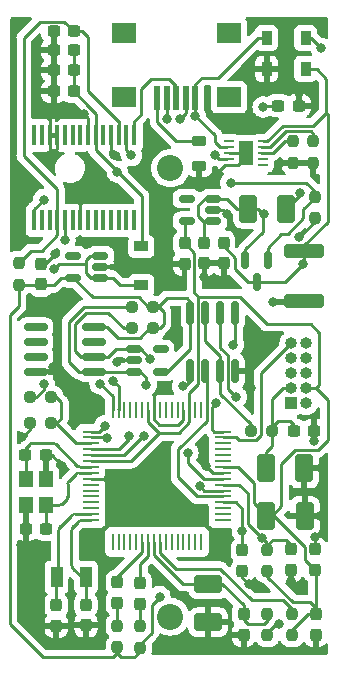
<source format=gbr>
%TF.GenerationSoftware,KiCad,Pcbnew,(6.0.1)*%
%TF.CreationDate,2022-09-20T17:52:40-03:00*%
%TF.ProjectId,HLI-C_main,484c492d-435f-46d6-9169-6e2e6b696361,rev?*%
%TF.SameCoordinates,Original*%
%TF.FileFunction,Copper,L1,Top*%
%TF.FilePolarity,Positive*%
%FSLAX46Y46*%
G04 Gerber Fmt 4.6, Leading zero omitted, Abs format (unit mm)*
G04 Created by KiCad (PCBNEW (6.0.1)) date 2022-09-20 17:52:40*
%MOMM*%
%LPD*%
G01*
G04 APERTURE LIST*
G04 Aperture macros list*
%AMRoundRect*
0 Rectangle with rounded corners*
0 $1 Rounding radius*
0 $2 $3 $4 $5 $6 $7 $8 $9 X,Y pos of 4 corners*
0 Add a 4 corners polygon primitive as box body*
4,1,4,$2,$3,$4,$5,$6,$7,$8,$9,$2,$3,0*
0 Add four circle primitives for the rounded corners*
1,1,$1+$1,$2,$3*
1,1,$1+$1,$4,$5*
1,1,$1+$1,$6,$7*
1,1,$1+$1,$8,$9*
0 Add four rect primitives between the rounded corners*
20,1,$1+$1,$2,$3,$4,$5,0*
20,1,$1+$1,$4,$5,$6,$7,0*
20,1,$1+$1,$6,$7,$8,$9,0*
20,1,$1+$1,$8,$9,$2,$3,0*%
G04 Aperture macros list end*
%TA.AperFunction,SMDPad,CuDef*%
%ADD10RoundRect,0.237500X-0.237500X0.300000X-0.237500X-0.300000X0.237500X-0.300000X0.237500X0.300000X0*%
%TD*%
%TA.AperFunction,SMDPad,CuDef*%
%ADD11RoundRect,0.250001X-0.499999X-0.924999X0.499999X-0.924999X0.499999X0.924999X-0.499999X0.924999X0*%
%TD*%
%TA.AperFunction,SMDPad,CuDef*%
%ADD12RoundRect,0.237500X-0.300000X-0.237500X0.300000X-0.237500X0.300000X0.237500X-0.300000X0.237500X0*%
%TD*%
%TA.AperFunction,SMDPad,CuDef*%
%ADD13RoundRect,0.237500X0.237500X-0.250000X0.237500X0.250000X-0.237500X0.250000X-0.237500X-0.250000X0*%
%TD*%
%TA.AperFunction,SMDPad,CuDef*%
%ADD14R,0.900000X1.200000*%
%TD*%
%TA.AperFunction,SMDPad,CuDef*%
%ADD15R,1.473200X0.279400*%
%TD*%
%TA.AperFunction,SMDPad,CuDef*%
%ADD16R,0.279400X1.473200*%
%TD*%
%TA.AperFunction,SMDPad,CuDef*%
%ADD17RoundRect,0.062500X-0.375000X-0.062500X0.375000X-0.062500X0.375000X0.062500X-0.375000X0.062500X0*%
%TD*%
%TA.AperFunction,SMDPad,CuDef*%
%ADD18R,1.200000X2.000000*%
%TD*%
%TA.AperFunction,SMDPad,CuDef*%
%ADD19RoundRect,0.237500X0.300000X0.237500X-0.300000X0.237500X-0.300000X-0.237500X0.300000X-0.237500X0*%
%TD*%
%TA.AperFunction,SMDPad,CuDef*%
%ADD20RoundRect,0.150000X0.512500X0.150000X-0.512500X0.150000X-0.512500X-0.150000X0.512500X-0.150000X0*%
%TD*%
%TA.AperFunction,SMDPad,CuDef*%
%ADD21RoundRect,0.237500X0.250000X0.237500X-0.250000X0.237500X-0.250000X-0.237500X0.250000X-0.237500X0*%
%TD*%
%TA.AperFunction,SMDPad,CuDef*%
%ADD22R,0.500000X2.000000*%
%TD*%
%TA.AperFunction,SMDPad,CuDef*%
%ADD23R,2.000000X1.700000*%
%TD*%
%TA.AperFunction,SMDPad,CuDef*%
%ADD24RoundRect,0.218750X0.381250X-0.218750X0.381250X0.218750X-0.381250X0.218750X-0.381250X-0.218750X0*%
%TD*%
%TA.AperFunction,SMDPad,CuDef*%
%ADD25RoundRect,0.237500X-0.237500X0.287500X-0.237500X-0.287500X0.237500X-0.287500X0.237500X0.287500X0*%
%TD*%
%TA.AperFunction,SMDPad,CuDef*%
%ADD26RoundRect,0.237500X0.237500X-0.300000X0.237500X0.300000X-0.237500X0.300000X-0.237500X-0.300000X0*%
%TD*%
%TA.AperFunction,SMDPad,CuDef*%
%ADD27R,1.200000X1.400000*%
%TD*%
%TA.AperFunction,SMDPad,CuDef*%
%ADD28RoundRect,0.237500X-0.250000X-0.237500X0.250000X-0.237500X0.250000X0.237500X-0.250000X0.237500X0*%
%TD*%
%TA.AperFunction,SMDPad,CuDef*%
%ADD29RoundRect,0.237500X-0.237500X0.250000X-0.237500X-0.250000X0.237500X-0.250000X0.237500X0.250000X0*%
%TD*%
%TA.AperFunction,SMDPad,CuDef*%
%ADD30RoundRect,0.150000X-0.512500X-0.150000X0.512500X-0.150000X0.512500X0.150000X-0.512500X0.150000X0*%
%TD*%
%TA.AperFunction,ComponentPad*%
%ADD31R,1.000000X1.000000*%
%TD*%
%TA.AperFunction,ComponentPad*%
%ADD32O,1.000000X1.000000*%
%TD*%
%TA.AperFunction,SMDPad,CuDef*%
%ADD33RoundRect,0.150000X0.150000X-0.825000X0.150000X0.825000X-0.150000X0.825000X-0.150000X-0.825000X0*%
%TD*%
%TA.AperFunction,ComponentPad*%
%ADD34C,2.205000*%
%TD*%
%TA.AperFunction,SMDPad,CuDef*%
%ADD35R,0.450000X1.750000*%
%TD*%
%TA.AperFunction,SMDPad,CuDef*%
%ADD36R,1.200000X0.900000*%
%TD*%
%TA.AperFunction,SMDPad,CuDef*%
%ADD37RoundRect,0.250001X-0.924999X0.499999X-0.924999X-0.499999X0.924999X-0.499999X0.924999X0.499999X0*%
%TD*%
%TA.AperFunction,SMDPad,CuDef*%
%ADD38RoundRect,0.150000X-0.825000X-0.150000X0.825000X-0.150000X0.825000X0.150000X-0.825000X0.150000X0*%
%TD*%
%TA.AperFunction,SMDPad,CuDef*%
%ADD39RoundRect,0.250000X1.450000X-0.312500X1.450000X0.312500X-1.450000X0.312500X-1.450000X-0.312500X0*%
%TD*%
%TA.AperFunction,SMDPad,CuDef*%
%ADD40R,1.000000X1.800000*%
%TD*%
%TA.AperFunction,SMDPad,CuDef*%
%ADD41RoundRect,0.150000X-0.150000X0.587500X-0.150000X-0.587500X0.150000X-0.587500X0.150000X0.587500X0*%
%TD*%
%TA.AperFunction,ViaPad*%
%ADD42C,0.800000*%
%TD*%
%TA.AperFunction,Conductor*%
%ADD43C,0.250000*%
%TD*%
%TA.AperFunction,Conductor*%
%ADD44C,0.500000*%
%TD*%
G04 APERTURE END LIST*
D10*
%TO.P,C11,1*%
%TO.N,+3.3VP*%
X193100000Y-38837500D03*
%TO.P,C11,2*%
%TO.N,0*%
X193100000Y-40562500D03*
%TD*%
D11*
%TO.P,C15,1*%
%TO.N,+3.3VP*%
X200025000Y-61900000D03*
%TO.P,C15,2*%
%TO.N,0*%
X203275000Y-61900000D03*
%TD*%
D12*
%TO.P,C12,1*%
%TO.N,+3V3*%
X202337500Y-54700000D03*
%TO.P,C12,2*%
%TO.N,0*%
X204062500Y-54700000D03*
%TD*%
D10*
%TO.P,C8,1*%
%TO.N,VBAT*%
X196400000Y-38800000D03*
%TO.P,C8,2*%
%TO.N,0*%
X196400000Y-40525000D03*
%TD*%
D13*
%TO.P,R10,1*%
%TO.N,+2V5*%
X200100000Y-72012500D03*
%TO.P,R10,2*%
%TO.N,Net-(C18-Pad1)*%
X200100000Y-70187500D03*
%TD*%
D14*
%TO.P,D3,1,K*%
%TO.N,+5V*%
X200050000Y-21460000D03*
%TO.P,D3,2,A*%
%TO.N,Net-(C10-Pad1)*%
X203350000Y-21460000D03*
%TD*%
D15*
%TO.P,U1,1,RG15*%
%TO.N,unconnected-(U1-Pad1)*%
X196367400Y-62271600D03*
%TO.P,U1,2,RC1*%
%TO.N,unconnected-(U1-Pad2)*%
X196367400Y-61771601D03*
%TO.P,U1,3,RC2*%
%TO.N,unconnected-(U1-Pad3)*%
X196367400Y-61271600D03*
%TO.P,U1,4,SCK2/RG6*%
%TO.N,Net-(C13-Pad1)*%
X196367400Y-60771601D03*
%TO.P,U1,5,SDI2/RG7*%
%TO.N,Net-(U1-Pad5)*%
X196367400Y-60271599D03*
%TO.P,U1,6,SDO2/RG8*%
%TO.N,Net-(U1-Pad6)*%
X196367400Y-59771600D03*
%TO.P,U1,7,\u002AMCLR*%
%TO.N,RESET*%
X196367400Y-59271601D03*
%TO.P,U1,8,\u002ASS2/RG9*%
%TO.N,Net-(U1-Pad8)*%
X196367400Y-58771600D03*
%TO.P,U1,9,VSS*%
%TO.N,0*%
X196367400Y-58271600D03*
%TO.P,U1,10,VDD*%
%TO.N,+3.3VP*%
X196367400Y-57771599D03*
%TO.P,U1,11,RB5*%
%TO.N,K0*%
X196367400Y-57271600D03*
%TO.P,U1,12,RB4*%
%TO.N,K1*%
X196367400Y-56771601D03*
%TO.P,U1,13,RB3*%
%TO.N,K2*%
X196367400Y-56271599D03*
%TO.P,U1,14,RB2*%
%TO.N,K3*%
X196367400Y-55771600D03*
%TO.P,U1,15,RB1*%
%TO.N,PGEC2*%
X196367400Y-55271599D03*
%TO.P,U1,16,RB0*%
%TO.N,PGED2*%
X196367400Y-54771600D03*
D16*
%TO.P,U1,17,RB6*%
%TO.N,unconnected-(U1-Pad17)*%
X194504000Y-52908200D03*
%TO.P,U1,18,RB7*%
%TO.N,KC*%
X194004001Y-52908200D03*
%TO.P,U1,19,AVDD*%
%TO.N,+3.3VP*%
X193504000Y-52908200D03*
%TO.P,U1,20,AVSS*%
%TO.N,0*%
X193004001Y-52908200D03*
%TO.P,U1,21,RB8*%
%TO.N,KD*%
X192503999Y-52908200D03*
%TO.P,U1,22,RB9*%
%TO.N,KE*%
X192004000Y-52908200D03*
%TO.P,U1,23,RB10*%
%TO.N,K4*%
X191504001Y-52908200D03*
%TO.P,U1,24,RB11*%
%TO.N,K5*%
X191004000Y-52908200D03*
%TO.P,U1,25,VSS*%
%TO.N,0*%
X190504000Y-52908200D03*
%TO.P,U1,26,VDD*%
%TO.N,+3.3VP*%
X190003999Y-52908200D03*
%TO.P,U1,27,RB12*%
%TO.N,K6*%
X189504000Y-52908200D03*
%TO.P,U1,28,RB13*%
%TO.N,K7*%
X189004001Y-52908200D03*
%TO.P,U1,29,RB14*%
%TO.N,K8*%
X188503999Y-52908200D03*
%TO.P,U1,30,RB15*%
%TO.N,K9*%
X188004000Y-52908200D03*
%TO.P,U1,31,U2RX/RF4*%
%TO.N,TXA*%
X187503999Y-52908200D03*
%TO.P,U1,32,U2TX/RF5*%
%TO.N,RXA*%
X187004000Y-52908200D03*
D15*
%TO.P,U1,33,U1TX/RF3*%
%TO.N,RXB*%
X185140600Y-54771600D03*
%TO.P,U1,34,U1RX/RF2*%
%TO.N,TXB*%
X185140600Y-55271599D03*
%TO.P,U1,35,RF6*%
%TO.N,PIN-PWRMODE*%
X185140600Y-55771600D03*
%TO.P,U1,36,SDA1/RG3*%
%TO.N,PIN-SDA*%
X185140600Y-56271599D03*
%TO.P,U1,37,SCL1/RG2*%
%TO.N,PIN-SCL*%
X185140600Y-56771601D03*
%TO.P,U1,38,VDD*%
%TO.N,+3.3VP*%
X185140600Y-57271600D03*
%TO.P,U1,39,OSC1/CLKIN*%
%TO.N,Net-(C21-Pad1)*%
X185140600Y-57771599D03*
%TO.P,U1,40,OSC2/CLKO*%
%TO.N,Net-(C20-Pad1)*%
X185140600Y-58271600D03*
%TO.P,U1,41,VSS*%
%TO.N,0*%
X185140600Y-58771600D03*
%TO.P,U1,42,RD8*%
%TO.N,unconnected-(U1-Pad42)*%
X185140600Y-59271601D03*
%TO.P,U1,43,RD9*%
%TO.N,unconnected-(U1-Pad43)*%
X185140600Y-59771600D03*
%TO.P,U1,44,RD10*%
%TO.N,unconnected-(U1-Pad44)*%
X185140600Y-60271599D03*
%TO.P,U1,45,RD11*%
%TO.N,unconnected-(U1-Pad45)*%
X185140600Y-60771601D03*
%TO.P,U1,46,RD0*%
%TO.N,unconnected-(U1-Pad46)*%
X185140600Y-61271600D03*
%TO.P,U1,47,RC13*%
%TO.N,Net-(C23-Pad1)*%
X185140600Y-61771601D03*
%TO.P,U1,48,RC14*%
%TO.N,Net-(C22-Pad1)*%
X185140600Y-62271600D03*
D16*
%TO.P,U1,49,RD1*%
%TO.N,unconnected-(U1-Pad49)*%
X187004000Y-64135000D03*
%TO.P,U1,50,RD2*%
%TO.N,unconnected-(U1-Pad50)*%
X187503999Y-64135000D03*
%TO.P,U1,51,RD3*%
%TO.N,unconnected-(U1-Pad51)*%
X188004000Y-64135000D03*
%TO.P,U1,52,RD4*%
%TO.N,KB*%
X188503999Y-64135000D03*
%TO.P,U1,53,RD5*%
%TO.N,KA*%
X189004001Y-64135000D03*
%TO.P,U1,54,RD6*%
%TO.N,LED2*%
X189504000Y-64135000D03*
%TO.P,U1,55,RD7*%
%TO.N,LED3*%
X190003999Y-64135000D03*
%TO.P,U1,56,VDDCORE*%
%TO.N,Net-(C18-Pad1)*%
X190504000Y-64135000D03*
%TO.P,U1,57,VDD*%
%TO.N,Net-(R9-Pad2)*%
X191004000Y-64135000D03*
%TO.P,U1,58,RF0*%
%TO.N,unconnected-(U1-Pad58)*%
X191504001Y-64135000D03*
%TO.P,U1,59,RF1*%
%TO.N,unconnected-(U1-Pad59)*%
X192004000Y-64135000D03*
%TO.P,U1,60,RG1*%
%TO.N,unconnected-(U1-Pad60)*%
X192503999Y-64135000D03*
%TO.P,U1,61,RG0*%
%TO.N,unconnected-(U1-Pad61)*%
X193004001Y-64135000D03*
%TO.P,U1,62,RG14*%
%TO.N,unconnected-(U1-Pad62)*%
X193504000Y-64135000D03*
%TO.P,U1,63,RG12*%
%TO.N,unconnected-(U1-Pad63)*%
X194004001Y-64135000D03*
%TO.P,U1,64,RG13*%
%TO.N,unconnected-(U1-Pad64)*%
X194504000Y-64135000D03*
%TD*%
D17*
%TO.P,U6,1,CHG_IN*%
%TO.N,unconnected-(U6-Pad1)*%
X196862500Y-30200000D03*
%TO.P,U6,2,USBPWR*%
%TO.N,+5V*%
X196862500Y-30700000D03*
%TO.P,U6,3,GND*%
%TO.N,0*%
X196862500Y-31200000D03*
%TO.P,U6,4,USB_SEL*%
%TO.N,Net-(C7-Pad1)*%
X196862500Y-31700000D03*
%TO.P,U6,5,EN_B*%
%TO.N,0*%
X196862500Y-32200000D03*
%TO.P,U6,6,STAT2*%
%TO.N,unconnected-(U6-Pad6)*%
X199737500Y-32200000D03*
%TO.P,U6,7,STAT1*%
%TO.N,unconnected-(U6-Pad7)*%
X199737500Y-31700000D03*
%TO.P,U6,8,ISET*%
%TO.N,Net-(R3-Pad2)*%
X199737500Y-31200000D03*
%TO.P,U6,9,TS*%
%TO.N,Net-(R2-Pad1)*%
X199737500Y-30700000D03*
%TO.P,U6,10,BATT*%
%TO.N,VBAT*%
X199737500Y-30200000D03*
D18*
%TO.P,U6,11,DAP*%
%TO.N,unconnected-(U6-Pad11)*%
X198300000Y-31200000D03*
%TD*%
D19*
%TO.P,C1,1*%
%TO.N,+5V*%
X183725000Y-25975000D03*
%TO.P,C1,2*%
%TO.N,0*%
X182000000Y-25975000D03*
%TD*%
D20*
%TO.P,U7,1,IN*%
%TO.N,Net-(C10-Pad1)*%
X195537500Y-36950000D03*
%TO.P,U7,2,GND*%
%TO.N,0*%
X195537500Y-36000000D03*
%TO.P,U7,3,EN*%
%TO.N,Net-(C10-Pad1)*%
X195537500Y-35050000D03*
%TO.P,U7,4,NC*%
%TO.N,unconnected-(U7-Pad4)*%
X193262500Y-35050000D03*
%TO.P,U7,5,OUT*%
%TO.N,+3.3VP*%
X193262500Y-36950000D03*
%TD*%
D21*
%TO.P,R11,1*%
%TO.N,PIN-PWRMODE*%
X181812500Y-51890000D03*
%TO.P,R11,2*%
%TO.N,+5VD*%
X179987500Y-51890000D03*
%TD*%
D12*
%TO.P,C7,1*%
%TO.N,Net-(C7-Pad1)*%
X201017500Y-27170000D03*
%TO.P,C7,2*%
%TO.N,0*%
X202742500Y-27170000D03*
%TD*%
D13*
%TO.P,R14,1*%
%TO.N,+3V3*%
X189325400Y-73087100D03*
%TO.P,R14,2*%
%TO.N,Net-(LED2-Pad2)*%
X189325400Y-71262100D03*
%TD*%
%TO.P,R3,1*%
%TO.N,0*%
X202300000Y-32012500D03*
%TO.P,R3,2*%
%TO.N,Net-(R3-Pad2)*%
X202300000Y-30187500D03*
%TD*%
D21*
%TO.P,R5,1*%
%TO.N,+3V3*%
X190462500Y-46020000D03*
%TO.P,R5,2*%
%TO.N,PIN-SCL*%
X188637500Y-46020000D03*
%TD*%
D22*
%TO.P,CON1,1,VBUS*%
%TO.N,+5V*%
X194000000Y-26575000D03*
%TO.P,CON1,2,D-*%
%TO.N,Net-(CON1-Pad2)*%
X193200000Y-26575000D03*
%TO.P,CON1,3,D+*%
%TO.N,Net-(CON1-Pad3)*%
X192400000Y-26575000D03*
%TO.P,CON1,4,GND*%
%TO.N,0*%
X191600000Y-26575000D03*
%TO.P,CON1,5,Shield*%
%TO.N,Net-(CON1-Pad5)*%
X190800000Y-26575000D03*
D23*
%TO.P,CON1,6*%
%TO.N,N/C*%
X196850000Y-26475000D03*
X187950000Y-21025000D03*
X187950000Y-26475000D03*
X196850000Y-21025000D03*
%TD*%
D24*
%TO.P,L1,1,1*%
%TO.N,0*%
X194350000Y-32262500D03*
%TO.P,L1,2,2*%
%TO.N,Net-(CON1-Pad5)*%
X194350000Y-30137500D03*
%TD*%
D25*
%TO.P,LED2,1,K*%
%TO.N,LED3*%
X189325400Y-67625000D03*
%TO.P,LED2,2,A*%
%TO.N,Net-(LED2-Pad2)*%
X189325400Y-69375000D03*
%TD*%
D13*
%TO.P,R8,1*%
%TO.N,+3.3VP*%
X200100000Y-66612500D03*
%TO.P,R8,2*%
%TO.N,RESET*%
X200100000Y-64787500D03*
%TD*%
D26*
%TO.P,C6,1*%
%TO.N,+3V3*%
X180925000Y-42312500D03*
%TO.P,C6,2*%
%TO.N,0*%
X180925000Y-40587500D03*
%TD*%
D27*
%TO.P,Y2,1,1*%
%TO.N,Net-(C21-Pad1)*%
X179657500Y-58820000D03*
%TO.P,Y2,2,2*%
%TO.N,0*%
X179657500Y-61020000D03*
%TO.P,Y2,3,3*%
%TO.N,Net-(C20-Pad1)*%
X181357500Y-61020000D03*
%TO.P,Y2,4,4*%
%TO.N,0*%
X181357500Y-58820000D03*
%TD*%
D14*
%TO.P,D1,1,K*%
%TO.N,0*%
X200050000Y-24070000D03*
%TO.P,D1,2,A*%
%TO.N,VBAT*%
X203350000Y-24070000D03*
%TD*%
D28*
%TO.P,R12,1*%
%TO.N,0*%
X179967500Y-54027200D03*
%TO.P,R12,2*%
%TO.N,PIN-PWRMODE*%
X181792500Y-54027200D03*
%TD*%
D10*
%TO.P,C18,1*%
%TO.N,Net-(C18-Pad1)*%
X198100000Y-70237500D03*
%TO.P,C18,2*%
%TO.N,0*%
X198100000Y-71962500D03*
%TD*%
D11*
%TO.P,C9,1*%
%TO.N,Net-(C10-Pad1)*%
X198475000Y-35900000D03*
%TO.P,C9,2*%
%TO.N,0*%
X201725000Y-35900000D03*
%TD*%
D19*
%TO.P,C4,1*%
%TO.N,Net-(C4-Pad1)*%
X183725000Y-20875000D03*
%TO.P,C4,2*%
%TO.N,0*%
X182000000Y-20875000D03*
%TD*%
D10*
%TO.P,C13,1*%
%TO.N,Net-(C13-Pad1)*%
X198000000Y-64837500D03*
%TO.P,C13,2*%
%TO.N,0*%
X198000000Y-66562500D03*
%TD*%
D29*
%TO.P,R2,1*%
%TO.N,Net-(R2-Pad1)*%
X204000000Y-30187500D03*
%TO.P,R2,2*%
%TO.N,0*%
X204000000Y-32012500D03*
%TD*%
%TO.P,R4,1*%
%TO.N,+5V*%
X204100000Y-34887500D03*
%TO.P,R4,2*%
%TO.N,0*%
X204100000Y-36712500D03*
%TD*%
D10*
%TO.P,C23,1*%
%TO.N,Net-(C23-Pad1)*%
X182230000Y-69487500D03*
%TO.P,C23,2*%
%TO.N,0*%
X182230000Y-71212500D03*
%TD*%
D13*
%TO.P,R1,1*%
%TO.N,+3V3*%
X179050000Y-42337500D03*
%TO.P,R1,2*%
%TO.N,Net-(C4-Pad1)*%
X179050000Y-40512500D03*
%TD*%
D30*
%TO.P,U9,1,SCL*%
%TO.N,PIN-SCL*%
X188792500Y-47800000D03*
%TO.P,U9,2,GND*%
%TO.N,0*%
X188792500Y-48750000D03*
%TO.P,U9,3,SDA*%
%TO.N,PIN-SDA*%
X188792500Y-49700000D03*
%TO.P,U9,4,VCC*%
%TO.N,+3V3*%
X191067500Y-49700000D03*
%TO.P,U9,5,NC*%
%TO.N,unconnected-(U9-Pad5)*%
X191067500Y-47800000D03*
%TD*%
D13*
%TO.P,R13,1*%
%TO.N,+3V3*%
X187400000Y-73037500D03*
%TO.P,R13,2*%
%TO.N,Net-(LED1-Pad2)*%
X187400000Y-71212500D03*
%TD*%
D19*
%TO.P,C3,1*%
%TO.N,+5V*%
X183725000Y-22475000D03*
%TO.P,C3,2*%
%TO.N,0*%
X182000000Y-22475000D03*
%TD*%
D12*
%TO.P,C21,1*%
%TO.N,Net-(C21-Pad1)*%
X179615000Y-56800000D03*
%TO.P,C21,2*%
%TO.N,0*%
X181340000Y-56800000D03*
%TD*%
D31*
%TO.P,CON4,1,Pin_1*%
%TO.N,RESET*%
X202130000Y-52370000D03*
D32*
%TO.P,CON4,2,Pin_2*%
%TO.N,+2V5*%
X203400000Y-52370000D03*
%TO.P,CON4,3,Pin_3*%
%TO.N,+3V3*%
X202130000Y-51100000D03*
%TO.P,CON4,4,Pin_4*%
%TO.N,+3.3VP*%
X203400000Y-51100000D03*
%TO.P,CON4,5,Pin_5*%
%TO.N,GND*%
X202130000Y-49830000D03*
%TO.P,CON4,6,Pin_6*%
%TO.N,VBAT*%
X203400000Y-49830000D03*
%TO.P,CON4,7,Pin_7*%
%TO.N,PGED2*%
X202130000Y-48560000D03*
%TO.P,CON4,8,Pin_8*%
%TO.N,RXB*%
X203400000Y-48560000D03*
%TO.P,CON4,9,Pin_9*%
%TO.N,PGEC2*%
X202130000Y-47290000D03*
%TO.P,CON4,10,Pin_10*%
%TO.N,TXB*%
X203400000Y-47290000D03*
%TD*%
D33*
%TO.P,U2,1,\u002AS*%
%TO.N,Net-(U1-Pad8)*%
X193595000Y-49675000D03*
%TO.P,U2,2,Q*%
%TO.N,Net-(U1-Pad5)*%
X194865000Y-49675000D03*
%TO.P,U2,3,\u002AW*%
%TO.N,Net-(R7-Pad2)*%
X196135000Y-49675000D03*
%TO.P,U2,4,VSS*%
%TO.N,0*%
X197405000Y-49675000D03*
%TO.P,U2,5,D*%
%TO.N,Net-(U1-Pad6)*%
X197405000Y-44725000D03*
%TO.P,U2,6,C*%
%TO.N,Net-(C13-Pad1)*%
X196135000Y-44725000D03*
%TO.P,U2,7,\u002AHOLD*%
%TO.N,Net-(R7-Pad2)*%
X194865000Y-44725000D03*
%TO.P,U2,8,VDD*%
%TO.N,+3V3*%
X193595000Y-44725000D03*
%TD*%
D10*
%TO.P,C10,1*%
%TO.N,Net-(C10-Pad1)*%
X194751000Y-38812100D03*
%TO.P,C10,2*%
%TO.N,0*%
X194751000Y-40537100D03*
%TD*%
D19*
%TO.P,C2,1*%
%TO.N,+5V*%
X183725000Y-24175000D03*
%TO.P,C2,2*%
%TO.N,0*%
X182000000Y-24175000D03*
%TD*%
D10*
%TO.P,C16,1*%
%TO.N,+3.3VP*%
X204200000Y-70237500D03*
%TO.P,C16,2*%
%TO.N,0*%
X204200000Y-71962500D03*
%TD*%
D25*
%TO.P,LED1,1,K*%
%TO.N,LED2*%
X187400000Y-67550000D03*
%TO.P,LED1,2,A*%
%TO.N,Net-(LED1-Pad2)*%
X187400000Y-69300000D03*
%TD*%
D19*
%TO.P,C20,1*%
%TO.N,Net-(C20-Pad1)*%
X181370000Y-63020000D03*
%TO.P,C20,2*%
%TO.N,0*%
X179645000Y-63020000D03*
%TD*%
D21*
%TO.P,R7,1*%
%TO.N,+3V3*%
X200512500Y-54700000D03*
%TO.P,R7,2*%
%TO.N,Net-(R7-Pad2)*%
X198687500Y-54700000D03*
%TD*%
D20*
%TO.P,U5,1,IN*%
%TO.N,+5VD*%
X185962500Y-41772500D03*
%TO.P,U5,2,GND*%
%TO.N,0*%
X185962500Y-40822500D03*
%TO.P,U5,3,EN*%
%TO.N,+5VD*%
X185962500Y-39872500D03*
%TO.P,U5,4,NC*%
%TO.N,unconnected-(U5-Pad4)*%
X183687500Y-39872500D03*
%TO.P,U5,5,OUT*%
%TO.N,+3V3*%
X183687500Y-41772500D03*
%TD*%
D34*
%TO.P,CON3,N*%
%TO.N,N/C*%
X191890000Y-70445000D03*
%TO.P,CON3,P*%
X191890000Y-32475000D03*
%TD*%
D35*
%TO.P,U3,1,TXD*%
%TO.N,TXA*%
X180375000Y-36900000D03*
%TO.P,U3,2,DTR*%
%TO.N,unconnected-(U3-Pad2)*%
X181025000Y-36900000D03*
%TO.P,U3,3,RTS*%
%TO.N,unconnected-(U3-Pad3)*%
X181675000Y-36900000D03*
%TO.P,U3,4,VCCIO*%
%TO.N,Net-(C4-Pad1)*%
X182325000Y-36900000D03*
%TO.P,U3,5,RXD*%
%TO.N,RXA*%
X182975000Y-36900000D03*
%TO.P,U3,6,RI*%
%TO.N,unconnected-(U3-Pad6)*%
X183625000Y-36900000D03*
%TO.P,U3,7,GND*%
%TO.N,0*%
X184275000Y-36900000D03*
%TO.P,U3,8*%
%TO.N,N/C*%
X184925000Y-36900000D03*
%TO.P,U3,9,DCR*%
%TO.N,unconnected-(U3-Pad9)*%
X185575000Y-36900000D03*
%TO.P,U3,10,DCD*%
%TO.N,unconnected-(U3-Pad10)*%
X186225000Y-36900000D03*
%TO.P,U3,11,CTS*%
%TO.N,unconnected-(U3-Pad11)*%
X186875000Y-36900000D03*
%TO.P,U3,12,CBUS4*%
%TO.N,unconnected-(U3-Pad12)*%
X187525000Y-36900000D03*
%TO.P,U3,13,CBUS2*%
%TO.N,unconnected-(U3-Pad13)*%
X188175000Y-36900000D03*
%TO.P,U3,14,CBUS3*%
%TO.N,unconnected-(U3-Pad14)*%
X188825000Y-36900000D03*
%TO.P,U3,15,USBD+*%
%TO.N,Net-(CON1-Pad3)*%
X188825000Y-29700000D03*
%TO.P,U3,16,USBD-*%
%TO.N,Net-(CON1-Pad2)*%
X188175000Y-29700000D03*
%TO.P,U3,17,3V3OUT*%
%TO.N,Net-(C4-Pad1)*%
X187525000Y-29700000D03*
%TO.P,U3,18,GND*%
%TO.N,0*%
X186875000Y-29700000D03*
%TO.P,U3,19,~{RESET}*%
%TO.N,unconnected-(U3-Pad19)*%
X186225000Y-29700000D03*
%TO.P,U3,20,VCC*%
%TO.N,+5V*%
X185575000Y-29700000D03*
%TO.P,U3,21,GND*%
%TO.N,0*%
X184925000Y-29700000D03*
%TO.P,U3,22,CBUS1*%
%TO.N,unconnected-(U3-Pad22)*%
X184275000Y-29700000D03*
%TO.P,U3,23,CBUS0*%
%TO.N,unconnected-(U3-Pad23)*%
X183625000Y-29700000D03*
%TO.P,U3,24*%
%TO.N,N/C*%
X182975000Y-29700000D03*
%TO.P,U3,25,AGND*%
%TO.N,0*%
X182325000Y-29700000D03*
%TO.P,U3,26,TEST*%
X181675000Y-29700000D03*
%TO.P,U3,27,OSCI*%
%TO.N,unconnected-(U3-Pad27)*%
X181025000Y-29700000D03*
%TO.P,U3,28,OSCO*%
%TO.N,unconnected-(U3-Pad28)*%
X180375000Y-29700000D03*
%TD*%
D10*
%TO.P,C22,1*%
%TO.N,Net-(C22-Pad1)*%
X184750000Y-69437500D03*
%TO.P,C22,2*%
%TO.N,0*%
X184750000Y-71162500D03*
%TD*%
D36*
%TO.P,D2,1,K*%
%TO.N,+5V*%
X189425000Y-39090000D03*
%TO.P,D2,2,A*%
%TO.N,+5VD*%
X189425000Y-42390000D03*
%TD*%
D26*
%TO.P,C17,1*%
%TO.N,+3.3VP*%
X204100000Y-66462500D03*
%TO.P,C17,2*%
%TO.N,0*%
X204100000Y-64737500D03*
%TD*%
D11*
%TO.P,C5,1*%
%TO.N,+3V3*%
X199975000Y-57900000D03*
%TO.P,C5,2*%
%TO.N,0*%
X203225000Y-57900000D03*
%TD*%
D13*
%TO.P,R9,1*%
%TO.N,+3.3VP*%
X202200000Y-72012500D03*
%TO.P,R9,2*%
%TO.N,Net-(R9-Pad2)*%
X202200000Y-70187500D03*
%TD*%
D37*
%TO.P,C19,1*%
%TO.N,Net-(C18-Pad1)*%
X195100000Y-67675000D03*
%TO.P,C19,2*%
%TO.N,0*%
X195100000Y-70925000D03*
%TD*%
D38*
%TO.P,U8,1,NC*%
%TO.N,unconnected-(U8-Pad1)*%
X180495000Y-45925000D03*
%TO.P,U8,2,NC*%
%TO.N,unconnected-(U8-Pad2)*%
X180495000Y-47195000D03*
%TO.P,U8,3,NC*%
%TO.N,unconnected-(U8-Pad3)*%
X180495000Y-48465000D03*
%TO.P,U8,4,GND*%
%TO.N,0*%
X180495000Y-49735000D03*
%TO.P,U8,5,SDA*%
%TO.N,PIN-SDA*%
X185445000Y-49735000D03*
%TO.P,U8,6,SCL*%
%TO.N,PIN-SCL*%
X185445000Y-48465000D03*
%TO.P,U8,7,NC*%
%TO.N,unconnected-(U8-Pad7)*%
X185445000Y-47195000D03*
%TO.P,U8,8,VCC*%
%TO.N,+3V3*%
X185445000Y-45925000D03*
%TD*%
D39*
%TO.P,RT1,1*%
%TO.N,Net-(CON3-Pad1)*%
X203200000Y-43737500D03*
%TO.P,RT1,2*%
%TO.N,VBAT*%
X203200000Y-39462500D03*
%TD*%
D40*
%TO.P,Y1,1,1*%
%TO.N,Net-(C22-Pad1)*%
X182260000Y-67120000D03*
%TO.P,Y1,2,2*%
%TO.N,Net-(C23-Pad1)*%
X184760000Y-67120000D03*
%TD*%
D21*
%TO.P,R6,1*%
%TO.N,+3V3*%
X190452500Y-44250000D03*
%TO.P,R6,2*%
%TO.N,PIN-SDA*%
X188627500Y-44250000D03*
%TD*%
D10*
%TO.P,C14,1*%
%TO.N,RESET*%
X202100000Y-64737500D03*
%TO.P,C14,2*%
%TO.N,0*%
X202100000Y-66462500D03*
%TD*%
D41*
%TO.P,Q1,1,G*%
%TO.N,+5V*%
X200150000Y-40262500D03*
%TO.P,Q1,2,S*%
%TO.N,Net-(C10-Pad1)*%
X198250000Y-40262500D03*
%TO.P,Q1,3,D*%
%TO.N,VBAT*%
X199200000Y-42137500D03*
%TD*%
D42*
%TO.N,0*%
X198760000Y-51110000D03*
X202810000Y-26130000D03*
X201200000Y-32075000D03*
X198520000Y-67680000D03*
X182720000Y-57670000D03*
X202145000Y-67455000D03*
X181800000Y-28000000D03*
X202825000Y-38300500D03*
X184600000Y-27900000D03*
X178875000Y-20250000D03*
X196400000Y-41950000D03*
X196725000Y-36375000D03*
X204150000Y-63700000D03*
X187360000Y-48870000D03*
X181980000Y-49280000D03*
X204650000Y-57900000D03*
X202875000Y-34575000D03*
X204600000Y-61900000D03*
X194751000Y-41719000D03*
X204060000Y-55590000D03*
X179280000Y-64400000D03*
X195210000Y-33490000D03*
X184250000Y-35200000D03*
X192390000Y-46710000D03*
X198910000Y-46070000D03*
X186578400Y-58771600D03*
X187150000Y-31350000D03*
X191380000Y-51050000D03*
X182125000Y-39725000D03*
X179360000Y-55270000D03*
X191630000Y-28330000D03*
X194920000Y-57700000D03*
%TO.N,+3V3*%
X191000000Y-68750000D03*
%TO.N,Net-(C7-Pad1)*%
X199755000Y-27295000D03*
X195650000Y-31350000D03*
%TO.N,RESET*%
X199650000Y-63800000D03*
%TO.N,+5VD*%
X182050000Y-41050000D03*
X181200000Y-50750000D03*
%TO.N,Net-(CON1-Pad2)*%
X188600000Y-31400000D03*
X192710000Y-28320000D03*
%TO.N,PGED2*%
X195775000Y-52325000D03*
%TO.N,PIN-SCL*%
X189620000Y-55140000D03*
X190190000Y-48620000D03*
%TO.N,PIN-SDA*%
X189830000Y-50820000D03*
X188370000Y-55130000D03*
%TO.N,+2V5*%
X201100000Y-71100000D03*
%TO.N,Net-(CON3-Pad1)*%
X200570000Y-43830000D03*
%TO.N,RXA*%
X185950000Y-50730000D03*
X182960000Y-38550000D03*
%TO.N,TXA*%
X181170000Y-35140000D03*
X187060000Y-50470000D03*
%TO.N,Net-(U1-Pad6)*%
X197225000Y-47425000D03*
X194370000Y-59420000D03*
%TO.N,Net-(U1-Pad8)*%
X193370000Y-56570000D03*
X192950000Y-50960000D03*
%TO.N,Net-(C13-Pad1)*%
X197987701Y-63162299D03*
X197450000Y-51830000D03*
%TO.N,VBAT*%
X203137500Y-40612500D03*
%TO.N,RXB*%
X186320000Y-54300000D03*
%TO.N,TXB*%
X186550000Y-55290000D03*
%TO.N,+5V*%
X187400000Y-32790000D03*
X197010000Y-33730000D03*
X194000000Y-28050000D03*
%TO.N,Net-(C10-Pad1)*%
X204675000Y-22325000D03*
X199825000Y-36325000D03*
%TD*%
D43*
%TO.N,0*%
X203275000Y-61900000D02*
X204600000Y-61900000D01*
X187480000Y-48750000D02*
X188792500Y-48750000D01*
X182325000Y-29700000D02*
X182325000Y-30775000D01*
X192580000Y-54220000D02*
X193004001Y-53795999D01*
X204100000Y-37025500D02*
X204100000Y-36712500D01*
X184925000Y-28225000D02*
X184600000Y-27900000D01*
X181525000Y-49735000D02*
X181980000Y-49280000D01*
X188802500Y-48710000D02*
X188772500Y-48740000D01*
X196862500Y-32200000D02*
X196500000Y-32200000D01*
X191145000Y-51050000D02*
X191380000Y-51050000D01*
X204150000Y-63700000D02*
X204100000Y-63750000D01*
X196725000Y-36375000D02*
X196350000Y-36000000D01*
X197600000Y-32200000D02*
X198300000Y-31500000D01*
X181262500Y-40587500D02*
X182125000Y-39725000D01*
X185140600Y-58771600D02*
X186578400Y-58771600D01*
X196400000Y-41950000D02*
X196400000Y-40525000D01*
X184250000Y-35200000D02*
X184275000Y-35225000D01*
X180925000Y-40587500D02*
X181262500Y-40587500D01*
X194751000Y-40537100D02*
X194751000Y-41719000D01*
X182325000Y-30775000D02*
X182200000Y-30900000D01*
X191600000Y-28300000D02*
X191600000Y-26575000D01*
X204062500Y-55587500D02*
X204060000Y-55590000D01*
X179645000Y-64035000D02*
X179280000Y-64400000D01*
X202825000Y-38300500D02*
X204100000Y-37025500D01*
X179370000Y-55270000D02*
X179967500Y-54672500D01*
X181675000Y-28125000D02*
X181800000Y-28000000D01*
X190504000Y-52908200D02*
X190504000Y-51691000D01*
X194751000Y-41809000D02*
X194730000Y-41830000D01*
X181800000Y-30900000D02*
X181675000Y-30775000D01*
X193004001Y-53795999D02*
X193004001Y-52908200D01*
X196367400Y-58271600D02*
X195491600Y-58271600D01*
X181675000Y-29700000D02*
X181675000Y-28125000D01*
X190504000Y-52908200D02*
X190504000Y-53754000D01*
X198000000Y-67170000D02*
X198000000Y-66562500D01*
X202810000Y-26130000D02*
X202810000Y-27102500D01*
X196862500Y-31200000D02*
X198300000Y-31200000D01*
X179707500Y-61282500D02*
X179740000Y-61250000D01*
X190970000Y-54220000D02*
X192580000Y-54220000D01*
X186875000Y-31075000D02*
X187150000Y-31350000D01*
X181850000Y-56800000D02*
X182720000Y-57670000D01*
X204600000Y-61900000D02*
X204650000Y-61850000D01*
X203225000Y-57900000D02*
X204650000Y-57900000D01*
X184925000Y-29700000D02*
X184925000Y-28225000D01*
X186578400Y-58771600D02*
X186671600Y-58771600D01*
X202875000Y-34750000D02*
X202875000Y-34575000D01*
X202145000Y-67455000D02*
X202310000Y-67620000D01*
X181340000Y-56800000D02*
X181850000Y-56800000D01*
X198300000Y-31500000D02*
X198300000Y-31200000D01*
X195491600Y-58271600D02*
X194920000Y-57700000D01*
X190504000Y-51691000D02*
X191145000Y-51050000D01*
X202100000Y-67410000D02*
X202145000Y-67455000D01*
X201725000Y-35900000D02*
X202875000Y-34750000D01*
X204062500Y-54700000D02*
X204062500Y-55587500D01*
X202810000Y-27102500D02*
X202742500Y-27170000D01*
X202100000Y-66462500D02*
X202100000Y-67410000D01*
X186671600Y-58771600D02*
X186700000Y-58800000D01*
X179645000Y-63020000D02*
X179645000Y-64035000D01*
X179360000Y-55270000D02*
X179370000Y-55270000D01*
X181675000Y-30775000D02*
X181675000Y-29700000D01*
X182200000Y-30900000D02*
X181800000Y-30900000D01*
X191630000Y-28330000D02*
X191600000Y-28300000D01*
X187150000Y-31350000D02*
X187200000Y-31400000D01*
X179657500Y-61020000D02*
X179657500Y-63007500D01*
X179657500Y-63007500D02*
X179645000Y-63020000D01*
X196350000Y-36000000D02*
X195537500Y-36000000D01*
X198510000Y-67680000D02*
X198000000Y-67170000D01*
X179967500Y-54672500D02*
X179967500Y-54027200D01*
X186875000Y-29700000D02*
X186875000Y-31075000D01*
X191380000Y-51050000D02*
X191490000Y-51050000D01*
X190504000Y-53754000D02*
X190970000Y-54220000D01*
X198520000Y-67680000D02*
X198510000Y-67680000D01*
X196500000Y-32200000D02*
X195210000Y-33490000D01*
X196862500Y-32200000D02*
X197600000Y-32200000D01*
X194751000Y-41719000D02*
X194751000Y-41809000D01*
X180495000Y-49735000D02*
X181525000Y-49735000D01*
X184275000Y-35225000D02*
X184275000Y-36900000D01*
X204100000Y-63750000D02*
X204100000Y-64737500D01*
X187360000Y-48870000D02*
X187480000Y-48750000D01*
%TO.N,+3V3*%
X191067500Y-49700000D02*
X191640000Y-49700000D01*
X188850000Y-73900000D02*
X189325400Y-73424600D01*
X178280000Y-71080000D02*
X178280000Y-44945000D01*
X193595000Y-47745000D02*
X193595000Y-44725000D01*
X189310000Y-46820000D02*
X190110000Y-46020000D01*
X200512500Y-51987500D02*
X201400000Y-51100000D01*
X200512500Y-54700000D02*
X200512500Y-55997500D01*
X178275000Y-45025000D02*
X178275000Y-44962500D01*
X189250800Y-73012500D02*
X189325400Y-73087100D01*
X190452500Y-44250000D02*
X190940000Y-44250000D01*
X189325400Y-73087100D02*
X189350000Y-73062500D01*
X190110000Y-46020000D02*
X190462500Y-46020000D01*
X202337500Y-54700000D02*
X202337500Y-54217500D01*
X202337500Y-54217500D02*
X202020000Y-53900000D01*
X189325400Y-72774600D02*
X189325400Y-73087100D01*
X200512500Y-54700000D02*
X200800000Y-54412500D01*
X190940000Y-44250000D02*
X191330000Y-44640000D01*
X179050000Y-44175000D02*
X178280000Y-44945000D01*
X191330000Y-45670000D02*
X190980000Y-46020000D01*
X200512500Y-54387500D02*
X200512500Y-54700000D01*
X183687500Y-41772500D02*
X185340000Y-43425000D01*
X190980000Y-46020000D02*
X190462500Y-46020000D01*
X185340000Y-43425000D02*
X189205000Y-43425000D01*
X202020000Y-53900000D02*
X201000000Y-53900000D01*
X187750000Y-73900000D02*
X188850000Y-73900000D01*
X185445000Y-45925000D02*
X186535000Y-45925000D01*
X200512500Y-55997500D02*
X199975000Y-56535000D01*
X191640000Y-49700000D02*
X193595000Y-47745000D01*
X182652500Y-41772500D02*
X182025000Y-42400000D01*
X183687500Y-41772500D02*
X182652500Y-41772500D01*
X200512500Y-54700000D02*
X200512500Y-51987500D01*
X201400000Y-51100000D02*
X202130000Y-51100000D01*
X193300000Y-43480000D02*
X191600000Y-43480000D01*
X190830000Y-44250000D02*
X190452500Y-44250000D01*
X180900000Y-42337500D02*
X180925000Y-42312500D01*
X187050000Y-73900000D02*
X181100000Y-73900000D01*
X181060000Y-42447500D02*
X180925000Y-42312500D01*
X199975000Y-56535000D02*
X199975000Y-57900000D01*
X193595000Y-44725000D02*
X193595000Y-43775000D01*
X187400000Y-73037500D02*
X187400000Y-73550000D01*
X201000000Y-53900000D02*
X200512500Y-54387500D01*
X191330000Y-44640000D02*
X191330000Y-45670000D01*
X187400000Y-73550000D02*
X187050000Y-73900000D01*
X199975000Y-57900000D02*
X199360000Y-57900000D01*
X193595000Y-43775000D02*
X193300000Y-43480000D01*
X190030000Y-44250000D02*
X190452500Y-44250000D01*
X187430000Y-46820000D02*
X189310000Y-46820000D01*
X187400000Y-73550000D02*
X187750000Y-73900000D01*
X191000000Y-68750000D02*
X190300000Y-69450000D01*
X179050000Y-42337500D02*
X180900000Y-42337500D01*
X181100000Y-73900000D02*
X178280000Y-71080000D01*
X181012500Y-42400000D02*
X180925000Y-42312500D01*
X191600000Y-43480000D02*
X190830000Y-44250000D01*
X186535000Y-45925000D02*
X187430000Y-46820000D01*
X182025000Y-42400000D02*
X181012500Y-42400000D01*
X189205000Y-43425000D02*
X190030000Y-44250000D01*
X190300000Y-69450000D02*
X190300000Y-71800000D01*
X189325400Y-73424600D02*
X189325400Y-73087100D01*
X190300000Y-71800000D02*
X189325400Y-72774600D01*
X179050000Y-42337500D02*
X179050000Y-44175000D01*
%TO.N,Net-(C7-Pad1)*%
X196000000Y-31700000D02*
X196662500Y-31700000D01*
X201017500Y-27170000D02*
X199880000Y-27170000D01*
X199880000Y-27170000D02*
X199755000Y-27295000D01*
X199755000Y-27295000D02*
X199680000Y-27370000D01*
X195650000Y-31350000D02*
X196000000Y-31700000D01*
%TO.N,RESET*%
X199650000Y-63800000D02*
X198467600Y-62617600D01*
X199650000Y-63800000D02*
X200100000Y-64250000D01*
X198467600Y-60017600D02*
X197721600Y-59271600D01*
X200100000Y-64250000D02*
X200100000Y-64787500D01*
X202100000Y-64350000D02*
X202100000Y-64737500D01*
X200100000Y-64400000D02*
X200550000Y-63950000D01*
X200100000Y-64787500D02*
X200100000Y-64400000D01*
X198467600Y-62617600D02*
X198467600Y-60017600D01*
X197721600Y-59271600D02*
X196367400Y-59271600D01*
X200550000Y-63950000D02*
X201700000Y-63950000D01*
X201700000Y-63950000D02*
X202100000Y-64350000D01*
%TO.N,+5VD*%
X188920000Y-42390000D02*
X187615000Y-42390000D01*
X186645000Y-41772500D02*
X185962500Y-41772500D01*
X185175000Y-41772500D02*
X185962500Y-41772500D01*
X184725000Y-40627500D02*
X182472500Y-40627500D01*
X184725000Y-40272500D02*
X184725000Y-40627500D01*
X185962500Y-39872500D02*
X185125000Y-39872500D01*
X180530000Y-51890000D02*
X179987500Y-51890000D01*
X184725000Y-41322500D02*
X185175000Y-41772500D01*
X186997500Y-41772500D02*
X185962500Y-41772500D01*
X181200000Y-50750000D02*
X181200000Y-51220000D01*
X185125000Y-39872500D02*
X184725000Y-40272500D01*
X181200000Y-51220000D02*
X180530000Y-51890000D01*
X182472500Y-40627500D02*
X182050000Y-41050000D01*
X187615000Y-42390000D02*
X186997500Y-41772500D01*
X184725000Y-40627500D02*
X184725000Y-41322500D01*
%TO.N,+3.3VP*%
X192600000Y-54900000D02*
X190933900Y-54900000D01*
X190936950Y-54903050D02*
X190004000Y-53970100D01*
X193901300Y-39638800D02*
X193901300Y-43011300D01*
X203562500Y-70237500D02*
X204200000Y-70237500D01*
X203400000Y-51100000D02*
X204225300Y-51100000D01*
X204500000Y-46400000D02*
X204500000Y-50825300D01*
X201300000Y-57520000D02*
X201300000Y-61100000D01*
X193262500Y-36950000D02*
X193100000Y-37112500D01*
X194230000Y-43340000D02*
X194230000Y-43380100D01*
X193504000Y-52908200D02*
X193504000Y-51469100D01*
X200040000Y-45660000D02*
X203760000Y-45660000D01*
X204100000Y-66462500D02*
X204100000Y-66900000D01*
X193901300Y-43011300D02*
X194230000Y-43340000D01*
X193504000Y-51469100D02*
X194230000Y-50743100D01*
X200100000Y-66612500D02*
X200100000Y-67050000D01*
X194230000Y-43380100D02*
X197760100Y-43380100D01*
X197631599Y-57771599D02*
X198950000Y-59090000D01*
X200500000Y-61900000D02*
X200025000Y-61900000D01*
X204220000Y-67020000D02*
X204220000Y-70217500D01*
X203760000Y-45660000D02*
X204500000Y-46400000D01*
X194230000Y-50743100D02*
X194230000Y-43380100D01*
X190933900Y-54900000D02*
X190004000Y-53970100D01*
X190004000Y-52908200D02*
X190004000Y-53970100D01*
X204100000Y-66900000D02*
X204220000Y-67020000D01*
X193504000Y-52908200D02*
X193504000Y-53996000D01*
X204220000Y-70217500D02*
X204200000Y-70237500D01*
X203259300Y-65621800D02*
X203259300Y-64509300D01*
X198950000Y-59090000D02*
X198950000Y-60825000D01*
X200650000Y-61900000D02*
X199775000Y-61900000D01*
X204100000Y-66462500D02*
X203259300Y-65621800D01*
X202200000Y-72012500D02*
X202200000Y-71600000D01*
X198950000Y-60825000D02*
X200025000Y-61900000D01*
X197760100Y-43380100D02*
X200040000Y-45660000D01*
X204500000Y-50825300D02*
X204225300Y-51100000D01*
X196367400Y-57771599D02*
X197631599Y-57771599D01*
X199775000Y-61900000D02*
X199685400Y-61810400D01*
X193100000Y-37112500D02*
X193100000Y-38837500D01*
X205200000Y-55530000D02*
X204390000Y-56340000D01*
X202200000Y-71600000D02*
X203562500Y-70237500D01*
X202260000Y-69210000D02*
X203730000Y-69210000D01*
X203730000Y-69210000D02*
X204200000Y-69680000D01*
X202480000Y-56340000D02*
X201300000Y-57520000D01*
X193100000Y-38837500D02*
X193901300Y-39638800D01*
X204200000Y-69680000D02*
X204200000Y-70237500D01*
X201300000Y-61100000D02*
X200500000Y-61900000D01*
X204390000Y-56340000D02*
X202480000Y-56340000D01*
X185140600Y-57271600D02*
X188568400Y-57271600D01*
X204225300Y-51100000D02*
X205200000Y-52074700D01*
X203259300Y-64509300D02*
X200650000Y-61900000D01*
X205200000Y-52074700D02*
X205200000Y-55530000D01*
X188568400Y-57271600D02*
X190936950Y-54903050D01*
X193504000Y-53996000D02*
X192600000Y-54900000D01*
X200100000Y-67050000D02*
X202260000Y-69210000D01*
%TO.N,Net-(C18-Pad1)*%
X200200000Y-70700000D02*
X200200000Y-70187500D01*
X195100000Y-67675000D02*
X192982100Y-67675000D01*
X198100000Y-69500000D02*
X198100000Y-70237500D01*
X192982100Y-67675000D02*
X190504000Y-65196900D01*
X199850000Y-71050000D02*
X200200000Y-70700000D01*
X198450000Y-71050000D02*
X199850000Y-71050000D01*
X198100000Y-70237500D02*
X198100000Y-70700000D01*
X195100000Y-67675000D02*
X196275000Y-67675000D01*
X190504000Y-64135000D02*
X190504000Y-65196900D01*
X198100000Y-70700000D02*
X198450000Y-71050000D01*
X196275000Y-67675000D02*
X198100000Y-69500000D01*
%TO.N,Net-(CON1-Pad2)*%
X192710000Y-28320000D02*
X193200000Y-27830000D01*
X188175000Y-29700000D02*
X188175000Y-30975000D01*
X193200000Y-27830000D02*
X193200000Y-26575000D01*
X188175000Y-30975000D02*
X188600000Y-31400000D01*
%TO.N,Net-(CON1-Pad3)*%
X190260000Y-24890000D02*
X191790000Y-24890000D01*
X191790000Y-24890000D02*
X192400000Y-25500000D01*
X188825000Y-28499700D02*
X189375300Y-27949400D01*
X192400000Y-25500000D02*
X192400000Y-26575000D01*
X189375300Y-25774700D02*
X190260000Y-24890000D01*
X189375300Y-27949400D02*
X189375300Y-25774700D01*
X188825000Y-29700000D02*
X188825000Y-28499700D01*
%TO.N,Net-(CON1-Pad5)*%
X192337500Y-30137500D02*
X190800000Y-28600000D01*
X190800000Y-28600000D02*
X190800000Y-26575000D01*
X194350000Y-30137500D02*
X192337500Y-30137500D01*
%TO.N,LED2*%
X187400000Y-67100000D02*
X189504000Y-64996000D01*
X187400000Y-67550000D02*
X187400000Y-67100000D01*
X189504000Y-64996000D02*
X189504000Y-64135000D01*
%TO.N,Net-(LED1-Pad2)*%
X187400000Y-69300000D02*
X187400000Y-71212500D01*
%TO.N,LED3*%
X189325400Y-67625000D02*
X189350000Y-67600400D01*
X189350000Y-67600400D02*
X189350000Y-65950000D01*
X190004000Y-65296000D02*
X190004000Y-64135000D01*
X189350000Y-65950000D02*
X190004000Y-65296000D01*
%TO.N,Net-(LED2-Pad2)*%
X189325400Y-69375000D02*
X189325400Y-71262100D01*
%TO.N,PIN-PWRMODE*%
X181812500Y-51890000D02*
X182240000Y-51890000D01*
X182197200Y-54027200D02*
X183941600Y-55771600D01*
X182252800Y-54027200D02*
X181792500Y-54027200D01*
X182640000Y-53640000D02*
X182252800Y-54027200D01*
X182640000Y-52290000D02*
X182640000Y-53640000D01*
X183941600Y-55771600D02*
X185140600Y-55771600D01*
X181742500Y-54139700D02*
X181430000Y-54139700D01*
X181792500Y-54027200D02*
X182197200Y-54027200D01*
X182240000Y-51890000D02*
X182640000Y-52290000D01*
%TO.N,PGED2*%
X195430000Y-54580000D02*
X195621600Y-54771600D01*
X195621600Y-54771600D02*
X196367400Y-54771600D01*
X195430000Y-52670000D02*
X195430000Y-54580000D01*
X195775000Y-52325000D02*
X195430000Y-52670000D01*
%TO.N,PGEC2*%
X197679900Y-55522200D02*
X197429300Y-55271600D01*
X199168300Y-55522200D02*
X197679900Y-55522200D01*
X199600000Y-49820000D02*
X199600000Y-55090500D01*
X196367400Y-55271600D02*
X197429300Y-55271600D01*
X202130000Y-47290000D02*
X199600000Y-49820000D01*
X199600000Y-55090500D02*
X199168300Y-55522200D01*
%TO.N,PIN-SCL*%
X187978399Y-56771601D02*
X185140600Y-56771601D01*
X189620000Y-55140000D02*
X189610000Y-55140000D01*
X183800000Y-47940000D02*
X184325000Y-48465000D01*
X189370000Y-47800000D02*
X190190000Y-48620000D01*
X188792500Y-47800000D02*
X189370000Y-47800000D01*
X183800000Y-45690000D02*
X183800000Y-47940000D01*
X188637500Y-46020000D02*
X187950000Y-46020000D01*
X184325000Y-48465000D02*
X185445000Y-48465000D01*
X186630000Y-44700000D02*
X184790000Y-44700000D01*
X187950000Y-46020000D02*
X186630000Y-44700000D01*
X188772500Y-47790000D02*
X187250000Y-47790000D01*
X186575000Y-48465000D02*
X185445000Y-48465000D01*
X184790000Y-44700000D02*
X183800000Y-45690000D01*
X189610000Y-55140000D02*
X187978399Y-56771601D01*
X187250000Y-47790000D02*
X186575000Y-48465000D01*
%TO.N,PIN-SDA*%
X184590000Y-44250000D02*
X183320000Y-45520000D01*
X189830000Y-50820000D02*
X189830000Y-50170000D01*
X188627500Y-44250000D02*
X184590000Y-44250000D01*
X186860000Y-49740000D02*
X186855000Y-49735000D01*
X187005000Y-49735000D02*
X186855000Y-49735000D01*
X188370000Y-55440000D02*
X187538401Y-56271599D01*
X187010000Y-49730000D02*
X187005000Y-49735000D01*
X188722500Y-49740000D02*
X186860000Y-49740000D01*
X183320000Y-48900000D02*
X184155000Y-49735000D01*
X186855000Y-49735000D02*
X185445000Y-49735000D01*
X188370000Y-55130000D02*
X188370000Y-55440000D01*
X183320000Y-45520000D02*
X183320000Y-48900000D01*
X189830000Y-50170000D02*
X189360000Y-49700000D01*
X189360000Y-49700000D02*
X188792500Y-49700000D01*
X188772500Y-49690000D02*
X188722500Y-49740000D01*
X187538401Y-56271599D02*
X185140600Y-56271599D01*
X184155000Y-49735000D02*
X185445000Y-49735000D01*
%TO.N,+2V5*%
X200850000Y-71100000D02*
X200200000Y-71750000D01*
X200200000Y-71750000D02*
X200200000Y-72012500D01*
X201100000Y-71100000D02*
X200850000Y-71100000D01*
D44*
%TO.N,Net-(CON3-Pad1)*%
X203200000Y-43737500D02*
X203112500Y-43825000D01*
X200575000Y-43825000D02*
X200570000Y-43830000D01*
X203112500Y-43825000D02*
X200575000Y-43825000D01*
D43*
%TO.N,RXA*%
X185950000Y-50730000D02*
X187004000Y-51784000D01*
X182960000Y-38550000D02*
X182975000Y-38535000D01*
X185950000Y-50730000D02*
X185950000Y-50740000D01*
X187004000Y-51784000D02*
X187004000Y-52908200D01*
X182975000Y-38535000D02*
X182975000Y-36900000D01*
X185950000Y-50740000D02*
X186130000Y-50920000D01*
%TO.N,TXA*%
X187060000Y-50470000D02*
X187060000Y-50640000D01*
X187060000Y-50470000D02*
X187503999Y-50913999D01*
X187503999Y-50913999D02*
X187503999Y-52908200D01*
X180375000Y-35935000D02*
X181170000Y-35140000D01*
X180375000Y-36900000D02*
X180375000Y-35935000D01*
X187060000Y-50640000D02*
X187190000Y-50770000D01*
X187500000Y-52904201D02*
X187503999Y-52908200D01*
%TO.N,Net-(C4-Pad1)*%
X179500000Y-21450000D02*
X179500000Y-31453200D01*
X182325000Y-38175000D02*
X181000000Y-39500000D01*
X182325000Y-36900000D02*
X182325000Y-38175000D01*
X182325000Y-34278200D02*
X182325000Y-36900000D01*
X183725000Y-20875000D02*
X182918500Y-20068500D01*
X179500000Y-31453200D02*
X182325000Y-34278200D01*
X181000000Y-39500000D02*
X180062500Y-39500000D01*
X184912500Y-25912500D02*
X184912500Y-21375000D01*
X180856500Y-20068500D02*
X179500000Y-21425000D01*
X184912500Y-21375000D02*
X184412500Y-20875000D01*
X187525000Y-28525000D02*
X184912500Y-25912500D01*
X182918500Y-20068500D02*
X180856500Y-20068500D01*
X180062500Y-39500000D02*
X179050000Y-40512500D01*
X187525000Y-29700000D02*
X187525000Y-28499700D01*
X184412500Y-20875000D02*
X183725000Y-20875000D01*
%TO.N,Net-(R2-Pad1)*%
X204000000Y-29550000D02*
X204000000Y-30187500D01*
X203810000Y-29360000D02*
X204000000Y-29550000D01*
X200370000Y-30700000D02*
X201710000Y-29360000D01*
X199537500Y-30700000D02*
X200370000Y-30700000D01*
X201720000Y-29360000D02*
X203810000Y-29360000D01*
%TO.N,Net-(R3-Pad2)*%
X202300000Y-30187500D02*
X201562500Y-30187500D01*
X201562500Y-30187500D02*
X200550000Y-31200000D01*
X200550000Y-31200000D02*
X199537500Y-31200000D01*
%TO.N,Net-(U1-Pad5)*%
X194969100Y-49779100D02*
X194969100Y-53870550D01*
X192550000Y-58660000D02*
X194161600Y-60271600D01*
X192550000Y-56289650D02*
X192550000Y-58660000D01*
X194969100Y-53870550D02*
X192550000Y-56289650D01*
X194865000Y-49675000D02*
X194969100Y-49779100D01*
X194161600Y-60271600D02*
X196367400Y-60271600D01*
%TO.N,Net-(U1-Pad6)*%
X194370000Y-59420000D02*
X194721600Y-59771600D01*
X197225000Y-47425000D02*
X197400000Y-47250000D01*
X194721600Y-59771600D02*
X196367400Y-59771600D01*
X197400000Y-44730000D02*
X197405000Y-44725000D01*
X197400000Y-47250000D02*
X197400000Y-44730000D01*
%TO.N,Net-(R7-Pad2)*%
X198687500Y-54137500D02*
X196135000Y-51585000D01*
X194865000Y-47115000D02*
X194865000Y-44725000D01*
X196135000Y-48385000D02*
X194865000Y-47115000D01*
X196135000Y-51585000D02*
X196135000Y-49675000D01*
X198687500Y-54700000D02*
X198687500Y-54137500D01*
X196135000Y-49675000D02*
X196135000Y-48385000D01*
%TO.N,Net-(U1-Pad8)*%
X193370000Y-56570000D02*
X193370000Y-57410000D01*
X192950000Y-50960000D02*
X193140000Y-50960000D01*
X193370000Y-57410000D02*
X194731600Y-58771600D01*
X193140000Y-50960000D02*
X193595000Y-50505000D01*
X193595000Y-50505000D02*
X193595000Y-49675000D01*
X194731600Y-58771600D02*
X196367400Y-58771600D01*
%TO.N,Net-(C13-Pad1)*%
X196770000Y-51150000D02*
X196770000Y-48320000D01*
X197429300Y-60771600D02*
X196367400Y-60771600D01*
X198000000Y-63174598D02*
X198000000Y-64837500D01*
X197450000Y-51830000D02*
X196770000Y-51150000D01*
X197987701Y-63162299D02*
X198000000Y-63174598D01*
X197987701Y-61330001D02*
X197429300Y-60771600D01*
X196770000Y-48320000D02*
X196135000Y-47685000D01*
X197987701Y-63162299D02*
X197987701Y-61330001D01*
X196135000Y-47685000D02*
X196135000Y-44725000D01*
%TO.N,Net-(C20-Pad1)*%
X183930532Y-58359468D02*
X183297868Y-58992132D01*
X181370000Y-61032500D02*
X181357500Y-61020000D01*
X183122132Y-60497868D02*
X182687868Y-60932132D01*
X181370000Y-63020000D02*
X181370000Y-61032500D01*
X183210000Y-59204264D02*
X183210000Y-60285736D01*
X185140600Y-58271600D02*
X184142664Y-58271600D01*
X182475736Y-61020000D02*
X181357500Y-61020000D01*
X183122132Y-60497868D02*
G75*
G03*
X183210000Y-60285736I-212130J212131D01*
G01*
X183210001Y-59204264D02*
G75*
G02*
X183297869Y-58992133I299997J1D01*
G01*
X182687868Y-60932132D02*
G75*
G02*
X182475736Y-61020000I-212131J212130D01*
G01*
X184142664Y-58271601D02*
G75*
G03*
X183930533Y-58359469I-1J-299997D01*
G01*
%TO.N,Net-(C21-Pad1)*%
X184023731Y-57683731D02*
X182187868Y-55847868D01*
X179657500Y-56842500D02*
X179615000Y-56800000D01*
X180002132Y-55847868D02*
X179702868Y-56147132D01*
X179657500Y-58820000D02*
X179657500Y-56842500D01*
X179615000Y-56359264D02*
X179615000Y-56800000D01*
X181975736Y-55760000D02*
X180214264Y-55760000D01*
X185140600Y-57771599D02*
X184235863Y-57771599D01*
X184235863Y-57771598D02*
G75*
G02*
X184023732Y-57683730I-1J299997D01*
G01*
X179615001Y-56359264D02*
G75*
G02*
X179702869Y-56147133I299997J1D01*
G01*
X181975736Y-55760001D02*
G75*
G02*
X182187867Y-55847869I1J-299997D01*
G01*
X180002132Y-55847868D02*
G75*
G02*
X180214264Y-55760000I212131J-212130D01*
G01*
%TO.N,VBAT*%
X196400000Y-39100000D02*
X197350000Y-40050000D01*
X203200000Y-39000000D02*
X205200000Y-37000000D01*
X203200000Y-39462500D02*
X203200000Y-39000000D01*
X198437500Y-42137500D02*
X199200000Y-42137500D01*
X199200000Y-42137500D02*
X201612500Y-42137500D01*
X204000000Y-28890000D02*
X201410000Y-28890000D01*
X204280000Y-24070000D02*
X205100000Y-24890000D01*
X201612500Y-42137500D02*
X203137500Y-40612500D01*
X200100000Y-30200000D02*
X199737500Y-30200000D01*
X203137500Y-40612500D02*
X203200000Y-40550000D01*
X205100000Y-24890000D02*
X205100000Y-27790000D01*
X196400000Y-38800000D02*
X196400000Y-39100000D01*
X205200000Y-37000000D02*
X205200000Y-27925000D01*
X197350000Y-40050000D02*
X197350000Y-41050000D01*
X197350000Y-41050000D02*
X198437500Y-42137500D01*
X201410000Y-28890000D02*
X200100000Y-30200000D01*
X205100000Y-27790000D02*
X204000000Y-28890000D01*
X203350000Y-24070000D02*
X204280000Y-24070000D01*
X205200000Y-27925000D02*
X205075000Y-27800000D01*
X203200000Y-40550000D02*
X203200000Y-39462500D01*
%TO.N,RXB*%
X185848400Y-54771600D02*
X186320000Y-54300000D01*
X185140600Y-54771600D02*
X185848400Y-54771600D01*
%TO.N,TXB*%
X186531599Y-55271599D02*
X186550000Y-55290000D01*
X185140600Y-55271599D02*
X186531599Y-55271599D01*
%TO.N,+5V*%
X200050000Y-21460000D02*
X199300000Y-21460000D01*
X194530000Y-24820000D02*
X194000000Y-25350000D01*
X194000000Y-26575000D02*
X194000000Y-28030000D01*
X185575000Y-29700000D02*
X185575000Y-27850000D01*
X194000000Y-28050000D02*
X194000000Y-28030000D01*
X183725000Y-25975000D02*
X183725000Y-24175000D01*
X185575000Y-30955000D02*
X185575000Y-29700000D01*
X195663300Y-29693300D02*
X195663300Y-30263900D01*
X197010000Y-33730000D02*
X197030000Y-33710000D01*
X194000000Y-28030000D02*
X195663300Y-29693300D01*
X203150000Y-36712493D02*
X201812493Y-38050000D01*
X203385000Y-33710000D02*
X204100000Y-34425000D01*
X189460000Y-34840000D02*
X185575000Y-30955000D01*
X199300000Y-21460000D02*
X195940000Y-24820000D01*
X189460000Y-39055000D02*
X189460000Y-34840000D01*
X184937500Y-27187500D02*
X183725000Y-25975000D01*
X201300000Y-38050000D02*
X200150000Y-39200000D01*
X204100000Y-34975000D02*
X203150000Y-35925000D01*
X200150000Y-39200000D02*
X200150000Y-40262500D01*
X201812493Y-38050000D02*
X201300000Y-38050000D01*
X189425000Y-39090000D02*
X189460000Y-39055000D01*
X204100000Y-34887500D02*
X203787500Y-34887500D01*
X203150000Y-35925000D02*
X203150000Y-36712493D01*
X195663300Y-30263900D02*
X196099400Y-30700000D01*
X195940000Y-24820000D02*
X194530000Y-24820000D01*
X197030000Y-33710000D02*
X203385000Y-33710000D01*
X183725000Y-24175000D02*
X183725000Y-22475000D01*
X194000000Y-25350000D02*
X194000000Y-26575000D01*
X204100000Y-34425000D02*
X204100000Y-34887500D01*
X196099400Y-30700000D02*
X196662500Y-30700000D01*
X185575000Y-27850000D02*
X184925000Y-27200000D01*
X204100000Y-34887500D02*
X204100000Y-34975000D01*
%TO.N,Net-(C10-Pad1)*%
X198475000Y-35900000D02*
X197575000Y-35900000D01*
X199300000Y-35900000D02*
X199725000Y-36325000D01*
X194230300Y-36305300D02*
X194230300Y-35619700D01*
X194875000Y-36950000D02*
X195537500Y-36950000D01*
X198250000Y-39350000D02*
X198250000Y-40262500D01*
X194230300Y-35619700D02*
X194800000Y-35050000D01*
X194800000Y-35050000D02*
X195537500Y-35050000D01*
X196725000Y-35050000D02*
X195537500Y-35050000D01*
X199725000Y-36325000D02*
X199725000Y-37875000D01*
X194725000Y-38786100D02*
X194725000Y-37100000D01*
X194725000Y-37100000D02*
X194875000Y-36950000D01*
X194637500Y-36950000D02*
X194875000Y-36950000D01*
X199725000Y-37875000D02*
X198250000Y-39350000D01*
X198475000Y-35900000D02*
X199300000Y-35900000D01*
X197575000Y-35900000D02*
X196725000Y-35050000D01*
X194230300Y-36305300D02*
X194230300Y-36542800D01*
X194751000Y-38812100D02*
X194725000Y-38786100D01*
X204675000Y-22325000D02*
X203810000Y-21460000D01*
X203810000Y-21460000D02*
X203350000Y-21460000D01*
X194230300Y-36542800D02*
X194637500Y-36950000D01*
%TO.N,Net-(C22-Pad1)*%
X184750000Y-69437500D02*
X184750000Y-67130000D01*
X184370000Y-67120000D02*
X184760000Y-67120000D01*
X185140600Y-62271600D02*
X184435507Y-62271600D01*
X184750000Y-67130000D02*
X184760000Y-67120000D01*
X183666447Y-66416447D02*
X184370000Y-67120000D01*
X183520000Y-63187107D02*
X183520000Y-66062893D01*
X184081953Y-62418047D02*
X183666446Y-62833554D01*
X183666446Y-62833554D02*
G75*
G03*
X183520000Y-63187107I353556J-353553D01*
G01*
X184435507Y-62271600D02*
G75*
G03*
X184081953Y-62418047I-1J-499997D01*
G01*
X183666447Y-66416447D02*
G75*
G02*
X183520000Y-66062893I353550J353553D01*
G01*
%TO.N,Net-(C23-Pad1)*%
X185140600Y-61771601D02*
X183825506Y-61771601D01*
X182230000Y-69487500D02*
X182230000Y-67150000D01*
X182420000Y-63177107D02*
X182420000Y-66960000D01*
X182230000Y-67150000D02*
X182260000Y-67120000D01*
X182540000Y-66740000D02*
X182190000Y-67090000D01*
X183471952Y-61918048D02*
X182566446Y-62823554D01*
X182420000Y-66960000D02*
X182260000Y-67120000D01*
X182566446Y-62823554D02*
G75*
G03*
X182420000Y-63177107I353556J-353553D01*
G01*
X183471952Y-61918048D02*
G75*
G02*
X183825506Y-61771601I353553J-353550D01*
G01*
%TO.N,Net-(R9-Pad2)*%
X191004000Y-65060000D02*
X191004000Y-64135000D01*
X201450000Y-69050000D02*
X198770000Y-69050000D01*
X202200000Y-70187500D02*
X202200000Y-69800000D01*
X202200000Y-69800000D02*
X201450000Y-69050000D01*
X196120000Y-66400000D02*
X192344000Y-66400000D01*
X192344000Y-66400000D02*
X191004000Y-65060000D01*
X198770000Y-69050000D02*
X196120000Y-66400000D01*
%TD*%
%TA.AperFunction,Conductor*%
%TO.N,0*%
G36*
X190347582Y-65952488D02*
G01*
X190392645Y-65981449D01*
X192478443Y-68067247D01*
X192485987Y-68075537D01*
X192490100Y-68082018D01*
X192495877Y-68087443D01*
X192539767Y-68128658D01*
X192542609Y-68131413D01*
X192562331Y-68151135D01*
X192565455Y-68153558D01*
X192565459Y-68153562D01*
X192565524Y-68153612D01*
X192574545Y-68161317D01*
X192606779Y-68191586D01*
X192613727Y-68195405D01*
X192613729Y-68195407D01*
X192624532Y-68201346D01*
X192641059Y-68212202D01*
X192650798Y-68219757D01*
X192650800Y-68219758D01*
X192657060Y-68224614D01*
X192697640Y-68242174D01*
X192708288Y-68247391D01*
X192737820Y-68263626D01*
X192747040Y-68268695D01*
X192754716Y-68270666D01*
X192754719Y-68270667D01*
X192766662Y-68273733D01*
X192785367Y-68280137D01*
X192803955Y-68288181D01*
X192811778Y-68289420D01*
X192811788Y-68289423D01*
X192847624Y-68295099D01*
X192859244Y-68297505D01*
X192894389Y-68306528D01*
X192902070Y-68308500D01*
X192922324Y-68308500D01*
X192942034Y-68310051D01*
X192962043Y-68313220D01*
X192969935Y-68312474D01*
X192995567Y-68310051D01*
X193006062Y-68309059D01*
X193017919Y-68308500D01*
X193329122Y-68308500D01*
X193397243Y-68328502D01*
X193443736Y-68382158D01*
X193448644Y-68394618D01*
X193483450Y-68498945D01*
X193576522Y-68649348D01*
X193581704Y-68654521D01*
X193604420Y-68677197D01*
X193701697Y-68774305D01*
X193707927Y-68778145D01*
X193707928Y-68778146D01*
X193824607Y-68850068D01*
X193852262Y-68867115D01*
X193882149Y-68877028D01*
X194013611Y-68920632D01*
X194013613Y-68920632D01*
X194020139Y-68922797D01*
X194026975Y-68923497D01*
X194026978Y-68923498D01*
X194070031Y-68927909D01*
X194124600Y-68933500D01*
X196075400Y-68933500D01*
X196078646Y-68933163D01*
X196078650Y-68933163D01*
X196174307Y-68923238D01*
X196174311Y-68923237D01*
X196181165Y-68922526D01*
X196187701Y-68920345D01*
X196187703Y-68920345D01*
X196250371Y-68899437D01*
X196348945Y-68866550D01*
X196355163Y-68862703D01*
X196355170Y-68862699D01*
X196401053Y-68834306D01*
X196469505Y-68815469D01*
X196537275Y-68836631D01*
X196556450Y-68852355D01*
X197165662Y-69461566D01*
X197199687Y-69523879D01*
X197194623Y-69594694D01*
X197188543Y-69607128D01*
X197188726Y-69607213D01*
X197185632Y-69613849D01*
X197181791Y-69620080D01*
X197127026Y-69785191D01*
X197126326Y-69792027D01*
X197126325Y-69792030D01*
X197121049Y-69843526D01*
X197116500Y-69887928D01*
X197116500Y-70587072D01*
X197116837Y-70590318D01*
X197116837Y-70590322D01*
X197125035Y-70669329D01*
X197127293Y-70691093D01*
X197129474Y-70697629D01*
X197129474Y-70697631D01*
X197161021Y-70792188D01*
X197182346Y-70856107D01*
X197273884Y-71004031D01*
X197279065Y-71009203D01*
X197281139Y-71011273D01*
X197282105Y-71013038D01*
X197283613Y-71014941D01*
X197283287Y-71015199D01*
X197315219Y-71073554D01*
X197310218Y-71144375D01*
X197281292Y-71189470D01*
X197278636Y-71192131D01*
X197269625Y-71203540D01*
X197186088Y-71339063D01*
X197179944Y-71352241D01*
X197129685Y-71503766D01*
X197126819Y-71517132D01*
X197117328Y-71609770D01*
X197117000Y-71616185D01*
X197117000Y-71690385D01*
X197121475Y-71705624D01*
X197122865Y-71706829D01*
X197130548Y-71708500D01*
X198228000Y-71708500D01*
X198296121Y-71728502D01*
X198342614Y-71782158D01*
X198354000Y-71834500D01*
X198354000Y-72989885D01*
X198358475Y-73005124D01*
X198359865Y-73006329D01*
X198367548Y-73008000D01*
X198383766Y-73008000D01*
X198390282Y-73007663D01*
X198484132Y-72997925D01*
X198497528Y-72995032D01*
X198648953Y-72944512D01*
X198662115Y-72938347D01*
X198797492Y-72854574D01*
X198808890Y-72845540D01*
X198921363Y-72732871D01*
X198930375Y-72721460D01*
X198992406Y-72620827D01*
X199045178Y-72573334D01*
X199115250Y-72561910D01*
X199180374Y-72590184D01*
X199206807Y-72620635D01*
X199273884Y-72729031D01*
X199279066Y-72734204D01*
X199391816Y-72846758D01*
X199391821Y-72846762D01*
X199396997Y-72851929D01*
X199545080Y-72943209D01*
X199710191Y-72997974D01*
X199717027Y-72998674D01*
X199717030Y-72998675D01*
X199764370Y-73003525D01*
X199812928Y-73008500D01*
X200387072Y-73008500D01*
X200390318Y-73008163D01*
X200390322Y-73008163D01*
X200484235Y-72998419D01*
X200484239Y-72998418D01*
X200491093Y-72997707D01*
X200497629Y-72995526D01*
X200497631Y-72995526D01*
X200630395Y-72951232D01*
X200656107Y-72942654D01*
X200804031Y-72851116D01*
X200867508Y-72787528D01*
X200921758Y-72733184D01*
X200921762Y-72733179D01*
X200926929Y-72728003D01*
X200979924Y-72642030D01*
X201014369Y-72586150D01*
X201014370Y-72586148D01*
X201018209Y-72579920D01*
X201030450Y-72543013D01*
X201070880Y-72484654D01*
X201136444Y-72457417D01*
X201206326Y-72469950D01*
X201258338Y-72518275D01*
X201269566Y-72542804D01*
X201280025Y-72574154D01*
X201280030Y-72574164D01*
X201282346Y-72581107D01*
X201373884Y-72729031D01*
X201379066Y-72734204D01*
X201491816Y-72846758D01*
X201491821Y-72846762D01*
X201496997Y-72851929D01*
X201645080Y-72943209D01*
X201810191Y-72997974D01*
X201817027Y-72998674D01*
X201817030Y-72998675D01*
X201864370Y-73003525D01*
X201912928Y-73008500D01*
X202487072Y-73008500D01*
X202490318Y-73008163D01*
X202490322Y-73008163D01*
X202584235Y-72998419D01*
X202584239Y-72998418D01*
X202591093Y-72997707D01*
X202597629Y-72995526D01*
X202597631Y-72995526D01*
X202730395Y-72951232D01*
X202756107Y-72942654D01*
X202904031Y-72851116D01*
X202967508Y-72787528D01*
X203021758Y-72733184D01*
X203021762Y-72733179D01*
X203026929Y-72728003D01*
X203092994Y-72620826D01*
X203145766Y-72573333D01*
X203215838Y-72561909D01*
X203280962Y-72590183D01*
X203307399Y-72620640D01*
X203370426Y-72722492D01*
X203379460Y-72733890D01*
X203492129Y-72846363D01*
X203503540Y-72855375D01*
X203639063Y-72938912D01*
X203652241Y-72945056D01*
X203803766Y-72995315D01*
X203817132Y-72998181D01*
X203909770Y-73007672D01*
X203916185Y-73008000D01*
X203927885Y-73008000D01*
X203943124Y-73003525D01*
X203944329Y-73002135D01*
X203946000Y-72994452D01*
X203946000Y-71834500D01*
X203966002Y-71766379D01*
X204019658Y-71719886D01*
X204072000Y-71708500D01*
X204328000Y-71708500D01*
X204396121Y-71728502D01*
X204442614Y-71782158D01*
X204454000Y-71834500D01*
X204454000Y-72989885D01*
X204458475Y-73005124D01*
X204459865Y-73006329D01*
X204467548Y-73008000D01*
X204483766Y-73008000D01*
X204490282Y-73007663D01*
X204584132Y-72997925D01*
X204597528Y-72995032D01*
X204748953Y-72944512D01*
X204762115Y-72938347D01*
X204897492Y-72854574D01*
X204908890Y-72845540D01*
X205022127Y-72732106D01*
X205084410Y-72698027D01*
X205155230Y-72703030D01*
X205212103Y-72745527D01*
X205236971Y-72812026D01*
X205237300Y-72821124D01*
X205237300Y-73536000D01*
X205217298Y-73604121D01*
X205163642Y-73650614D01*
X205111300Y-73662000D01*
X190415670Y-73662000D01*
X190347549Y-73641998D01*
X190301056Y-73588342D01*
X190290952Y-73518068D01*
X190296077Y-73496334D01*
X190298374Y-73489409D01*
X190308900Y-73386672D01*
X190308900Y-72787528D01*
X190305642Y-72756129D01*
X190318507Y-72686308D01*
X190341874Y-72654030D01*
X190687138Y-72308766D01*
X197117000Y-72308766D01*
X197117337Y-72315282D01*
X197127075Y-72409132D01*
X197129968Y-72422528D01*
X197180488Y-72573953D01*
X197186653Y-72587115D01*
X197270426Y-72722492D01*
X197279460Y-72733890D01*
X197392129Y-72846363D01*
X197403540Y-72855375D01*
X197539063Y-72938912D01*
X197552241Y-72945056D01*
X197703766Y-72995315D01*
X197717132Y-72998181D01*
X197809770Y-73007672D01*
X197816185Y-73008000D01*
X197827885Y-73008000D01*
X197843124Y-73003525D01*
X197844329Y-73002135D01*
X197846000Y-72994452D01*
X197846000Y-72234615D01*
X197841525Y-72219376D01*
X197840135Y-72218171D01*
X197832452Y-72216500D01*
X197135115Y-72216500D01*
X197119876Y-72220975D01*
X197118671Y-72222365D01*
X197117000Y-72230048D01*
X197117000Y-72308766D01*
X190687138Y-72308766D01*
X190692247Y-72303657D01*
X190700537Y-72296113D01*
X190707018Y-72292000D01*
X190753659Y-72242332D01*
X190756413Y-72239491D01*
X190776135Y-72219769D01*
X190778612Y-72216576D01*
X190786317Y-72207555D01*
X190794459Y-72198884D01*
X190816586Y-72175321D01*
X190822323Y-72164885D01*
X190826346Y-72157568D01*
X190837202Y-72141041D01*
X190844757Y-72131302D01*
X190844758Y-72131300D01*
X190849614Y-72125040D01*
X190867174Y-72084460D01*
X190872391Y-72073812D01*
X190889875Y-72042009D01*
X190889876Y-72042007D01*
X190893695Y-72035060D01*
X190898733Y-72015437D01*
X190905137Y-71996734D01*
X190910033Y-71985420D01*
X190910033Y-71985419D01*
X190913181Y-71978145D01*
X190914421Y-71970320D01*
X190914423Y-71970311D01*
X190918667Y-71943518D01*
X190949080Y-71879365D01*
X191009349Y-71841840D01*
X191080339Y-71842855D01*
X191108950Y-71855798D01*
X191156360Y-71884851D01*
X191160930Y-71886744D01*
X191160934Y-71886746D01*
X191382766Y-71978631D01*
X191390634Y-71981890D01*
X191452463Y-71996734D01*
X191632392Y-72039932D01*
X191632398Y-72039933D01*
X191637205Y-72041087D01*
X191890000Y-72060982D01*
X192142795Y-72041087D01*
X192147602Y-72039933D01*
X192147608Y-72039932D01*
X192327537Y-71996734D01*
X192389366Y-71981890D01*
X192397234Y-71978631D01*
X192619066Y-71886746D01*
X192619070Y-71886744D01*
X192623640Y-71884851D01*
X192839850Y-71752357D01*
X193032672Y-71587672D01*
X193195378Y-71397168D01*
X193254827Y-71358359D01*
X193325822Y-71357851D01*
X193385821Y-71395808D01*
X193415774Y-71460176D01*
X193417020Y-71472484D01*
X193417337Y-71478612D01*
X193427256Y-71574203D01*
X193430150Y-71587602D01*
X193481588Y-71741783D01*
X193487762Y-71754962D01*
X193573063Y-71892807D01*
X193582099Y-71904208D01*
X193696830Y-72018739D01*
X193708241Y-72027751D01*
X193846245Y-72112818D01*
X193859423Y-72118962D01*
X194013716Y-72170139D01*
X194027081Y-72173005D01*
X194121439Y-72182672D01*
X194127855Y-72183000D01*
X194827885Y-72183000D01*
X194843124Y-72178525D01*
X194844329Y-72177135D01*
X194846000Y-72169452D01*
X194846000Y-72164885D01*
X195354000Y-72164885D01*
X195358475Y-72180124D01*
X195359865Y-72181329D01*
X195367548Y-72183000D01*
X196072096Y-72183000D01*
X196078611Y-72182663D01*
X196174203Y-72172744D01*
X196187602Y-72169850D01*
X196341783Y-72118412D01*
X196354962Y-72112238D01*
X196492807Y-72026937D01*
X196504208Y-72017901D01*
X196618739Y-71903170D01*
X196627751Y-71891759D01*
X196712818Y-71753755D01*
X196718962Y-71740577D01*
X196770139Y-71586284D01*
X196773005Y-71572919D01*
X196782672Y-71478561D01*
X196783000Y-71472145D01*
X196783000Y-71197115D01*
X196778525Y-71181876D01*
X196777135Y-71180671D01*
X196769452Y-71179000D01*
X195372115Y-71179000D01*
X195356876Y-71183475D01*
X195355671Y-71184865D01*
X195354000Y-71192548D01*
X195354000Y-72164885D01*
X194846000Y-72164885D01*
X194846000Y-70652885D01*
X195354000Y-70652885D01*
X195358475Y-70668124D01*
X195359865Y-70669329D01*
X195367548Y-70671000D01*
X196764885Y-70671000D01*
X196780124Y-70666525D01*
X196781329Y-70665135D01*
X196783000Y-70657452D01*
X196783000Y-70377904D01*
X196782663Y-70371389D01*
X196772744Y-70275797D01*
X196769850Y-70262398D01*
X196718412Y-70108217D01*
X196712238Y-70095038D01*
X196626937Y-69957193D01*
X196617901Y-69945792D01*
X196503170Y-69831261D01*
X196491759Y-69822249D01*
X196353755Y-69737182D01*
X196340577Y-69731038D01*
X196186284Y-69679861D01*
X196172919Y-69676995D01*
X196078561Y-69667328D01*
X196072144Y-69667000D01*
X195372115Y-69667000D01*
X195356876Y-69671475D01*
X195355671Y-69672865D01*
X195354000Y-69680548D01*
X195354000Y-70652885D01*
X194846000Y-70652885D01*
X194846000Y-69685115D01*
X194841525Y-69669876D01*
X194840135Y-69668671D01*
X194832452Y-69667000D01*
X194127904Y-69667000D01*
X194121389Y-69667337D01*
X194025797Y-69677256D01*
X194012398Y-69680150D01*
X193858217Y-69731588D01*
X193845038Y-69737762D01*
X193707193Y-69823063D01*
X193695792Y-69832099D01*
X193605860Y-69922188D01*
X193543578Y-69956267D01*
X193472757Y-69951264D01*
X193415885Y-69908767D01*
X193400280Y-69881392D01*
X193329851Y-69711360D01*
X193197357Y-69495150D01*
X193032672Y-69302328D01*
X192839850Y-69137643D01*
X192623640Y-69005149D01*
X192619070Y-69003256D01*
X192619066Y-69003254D01*
X192393939Y-68910004D01*
X192393937Y-68910003D01*
X192389366Y-68908110D01*
X192302586Y-68887276D01*
X192147608Y-68850068D01*
X192147602Y-68850067D01*
X192142795Y-68848913D01*
X192026544Y-68839764D01*
X191960203Y-68814479D01*
X191918063Y-68757341D01*
X191911120Y-68727322D01*
X191910561Y-68721997D01*
X191897455Y-68597302D01*
X191894232Y-68566635D01*
X191894232Y-68566633D01*
X191893542Y-68560072D01*
X191834527Y-68378444D01*
X191739040Y-68213056D01*
X191728550Y-68201405D01*
X191615675Y-68076045D01*
X191615674Y-68076044D01*
X191611253Y-68071134D01*
X191501744Y-67991571D01*
X191462094Y-67962763D01*
X191462093Y-67962762D01*
X191456752Y-67958882D01*
X191450724Y-67956198D01*
X191450722Y-67956197D01*
X191288319Y-67883891D01*
X191288318Y-67883891D01*
X191282288Y-67881206D01*
X191188887Y-67861353D01*
X191101944Y-67842872D01*
X191101939Y-67842872D01*
X191095487Y-67841500D01*
X190904513Y-67841500D01*
X190898061Y-67842872D01*
X190898056Y-67842872D01*
X190811113Y-67861353D01*
X190717712Y-67881206D01*
X190711682Y-67883891D01*
X190711681Y-67883891D01*
X190549278Y-67956197D01*
X190549276Y-67956198D01*
X190543248Y-67958882D01*
X190537907Y-67962762D01*
X190537906Y-67962763D01*
X190508961Y-67983793D01*
X190442093Y-68007652D01*
X190372942Y-67991571D01*
X190323461Y-67940657D01*
X190308900Y-67881857D01*
X190308900Y-67287928D01*
X190303220Y-67233183D01*
X190298819Y-67190765D01*
X190298818Y-67190761D01*
X190298107Y-67183907D01*
X190277000Y-67120640D01*
X190245372Y-67025841D01*
X190243054Y-67018893D01*
X190151516Y-66870969D01*
X190028403Y-66748071D01*
X190028728Y-66747746D01*
X189990344Y-66693603D01*
X189983500Y-66652642D01*
X189983500Y-66264594D01*
X190003502Y-66196473D01*
X190020405Y-66175499D01*
X190214455Y-65981449D01*
X190276767Y-65947423D01*
X190347582Y-65952488D01*
G37*
%TD.AperFunction*%
%TA.AperFunction,Conductor*%
G36*
X192174176Y-55553502D02*
G01*
X192220669Y-55607158D01*
X192230773Y-55677432D01*
X192201279Y-55742012D01*
X192195150Y-55748595D01*
X192157747Y-55785998D01*
X192149461Y-55793538D01*
X192142982Y-55797650D01*
X192137557Y-55803427D01*
X192096357Y-55847301D01*
X192093602Y-55850143D01*
X192073865Y-55869880D01*
X192071385Y-55873077D01*
X192063682Y-55882097D01*
X192033414Y-55914329D01*
X192029595Y-55921275D01*
X192029593Y-55921278D01*
X192023652Y-55932084D01*
X192012801Y-55948603D01*
X192000386Y-55964609D01*
X191997241Y-55971878D01*
X191997238Y-55971882D01*
X191982826Y-56005187D01*
X191977609Y-56015837D01*
X191956305Y-56054590D01*
X191954334Y-56062265D01*
X191954334Y-56062266D01*
X191951267Y-56074212D01*
X191944863Y-56092916D01*
X191936819Y-56111505D01*
X191935580Y-56119328D01*
X191935577Y-56119338D01*
X191929901Y-56155174D01*
X191927495Y-56166794D01*
X191923355Y-56182920D01*
X191916500Y-56209620D01*
X191916500Y-56229874D01*
X191914949Y-56249584D01*
X191911780Y-56269593D01*
X191912526Y-56277485D01*
X191915941Y-56313611D01*
X191916500Y-56325469D01*
X191916500Y-58581233D01*
X191915973Y-58592416D01*
X191914298Y-58599909D01*
X191914547Y-58607835D01*
X191914547Y-58607836D01*
X191916438Y-58667986D01*
X191916500Y-58671945D01*
X191916500Y-58699856D01*
X191916997Y-58703790D01*
X191916997Y-58703791D01*
X191917005Y-58703856D01*
X191917938Y-58715693D01*
X191919327Y-58759889D01*
X191922943Y-58772334D01*
X191924978Y-58779339D01*
X191928987Y-58798700D01*
X191931526Y-58818797D01*
X191934445Y-58826168D01*
X191934445Y-58826170D01*
X191947804Y-58859912D01*
X191951649Y-58871142D01*
X191954497Y-58880946D01*
X191963982Y-58913593D01*
X191968015Y-58920412D01*
X191968017Y-58920417D01*
X191974293Y-58931028D01*
X191982988Y-58948776D01*
X191990448Y-58967617D01*
X191995110Y-58974033D01*
X191995110Y-58974034D01*
X192016436Y-59003387D01*
X192022952Y-59013307D01*
X192034531Y-59032885D01*
X192045458Y-59051362D01*
X192059779Y-59065683D01*
X192072619Y-59080716D01*
X192084528Y-59097107D01*
X192090634Y-59102158D01*
X192118605Y-59125298D01*
X192127384Y-59133288D01*
X193657943Y-60663847D01*
X193665487Y-60672137D01*
X193669600Y-60678618D01*
X193675377Y-60684043D01*
X193719267Y-60725258D01*
X193722109Y-60728013D01*
X193741831Y-60747735D01*
X193744955Y-60750158D01*
X193744959Y-60750162D01*
X193745024Y-60750212D01*
X193754045Y-60757917D01*
X193786279Y-60788186D01*
X193793227Y-60792005D01*
X193793229Y-60792007D01*
X193804032Y-60797946D01*
X193820559Y-60808802D01*
X193830298Y-60816357D01*
X193830300Y-60816358D01*
X193836560Y-60821214D01*
X193877140Y-60838774D01*
X193887788Y-60843991D01*
X193926540Y-60865295D01*
X193934216Y-60867266D01*
X193934219Y-60867267D01*
X193946162Y-60870333D01*
X193964866Y-60876737D01*
X193974674Y-60880981D01*
X193983455Y-60884781D01*
X193991278Y-60886020D01*
X193991288Y-60886023D01*
X194027124Y-60891699D01*
X194038744Y-60894105D01*
X194073889Y-60903128D01*
X194081570Y-60905100D01*
X194101824Y-60905100D01*
X194121534Y-60906651D01*
X194141543Y-60909820D01*
X194149435Y-60909074D01*
X194185561Y-60905659D01*
X194197419Y-60905100D01*
X195001280Y-60905100D01*
X195069401Y-60925102D01*
X195115894Y-60978758D01*
X195126543Y-61044707D01*
X195122300Y-61083766D01*
X195122300Y-61459434D01*
X195122669Y-61462829D01*
X195122669Y-61462833D01*
X195127575Y-61507994D01*
X195127575Y-61535207D01*
X195122300Y-61583767D01*
X195122300Y-61959435D01*
X195122669Y-61962832D01*
X195127575Y-62007992D01*
X195127575Y-62035206D01*
X195122300Y-62083766D01*
X195122300Y-62459434D01*
X195129055Y-62521616D01*
X195180185Y-62658005D01*
X195267539Y-62774561D01*
X195384095Y-62861915D01*
X195520484Y-62913045D01*
X195582666Y-62919800D01*
X196959747Y-62919800D01*
X197027868Y-62939802D01*
X197074361Y-62993458D01*
X197085057Y-63058970D01*
X197074197Y-63162299D01*
X197074887Y-63168864D01*
X197088102Y-63294594D01*
X197094159Y-63352227D01*
X197153174Y-63533855D01*
X197248661Y-63699243D01*
X197304347Y-63761088D01*
X197310319Y-63767721D01*
X197341036Y-63831729D01*
X197332271Y-63902183D01*
X197296788Y-63948377D01*
X197295969Y-63948884D01*
X197290798Y-63954064D01*
X197178242Y-64066816D01*
X197178238Y-64066821D01*
X197173071Y-64071997D01*
X197169231Y-64078227D01*
X197169230Y-64078228D01*
X197137626Y-64129500D01*
X197081791Y-64220080D01*
X197027026Y-64385191D01*
X197026326Y-64392027D01*
X197026325Y-64392030D01*
X197021049Y-64443526D01*
X197016500Y-64487928D01*
X197016500Y-65187072D01*
X197016837Y-65190318D01*
X197016837Y-65190322D01*
X197026176Y-65280324D01*
X197027293Y-65291093D01*
X197029474Y-65297629D01*
X197029474Y-65297631D01*
X197052257Y-65365920D01*
X197082346Y-65456107D01*
X197173884Y-65604031D01*
X197180929Y-65611063D01*
X197181139Y-65611273D01*
X197182105Y-65613038D01*
X197183613Y-65614941D01*
X197183287Y-65615199D01*
X197215219Y-65673554D01*
X197210218Y-65744375D01*
X197181292Y-65789470D01*
X197178636Y-65792131D01*
X197169625Y-65803540D01*
X197086088Y-65939063D01*
X197079944Y-65952241D01*
X197029685Y-66103766D01*
X197026819Y-66117133D01*
X197026532Y-66119935D01*
X197025872Y-66121552D01*
X197025376Y-66123864D01*
X197024964Y-66123776D01*
X196999691Y-66185663D01*
X196941576Y-66226445D01*
X196870638Y-66229333D01*
X196812093Y-66196188D01*
X196623652Y-66007747D01*
X196616112Y-65999461D01*
X196612000Y-65992982D01*
X196562348Y-65946356D01*
X196559507Y-65943602D01*
X196539770Y-65923865D01*
X196536573Y-65921385D01*
X196527551Y-65913680D01*
X196514435Y-65901363D01*
X196495321Y-65883414D01*
X196488375Y-65879595D01*
X196488372Y-65879593D01*
X196477566Y-65873652D01*
X196461047Y-65862801D01*
X196460583Y-65862441D01*
X196445041Y-65850386D01*
X196437772Y-65847241D01*
X196437768Y-65847238D01*
X196404463Y-65832826D01*
X196393813Y-65827609D01*
X196355060Y-65806305D01*
X196335437Y-65801267D01*
X196316734Y-65794863D01*
X196305420Y-65789967D01*
X196305419Y-65789967D01*
X196298145Y-65786819D01*
X196290322Y-65785580D01*
X196290312Y-65785577D01*
X196254476Y-65779901D01*
X196242856Y-65777495D01*
X196207711Y-65768472D01*
X196207710Y-65768472D01*
X196200030Y-65766500D01*
X196179776Y-65766500D01*
X196160065Y-65764949D01*
X196147886Y-65763020D01*
X196140057Y-65761780D01*
X196132165Y-65762526D01*
X196096039Y-65765941D01*
X196084181Y-65766500D01*
X192658595Y-65766500D01*
X192590474Y-65746498D01*
X192569500Y-65729595D01*
X192435100Y-65595195D01*
X192401074Y-65532883D01*
X192406139Y-65462068D01*
X192448686Y-65405232D01*
X192515206Y-65380421D01*
X192524195Y-65380100D01*
X192691833Y-65380100D01*
X192695228Y-65379731D01*
X192695232Y-65379731D01*
X192727971Y-65376174D01*
X192740394Y-65374825D01*
X192767606Y-65374825D01*
X192780029Y-65376174D01*
X192812768Y-65379731D01*
X192812772Y-65379731D01*
X192816167Y-65380100D01*
X193191835Y-65380100D01*
X193195230Y-65379731D01*
X193195234Y-65379731D01*
X193227921Y-65376180D01*
X193240395Y-65374825D01*
X193267607Y-65374825D01*
X193316166Y-65380100D01*
X193691834Y-65380100D01*
X193695229Y-65379731D01*
X193695233Y-65379731D01*
X193727972Y-65376174D01*
X193740395Y-65374825D01*
X193767607Y-65374825D01*
X193780081Y-65376180D01*
X193812768Y-65379731D01*
X193812772Y-65379731D01*
X193816167Y-65380100D01*
X194191835Y-65380100D01*
X194195230Y-65379731D01*
X194195234Y-65379731D01*
X194227921Y-65376180D01*
X194240395Y-65374825D01*
X194267607Y-65374825D01*
X194316166Y-65380100D01*
X194691834Y-65380100D01*
X194754016Y-65373345D01*
X194890405Y-65322215D01*
X195006961Y-65234861D01*
X195094315Y-65118305D01*
X195145445Y-64981916D01*
X195152200Y-64919734D01*
X195152200Y-63350266D01*
X195145445Y-63288084D01*
X195094315Y-63151695D01*
X195006961Y-63035139D01*
X194890405Y-62947785D01*
X194754016Y-62896655D01*
X194691834Y-62889900D01*
X194316166Y-62889900D01*
X194267607Y-62895175D01*
X194240395Y-62895175D01*
X194225878Y-62893598D01*
X194195234Y-62890269D01*
X194195230Y-62890269D01*
X194191835Y-62889900D01*
X193816167Y-62889900D01*
X193812772Y-62890269D01*
X193812768Y-62890269D01*
X193782124Y-62893598D01*
X193767607Y-62895175D01*
X193740395Y-62895175D01*
X193727972Y-62893826D01*
X193695233Y-62890269D01*
X193695229Y-62890269D01*
X193691834Y-62889900D01*
X193316166Y-62889900D01*
X193267607Y-62895175D01*
X193240395Y-62895175D01*
X193225878Y-62893598D01*
X193195234Y-62890269D01*
X193195230Y-62890269D01*
X193191835Y-62889900D01*
X192816167Y-62889900D01*
X192812772Y-62890269D01*
X192812768Y-62890269D01*
X192780029Y-62893826D01*
X192767606Y-62895175D01*
X192740394Y-62895175D01*
X192727971Y-62893826D01*
X192695232Y-62890269D01*
X192695228Y-62890269D01*
X192691833Y-62889900D01*
X192316165Y-62889900D01*
X192267606Y-62895175D01*
X192240394Y-62895175D01*
X192225877Y-62893598D01*
X192195233Y-62890269D01*
X192195229Y-62890269D01*
X192191834Y-62889900D01*
X191816166Y-62889900D01*
X191767607Y-62895175D01*
X191740395Y-62895175D01*
X191725878Y-62893598D01*
X191695234Y-62890269D01*
X191695230Y-62890269D01*
X191691835Y-62889900D01*
X191316167Y-62889900D01*
X191312772Y-62890269D01*
X191312768Y-62890269D01*
X191282124Y-62893598D01*
X191267607Y-62895175D01*
X191240395Y-62895175D01*
X191227972Y-62893826D01*
X191195233Y-62890269D01*
X191195229Y-62890269D01*
X191191834Y-62889900D01*
X190816166Y-62889900D01*
X190812771Y-62890269D01*
X190812767Y-62890269D01*
X190782123Y-62893598D01*
X190767606Y-62895175D01*
X190740394Y-62895175D01*
X190725877Y-62893598D01*
X190695233Y-62890269D01*
X190695229Y-62890269D01*
X190691834Y-62889900D01*
X190316166Y-62889900D01*
X190312771Y-62890269D01*
X190312767Y-62890269D01*
X190282123Y-62893598D01*
X190267606Y-62895175D01*
X190240394Y-62895175D01*
X190227971Y-62893826D01*
X190195232Y-62890269D01*
X190195228Y-62890269D01*
X190191833Y-62889900D01*
X189816165Y-62889900D01*
X189767606Y-62895175D01*
X189740394Y-62895175D01*
X189725877Y-62893598D01*
X189695233Y-62890269D01*
X189695229Y-62890269D01*
X189691834Y-62889900D01*
X189316166Y-62889900D01*
X189267607Y-62895175D01*
X189240395Y-62895175D01*
X189225878Y-62893598D01*
X189195234Y-62890269D01*
X189195230Y-62890269D01*
X189191835Y-62889900D01*
X188816167Y-62889900D01*
X188812772Y-62890269D01*
X188812768Y-62890269D01*
X188780029Y-62893826D01*
X188767606Y-62895175D01*
X188740394Y-62895175D01*
X188727971Y-62893826D01*
X188695232Y-62890269D01*
X188695228Y-62890269D01*
X188691833Y-62889900D01*
X188316165Y-62889900D01*
X188267606Y-62895175D01*
X188240394Y-62895175D01*
X188225877Y-62893598D01*
X188195233Y-62890269D01*
X188195229Y-62890269D01*
X188191834Y-62889900D01*
X187816166Y-62889900D01*
X187812771Y-62890269D01*
X187812767Y-62890269D01*
X187782123Y-62893598D01*
X187767606Y-62895175D01*
X187740394Y-62895175D01*
X187727971Y-62893826D01*
X187695232Y-62890269D01*
X187695228Y-62890269D01*
X187691833Y-62889900D01*
X187316165Y-62889900D01*
X187267606Y-62895175D01*
X187240394Y-62895175D01*
X187225877Y-62893598D01*
X187195233Y-62890269D01*
X187195229Y-62890269D01*
X187191834Y-62889900D01*
X186816166Y-62889900D01*
X186753984Y-62896655D01*
X186617595Y-62947785D01*
X186501039Y-63035139D01*
X186413685Y-63151695D01*
X186362555Y-63288084D01*
X186355800Y-63350266D01*
X186355800Y-64919734D01*
X186362555Y-64981916D01*
X186413685Y-65118305D01*
X186501039Y-65234861D01*
X186617595Y-65322215D01*
X186753984Y-65373345D01*
X186816166Y-65380100D01*
X187191834Y-65380100D01*
X187195229Y-65379731D01*
X187195233Y-65379731D01*
X187227920Y-65376180D01*
X187240394Y-65374825D01*
X187267606Y-65374825D01*
X187316165Y-65380100D01*
X187691833Y-65380100D01*
X187695228Y-65379731D01*
X187695232Y-65379731D01*
X187727971Y-65376174D01*
X187740394Y-65374825D01*
X187767606Y-65374825D01*
X187780080Y-65376180D01*
X187812767Y-65379731D01*
X187812771Y-65379731D01*
X187816166Y-65380100D01*
X187919805Y-65380100D01*
X187987926Y-65400102D01*
X188034419Y-65453758D01*
X188044523Y-65524032D01*
X188015029Y-65588612D01*
X188008900Y-65595195D01*
X187116280Y-66487815D01*
X187053968Y-66521841D01*
X187040190Y-66524047D01*
X187030838Y-66525018D01*
X187008907Y-66527293D01*
X186843893Y-66582346D01*
X186695969Y-66673884D01*
X186690796Y-66679066D01*
X186578242Y-66791816D01*
X186578238Y-66791821D01*
X186573071Y-66796997D01*
X186569231Y-66803227D01*
X186569230Y-66803228D01*
X186530663Y-66865796D01*
X186481791Y-66945080D01*
X186427026Y-67110191D01*
X186426326Y-67117027D01*
X186426325Y-67117030D01*
X186422899Y-67150473D01*
X186416500Y-67212928D01*
X186416500Y-67887072D01*
X186416837Y-67890318D01*
X186416837Y-67890322D01*
X186426536Y-67983793D01*
X186427293Y-67991093D01*
X186429474Y-67997629D01*
X186429474Y-67997631D01*
X186452315Y-68066093D01*
X186482346Y-68156107D01*
X186486202Y-68162338D01*
X186569846Y-68297505D01*
X186573884Y-68304031D01*
X186605787Y-68335879D01*
X186639866Y-68398159D01*
X186634863Y-68468979D01*
X186605943Y-68514067D01*
X186601397Y-68518621D01*
X186573071Y-68546997D01*
X186569231Y-68553227D01*
X186569230Y-68553228D01*
X186496020Y-68671997D01*
X186481791Y-68695080D01*
X186427026Y-68860191D01*
X186426326Y-68867027D01*
X186426325Y-68867030D01*
X186425301Y-68877028D01*
X186416500Y-68962928D01*
X186416500Y-69637072D01*
X186416837Y-69640318D01*
X186416837Y-69640322D01*
X186426307Y-69731588D01*
X186427293Y-69741093D01*
X186429474Y-69747629D01*
X186429474Y-69747631D01*
X186452315Y-69816093D01*
X186482346Y-69906107D01*
X186573884Y-70054031D01*
X186579066Y-70059204D01*
X186614963Y-70095038D01*
X186696997Y-70176929D01*
X186698621Y-70177930D01*
X186738399Y-70234032D01*
X186741632Y-70304955D01*
X186706008Y-70366367D01*
X186700774Y-70370911D01*
X186695969Y-70373884D01*
X186690799Y-70379063D01*
X186578242Y-70491816D01*
X186578238Y-70491821D01*
X186573071Y-70496997D01*
X186569231Y-70503227D01*
X186569230Y-70503228D01*
X186517047Y-70587885D01*
X186481791Y-70645080D01*
X186427026Y-70810191D01*
X186426326Y-70817027D01*
X186426325Y-70817030D01*
X186422486Y-70854500D01*
X186416500Y-70912928D01*
X186416500Y-71512072D01*
X186416837Y-71515318D01*
X186416837Y-71515322D01*
X186426571Y-71609132D01*
X186427293Y-71616093D01*
X186482346Y-71781107D01*
X186573884Y-71929031D01*
X186579066Y-71934204D01*
X186680786Y-72035747D01*
X186714865Y-72098030D01*
X186709862Y-72168850D01*
X186680941Y-72213937D01*
X186578246Y-72316812D01*
X186578242Y-72316817D01*
X186573071Y-72321997D01*
X186569231Y-72328227D01*
X186569230Y-72328228D01*
X186489597Y-72457417D01*
X186481791Y-72470080D01*
X186427026Y-72635191D01*
X186416500Y-72737928D01*
X186416500Y-73140500D01*
X186396498Y-73208621D01*
X186342842Y-73255114D01*
X186290500Y-73266500D01*
X181414595Y-73266500D01*
X181346474Y-73246498D01*
X181325500Y-73229595D01*
X179654671Y-71558766D01*
X181247000Y-71558766D01*
X181247337Y-71565282D01*
X181257075Y-71659132D01*
X181259968Y-71672528D01*
X181310488Y-71823953D01*
X181316653Y-71837115D01*
X181400426Y-71972492D01*
X181409460Y-71983890D01*
X181522129Y-72096363D01*
X181533540Y-72105375D01*
X181669063Y-72188912D01*
X181682241Y-72195056D01*
X181833766Y-72245315D01*
X181847132Y-72248181D01*
X181939770Y-72257672D01*
X181946185Y-72258000D01*
X181957885Y-72258000D01*
X181973124Y-72253525D01*
X181974329Y-72252135D01*
X181976000Y-72244452D01*
X181976000Y-72239885D01*
X182484000Y-72239885D01*
X182488475Y-72255124D01*
X182489865Y-72256329D01*
X182497548Y-72258000D01*
X182513766Y-72258000D01*
X182520282Y-72257663D01*
X182614132Y-72247925D01*
X182627528Y-72245032D01*
X182778953Y-72194512D01*
X182792115Y-72188347D01*
X182927492Y-72104574D01*
X182938890Y-72095540D01*
X183051363Y-71982871D01*
X183060375Y-71971460D01*
X183143912Y-71835937D01*
X183150056Y-71822759D01*
X183200315Y-71671234D01*
X183203181Y-71657868D01*
X183212672Y-71565230D01*
X183213000Y-71558815D01*
X183213000Y-71508766D01*
X183767000Y-71508766D01*
X183767337Y-71515282D01*
X183777075Y-71609132D01*
X183779968Y-71622528D01*
X183830488Y-71773953D01*
X183836653Y-71787115D01*
X183920426Y-71922492D01*
X183929460Y-71933890D01*
X184042129Y-72046363D01*
X184053540Y-72055375D01*
X184189063Y-72138912D01*
X184202241Y-72145056D01*
X184353766Y-72195315D01*
X184367132Y-72198181D01*
X184459770Y-72207672D01*
X184466185Y-72208000D01*
X184477885Y-72208000D01*
X184493124Y-72203525D01*
X184494329Y-72202135D01*
X184496000Y-72194452D01*
X184496000Y-72189885D01*
X185004000Y-72189885D01*
X185008475Y-72205124D01*
X185009865Y-72206329D01*
X185017548Y-72208000D01*
X185033766Y-72208000D01*
X185040282Y-72207663D01*
X185134132Y-72197925D01*
X185147528Y-72195032D01*
X185298953Y-72144512D01*
X185312115Y-72138347D01*
X185447492Y-72054574D01*
X185458890Y-72045540D01*
X185571363Y-71932871D01*
X185580375Y-71921460D01*
X185663912Y-71785937D01*
X185670056Y-71772759D01*
X185720315Y-71621234D01*
X185723181Y-71607868D01*
X185732672Y-71515230D01*
X185733000Y-71508815D01*
X185733000Y-71434615D01*
X185728525Y-71419376D01*
X185727135Y-71418171D01*
X185719452Y-71416500D01*
X185022115Y-71416500D01*
X185006876Y-71420975D01*
X185005671Y-71422365D01*
X185004000Y-71430048D01*
X185004000Y-72189885D01*
X184496000Y-72189885D01*
X184496000Y-71434615D01*
X184491525Y-71419376D01*
X184490135Y-71418171D01*
X184482452Y-71416500D01*
X183785115Y-71416500D01*
X183769876Y-71420975D01*
X183768671Y-71422365D01*
X183767000Y-71430048D01*
X183767000Y-71508766D01*
X183213000Y-71508766D01*
X183213000Y-71484615D01*
X183208525Y-71469376D01*
X183207135Y-71468171D01*
X183199452Y-71466500D01*
X182502115Y-71466500D01*
X182486876Y-71470975D01*
X182485671Y-71472365D01*
X182484000Y-71480048D01*
X182484000Y-72239885D01*
X181976000Y-72239885D01*
X181976000Y-71484615D01*
X181971525Y-71469376D01*
X181970135Y-71468171D01*
X181962452Y-71466500D01*
X181265115Y-71466500D01*
X181249876Y-71470975D01*
X181248671Y-71472365D01*
X181247000Y-71480048D01*
X181247000Y-71558766D01*
X179654671Y-71558766D01*
X178950405Y-70854500D01*
X178916379Y-70792188D01*
X178913500Y-70765405D01*
X178913500Y-64074385D01*
X178933502Y-64006264D01*
X178987158Y-63959771D01*
X179057432Y-63949667D01*
X179079167Y-63954792D01*
X179186266Y-63990315D01*
X179199632Y-63993181D01*
X179292270Y-64002672D01*
X179298685Y-64003000D01*
X179372885Y-64003000D01*
X179388124Y-63998525D01*
X179389329Y-63997135D01*
X179391000Y-63989452D01*
X179391000Y-62050628D01*
X179398987Y-62023428D01*
X179394993Y-62022559D01*
X179403500Y-61983452D01*
X179403500Y-60892000D01*
X179423502Y-60823879D01*
X179477158Y-60777386D01*
X179529500Y-60766000D01*
X179785500Y-60766000D01*
X179853621Y-60786002D01*
X179900114Y-60839658D01*
X179911500Y-60892000D01*
X179911500Y-62214372D01*
X179903513Y-62241572D01*
X179907507Y-62242441D01*
X179899000Y-62281548D01*
X179899000Y-63984885D01*
X179903475Y-64000124D01*
X179904865Y-64001329D01*
X179912548Y-64003000D01*
X179991266Y-64003000D01*
X179997782Y-64002663D01*
X180091632Y-63992925D01*
X180105028Y-63990032D01*
X180256453Y-63939512D01*
X180269615Y-63933347D01*
X180404992Y-63849574D01*
X180416394Y-63840536D01*
X180418067Y-63838861D01*
X180419493Y-63838081D01*
X180422127Y-63835993D01*
X180422484Y-63836444D01*
X180480349Y-63804781D01*
X180551169Y-63809784D01*
X180596254Y-63838701D01*
X180598093Y-63840536D01*
X180604497Y-63846929D01*
X180610727Y-63850769D01*
X180610728Y-63850770D01*
X180699077Y-63905229D01*
X180752580Y-63938209D01*
X180917691Y-63992974D01*
X180924527Y-63993674D01*
X180924530Y-63993675D01*
X180971870Y-63998525D01*
X181020428Y-64003500D01*
X181660500Y-64003500D01*
X181728621Y-64023502D01*
X181775114Y-64077158D01*
X181786500Y-64129500D01*
X181786500Y-65590339D01*
X181766498Y-65658460D01*
X181712842Y-65704953D01*
X181674106Y-65715602D01*
X181657541Y-65717401D01*
X181657537Y-65717402D01*
X181649684Y-65718255D01*
X181513295Y-65769385D01*
X181396739Y-65856739D01*
X181309385Y-65973295D01*
X181258255Y-66109684D01*
X181251500Y-66171866D01*
X181251500Y-68068134D01*
X181258255Y-68130316D01*
X181309385Y-68266705D01*
X181396739Y-68383261D01*
X181477600Y-68443863D01*
X181520114Y-68500723D01*
X181525139Y-68571541D01*
X181491207Y-68633707D01*
X181403071Y-68721997D01*
X181399231Y-68728227D01*
X181399230Y-68728228D01*
X181315986Y-68863275D01*
X181311791Y-68870080D01*
X181257026Y-69035191D01*
X181256326Y-69042027D01*
X181256325Y-69042030D01*
X181251623Y-69087928D01*
X181246500Y-69137928D01*
X181246500Y-69837072D01*
X181246837Y-69840318D01*
X181246837Y-69840322D01*
X181253540Y-69904920D01*
X181257293Y-69941093D01*
X181259474Y-69947629D01*
X181259474Y-69947631D01*
X181303768Y-70080395D01*
X181312346Y-70106107D01*
X181403884Y-70254031D01*
X181409065Y-70259203D01*
X181411139Y-70261273D01*
X181412105Y-70263038D01*
X181413613Y-70264941D01*
X181413287Y-70265199D01*
X181445219Y-70323554D01*
X181440218Y-70394375D01*
X181411292Y-70439470D01*
X181408636Y-70442131D01*
X181399625Y-70453540D01*
X181316088Y-70589063D01*
X181309944Y-70602241D01*
X181259685Y-70753766D01*
X181256819Y-70767132D01*
X181247328Y-70859770D01*
X181247000Y-70866185D01*
X181247000Y-70940385D01*
X181251475Y-70955624D01*
X181252865Y-70956829D01*
X181260548Y-70958500D01*
X183194885Y-70958500D01*
X183210124Y-70954025D01*
X183211329Y-70952635D01*
X183213000Y-70944952D01*
X183213000Y-70866234D01*
X183212663Y-70859718D01*
X183202925Y-70765868D01*
X183200032Y-70752472D01*
X183149512Y-70601047D01*
X183143347Y-70587885D01*
X183059574Y-70452508D01*
X183050536Y-70441106D01*
X183048861Y-70439433D01*
X183048081Y-70438007D01*
X183045993Y-70435373D01*
X183046444Y-70435016D01*
X183014781Y-70377151D01*
X183019784Y-70306331D01*
X183048701Y-70261246D01*
X183051756Y-70258185D01*
X183056929Y-70253003D01*
X183060770Y-70246772D01*
X183144369Y-70111150D01*
X183144370Y-70111148D01*
X183148209Y-70104920D01*
X183202974Y-69939809D01*
X183204780Y-69922188D01*
X183213172Y-69840271D01*
X183213500Y-69837072D01*
X183213500Y-69137928D01*
X183208312Y-69087928D01*
X183203419Y-69040765D01*
X183203418Y-69040761D01*
X183202707Y-69033907D01*
X183193976Y-69007735D01*
X183149972Y-68875841D01*
X183147654Y-68868893D01*
X183056116Y-68720969D01*
X183023941Y-68688850D01*
X182994625Y-68659585D01*
X182960546Y-68597302D01*
X182965549Y-68526482D01*
X183008078Y-68469586D01*
X183042400Y-68443863D01*
X183123261Y-68383261D01*
X183210615Y-68266705D01*
X183261745Y-68130316D01*
X183268500Y-68068134D01*
X183268500Y-67218594D01*
X183288502Y-67150473D01*
X183342158Y-67103980D01*
X183412432Y-67093876D01*
X183477012Y-67123370D01*
X183483595Y-67129499D01*
X183714595Y-67360499D01*
X183748621Y-67422811D01*
X183751500Y-67449594D01*
X183751500Y-68068134D01*
X183758255Y-68130316D01*
X183809385Y-68266705D01*
X183896739Y-68383261D01*
X183952572Y-68425105D01*
X183960488Y-68431038D01*
X184003003Y-68487897D01*
X184008029Y-68558715D01*
X183974097Y-68620881D01*
X183945680Y-68649348D01*
X183923071Y-68671997D01*
X183919231Y-68678227D01*
X183919230Y-68678228D01*
X183836364Y-68812662D01*
X183831791Y-68820080D01*
X183777026Y-68985191D01*
X183766500Y-69087928D01*
X183766500Y-69787072D01*
X183766837Y-69790318D01*
X183766837Y-69790322D01*
X183772020Y-69840271D01*
X183777293Y-69891093D01*
X183779474Y-69897629D01*
X183779474Y-69897631D01*
X183799037Y-69956267D01*
X183832346Y-70056107D01*
X183923884Y-70204031D01*
X183929065Y-70209203D01*
X183931139Y-70211273D01*
X183932105Y-70213038D01*
X183933613Y-70214941D01*
X183933287Y-70215199D01*
X183965219Y-70273554D01*
X183960218Y-70344375D01*
X183931292Y-70389470D01*
X183928636Y-70392131D01*
X183919625Y-70403540D01*
X183836088Y-70539063D01*
X183829944Y-70552241D01*
X183779685Y-70703766D01*
X183776819Y-70717132D01*
X183767328Y-70809770D01*
X183767000Y-70816185D01*
X183767000Y-70890385D01*
X183771475Y-70905624D01*
X183772865Y-70906829D01*
X183780548Y-70908500D01*
X185714885Y-70908500D01*
X185730124Y-70904025D01*
X185731329Y-70902635D01*
X185733000Y-70894952D01*
X185733000Y-70816234D01*
X185732663Y-70809718D01*
X185722925Y-70715868D01*
X185720032Y-70702472D01*
X185669512Y-70551047D01*
X185663347Y-70537885D01*
X185579574Y-70402508D01*
X185570536Y-70391106D01*
X185568861Y-70389433D01*
X185568081Y-70388007D01*
X185565993Y-70385373D01*
X185566444Y-70385016D01*
X185534781Y-70327151D01*
X185539784Y-70256331D01*
X185568701Y-70211246D01*
X185571756Y-70208185D01*
X185576929Y-70203003D01*
X185593416Y-70176256D01*
X185664369Y-70061150D01*
X185664370Y-70061148D01*
X185668209Y-70054920D01*
X185722974Y-69889809D01*
X185728050Y-69840271D01*
X185728973Y-69831261D01*
X185733500Y-69787072D01*
X185733500Y-69087928D01*
X185728738Y-69042030D01*
X185723419Y-68990765D01*
X185723418Y-68990761D01*
X185722707Y-68983907D01*
X185716782Y-68966146D01*
X185669972Y-68825841D01*
X185667654Y-68818893D01*
X185576116Y-68670969D01*
X185534657Y-68629583D01*
X185500578Y-68567302D01*
X185505581Y-68496482D01*
X185548110Y-68439584D01*
X185616080Y-68388643D01*
X185616081Y-68388642D01*
X185623261Y-68383261D01*
X185710615Y-68266705D01*
X185761745Y-68130316D01*
X185768500Y-68068134D01*
X185768500Y-66171866D01*
X185761745Y-66109684D01*
X185710615Y-65973295D01*
X185623261Y-65856739D01*
X185506705Y-65769385D01*
X185370316Y-65718255D01*
X185308134Y-65711500D01*
X184279500Y-65711500D01*
X184211379Y-65691498D01*
X184164886Y-65637842D01*
X184153500Y-65585500D01*
X184153500Y-63294594D01*
X184173502Y-63226473D01*
X184190405Y-63205499D01*
X184439199Y-62956705D01*
X184501511Y-62922679D01*
X184528294Y-62919800D01*
X185925334Y-62919800D01*
X185987516Y-62913045D01*
X186123905Y-62861915D01*
X186240461Y-62774561D01*
X186327815Y-62658005D01*
X186378945Y-62521616D01*
X186385700Y-62459434D01*
X186385700Y-62083766D01*
X186380425Y-62035206D01*
X186380425Y-62007992D01*
X186385331Y-61962832D01*
X186385700Y-61959435D01*
X186385700Y-61583767D01*
X186380425Y-61535207D01*
X186380425Y-61507994D01*
X186385331Y-61462833D01*
X186385331Y-61462829D01*
X186385700Y-61459434D01*
X186385700Y-61083766D01*
X186380425Y-61035207D01*
X186380425Y-61007994D01*
X186385331Y-60962834D01*
X186385331Y-60962830D01*
X186385700Y-60959435D01*
X186385700Y-60583767D01*
X186380425Y-60535206D01*
X186380425Y-60507993D01*
X186385331Y-60462832D01*
X186385331Y-60462828D01*
X186385700Y-60459433D01*
X186385700Y-60083765D01*
X186380425Y-60035205D01*
X186380425Y-60007991D01*
X186385331Y-59962831D01*
X186385700Y-59959434D01*
X186385700Y-59583766D01*
X186380425Y-59535207D01*
X186380425Y-59507994D01*
X186385331Y-59462834D01*
X186385331Y-59462830D01*
X186385700Y-59459435D01*
X186385700Y-59083767D01*
X186380172Y-59032880D01*
X186380172Y-59005667D01*
X186384831Y-58962783D01*
X186385200Y-58955972D01*
X186385200Y-58929415D01*
X186380725Y-58914176D01*
X186369903Y-58904798D01*
X186326220Y-58880946D01*
X186314489Y-58867415D01*
X186299312Y-58847164D01*
X186274465Y-58780657D01*
X186289518Y-58711275D01*
X186299313Y-58696035D01*
X186316693Y-58672845D01*
X186373552Y-58630330D01*
X186382021Y-58627514D01*
X186382323Y-58627425D01*
X186383528Y-58626035D01*
X186385199Y-58618352D01*
X186385199Y-58587230D01*
X186384830Y-58580414D01*
X186380172Y-58537534D01*
X186380172Y-58510319D01*
X186385331Y-58462831D01*
X186385700Y-58459434D01*
X186385700Y-58083766D01*
X186381457Y-58044706D01*
X186393985Y-57974825D01*
X186442306Y-57922809D01*
X186506720Y-57905100D01*
X188489633Y-57905100D01*
X188500816Y-57905627D01*
X188508309Y-57907302D01*
X188516235Y-57907053D01*
X188516236Y-57907053D01*
X188576386Y-57905162D01*
X188580345Y-57905100D01*
X188608256Y-57905100D01*
X188612191Y-57904603D01*
X188612256Y-57904595D01*
X188624093Y-57903662D01*
X188656351Y-57902648D01*
X188660370Y-57902522D01*
X188668289Y-57902273D01*
X188687743Y-57896621D01*
X188707100Y-57892613D01*
X188719330Y-57891068D01*
X188719331Y-57891068D01*
X188727197Y-57890074D01*
X188734568Y-57887155D01*
X188734570Y-57887155D01*
X188768312Y-57873796D01*
X188779542Y-57869951D01*
X188814383Y-57859829D01*
X188814384Y-57859829D01*
X188821993Y-57857618D01*
X188828812Y-57853585D01*
X188828817Y-57853583D01*
X188839428Y-57847307D01*
X188857176Y-57838612D01*
X188876017Y-57831152D01*
X188911787Y-57805164D01*
X188921707Y-57798648D01*
X188952935Y-57780180D01*
X188952938Y-57780178D01*
X188959762Y-57776142D01*
X188974083Y-57761821D01*
X188989117Y-57748980D01*
X188999094Y-57741731D01*
X189005507Y-57737072D01*
X189033698Y-57702995D01*
X189041688Y-57694216D01*
X191165499Y-55570405D01*
X191227811Y-55536379D01*
X191254594Y-55533500D01*
X192106055Y-55533500D01*
X192174176Y-55553502D01*
G37*
%TD.AperFunction*%
%TA.AperFunction,Conductor*%
G36*
X202296121Y-66228502D02*
G01*
X202342614Y-66282158D01*
X202354000Y-66334500D01*
X202354000Y-67489885D01*
X202358475Y-67505124D01*
X202359865Y-67506329D01*
X202367548Y-67508000D01*
X202383766Y-67508000D01*
X202390282Y-67507663D01*
X202484132Y-67497925D01*
X202497528Y-67495032D01*
X202648953Y-67444512D01*
X202662115Y-67438347D01*
X202797492Y-67354574D01*
X202808890Y-67345540D01*
X202921363Y-67232871D01*
X202930375Y-67221460D01*
X202992406Y-67120827D01*
X203045178Y-67073334D01*
X203115250Y-67061910D01*
X203180374Y-67090184D01*
X203206807Y-67120635D01*
X203273884Y-67229031D01*
X203279066Y-67234204D01*
X203391816Y-67346758D01*
X203391821Y-67346762D01*
X203396997Y-67351929D01*
X203403227Y-67355769D01*
X203403228Y-67355770D01*
X203526616Y-67431828D01*
X203574110Y-67484601D01*
X203586500Y-67539088D01*
X203586500Y-68450500D01*
X203566498Y-68518621D01*
X203512842Y-68565114D01*
X203460500Y-68576500D01*
X202574595Y-68576500D01*
X202506474Y-68556498D01*
X202485500Y-68539595D01*
X201663471Y-67717566D01*
X201629445Y-67655254D01*
X201634510Y-67584439D01*
X201677057Y-67527603D01*
X201743577Y-67502792D01*
X201765409Y-67503127D01*
X201809770Y-67507672D01*
X201816185Y-67508000D01*
X201827885Y-67508000D01*
X201843124Y-67503525D01*
X201844329Y-67502135D01*
X201846000Y-67494452D01*
X201846000Y-66334500D01*
X201866002Y-66266379D01*
X201919658Y-66219886D01*
X201972000Y-66208500D01*
X202228000Y-66208500D01*
X202296121Y-66228502D01*
G37*
%TD.AperFunction*%
%TA.AperFunction,Conductor*%
G36*
X199106063Y-67069157D02*
G01*
X199158075Y-67117481D01*
X199169303Y-67142011D01*
X199182346Y-67181107D01*
X199273884Y-67329031D01*
X199279066Y-67334204D01*
X199391816Y-67446758D01*
X199391821Y-67446762D01*
X199396997Y-67451929D01*
X199403227Y-67455769D01*
X199403228Y-67455770D01*
X199538395Y-67539088D01*
X199545080Y-67543209D01*
X199710191Y-67597974D01*
X199717031Y-67598675D01*
X199723762Y-67600118D01*
X199723218Y-67602656D01*
X199778001Y-67625024D01*
X199788533Y-67634437D01*
X200355501Y-68201405D01*
X200389527Y-68263717D01*
X200384462Y-68334532D01*
X200341915Y-68391368D01*
X200275395Y-68416179D01*
X200266406Y-68416500D01*
X199084594Y-68416500D01*
X199016473Y-68396498D01*
X198995499Y-68379595D01*
X198401732Y-67785828D01*
X198367706Y-67723516D01*
X198372771Y-67652701D01*
X198415318Y-67595865D01*
X198450950Y-67577210D01*
X198548948Y-67544515D01*
X198562115Y-67538347D01*
X198697492Y-67454574D01*
X198708890Y-67445540D01*
X198821363Y-67332871D01*
X198830375Y-67321460D01*
X198913912Y-67185937D01*
X198920055Y-67172762D01*
X198930186Y-67142219D01*
X198970617Y-67083860D01*
X199036181Y-67056623D01*
X199106063Y-67069157D01*
G37*
%TD.AperFunction*%
%TA.AperFunction,Conductor*%
G36*
X205155332Y-56574739D02*
G01*
X205212168Y-56617286D01*
X205236979Y-56683806D01*
X205237300Y-56692795D01*
X205237300Y-64031729D01*
X205217298Y-64099850D01*
X205163642Y-64146343D01*
X205093368Y-64156447D01*
X205028788Y-64126953D01*
X205004155Y-64098032D01*
X204929571Y-63977504D01*
X204920540Y-63966110D01*
X204807871Y-63853637D01*
X204796460Y-63844625D01*
X204660937Y-63761088D01*
X204647759Y-63754944D01*
X204496234Y-63704685D01*
X204482868Y-63701819D01*
X204390230Y-63692328D01*
X204383815Y-63692000D01*
X204257530Y-63692000D01*
X204189409Y-63671998D01*
X204142916Y-63618342D01*
X204132812Y-63548068D01*
X204162306Y-63483488D01*
X204191227Y-63458856D01*
X204242807Y-63426937D01*
X204254208Y-63417901D01*
X204368739Y-63303170D01*
X204377751Y-63291759D01*
X204462818Y-63153755D01*
X204468962Y-63140577D01*
X204520139Y-62986284D01*
X204523005Y-62972919D01*
X204532672Y-62878561D01*
X204533000Y-62872145D01*
X204533000Y-62172115D01*
X204528525Y-62156876D01*
X204527135Y-62155671D01*
X204519452Y-62154000D01*
X202035115Y-62154000D01*
X202019876Y-62158475D01*
X202008459Y-62171651D01*
X201948733Y-62210035D01*
X201877736Y-62210035D01*
X201824139Y-62178234D01*
X201560000Y-61914095D01*
X201525974Y-61851783D01*
X201531039Y-61780968D01*
X201560000Y-61735905D01*
X201692253Y-61603652D01*
X201700539Y-61596112D01*
X201707018Y-61592000D01*
X201753644Y-61542348D01*
X201756398Y-61539507D01*
X201776135Y-61519770D01*
X201778615Y-61516573D01*
X201786322Y-61507549D01*
X201799152Y-61493887D01*
X201860365Y-61457923D01*
X201931305Y-61460762D01*
X201989448Y-61501504D01*
X202016335Y-61567213D01*
X202017000Y-61580142D01*
X202017000Y-61627885D01*
X202021475Y-61643124D01*
X202022865Y-61644329D01*
X202030548Y-61646000D01*
X203002885Y-61646000D01*
X203018124Y-61641525D01*
X203019329Y-61640135D01*
X203021000Y-61632452D01*
X203021000Y-61627885D01*
X203529000Y-61627885D01*
X203533475Y-61643124D01*
X203534865Y-61644329D01*
X203542548Y-61646000D01*
X204514885Y-61646000D01*
X204530124Y-61641525D01*
X204531329Y-61640135D01*
X204533000Y-61632452D01*
X204533000Y-60927904D01*
X204532663Y-60921389D01*
X204522744Y-60825797D01*
X204519850Y-60812398D01*
X204468412Y-60658217D01*
X204462238Y-60645038D01*
X204376937Y-60507193D01*
X204367901Y-60495792D01*
X204253170Y-60381261D01*
X204241759Y-60372249D01*
X204103755Y-60287182D01*
X204090577Y-60281038D01*
X203936284Y-60229861D01*
X203922919Y-60226995D01*
X203828561Y-60217328D01*
X203822144Y-60217000D01*
X203547115Y-60217000D01*
X203531876Y-60221475D01*
X203530671Y-60222865D01*
X203529000Y-60230548D01*
X203529000Y-61627885D01*
X203021000Y-61627885D01*
X203021000Y-60235115D01*
X203016525Y-60219876D01*
X203015135Y-60218671D01*
X203007452Y-60217000D01*
X202727904Y-60217000D01*
X202721389Y-60217337D01*
X202625797Y-60227256D01*
X202612398Y-60230150D01*
X202458217Y-60281588D01*
X202445038Y-60287762D01*
X202307193Y-60373063D01*
X202295792Y-60382099D01*
X202181261Y-60496830D01*
X202172249Y-60508241D01*
X202166760Y-60517146D01*
X202113988Y-60564639D01*
X202043916Y-60576063D01*
X201978792Y-60547789D01*
X201939293Y-60488795D01*
X201933500Y-60451030D01*
X201933500Y-59409771D01*
X201953502Y-59341650D01*
X202007158Y-59295157D01*
X202077432Y-59285053D01*
X202142012Y-59314547D01*
X202148518Y-59320598D01*
X202246830Y-59418739D01*
X202258241Y-59427751D01*
X202396245Y-59512818D01*
X202409423Y-59518962D01*
X202563716Y-59570139D01*
X202577081Y-59573005D01*
X202671439Y-59582672D01*
X202677855Y-59583000D01*
X202952885Y-59583000D01*
X202968124Y-59578525D01*
X202969329Y-59577135D01*
X202971000Y-59569452D01*
X202971000Y-59564885D01*
X203479000Y-59564885D01*
X203483475Y-59580124D01*
X203484865Y-59581329D01*
X203492548Y-59583000D01*
X203772096Y-59583000D01*
X203778611Y-59582663D01*
X203874203Y-59572744D01*
X203887602Y-59569850D01*
X204041783Y-59518412D01*
X204054962Y-59512238D01*
X204192807Y-59426937D01*
X204204208Y-59417901D01*
X204318739Y-59303170D01*
X204327751Y-59291759D01*
X204412818Y-59153755D01*
X204418962Y-59140577D01*
X204470139Y-58986284D01*
X204473005Y-58972919D01*
X204482672Y-58878561D01*
X204483000Y-58872145D01*
X204483000Y-58172115D01*
X204478525Y-58156876D01*
X204477135Y-58155671D01*
X204469452Y-58154000D01*
X203497115Y-58154000D01*
X203481876Y-58158475D01*
X203480671Y-58159865D01*
X203479000Y-58167548D01*
X203479000Y-59564885D01*
X202971000Y-59564885D01*
X202971000Y-57772000D01*
X202991002Y-57703879D01*
X203044658Y-57657386D01*
X203097000Y-57646000D01*
X204464885Y-57646000D01*
X204480124Y-57641525D01*
X204481329Y-57640135D01*
X204483000Y-57632452D01*
X204483000Y-57070155D01*
X204503002Y-57002034D01*
X204562616Y-56953003D01*
X204589911Y-56942196D01*
X204601142Y-56938351D01*
X204635983Y-56928229D01*
X204635984Y-56928229D01*
X204643593Y-56926018D01*
X204650412Y-56921985D01*
X204650417Y-56921983D01*
X204661028Y-56915707D01*
X204678776Y-56907012D01*
X204697617Y-56899552D01*
X204733387Y-56873564D01*
X204743307Y-56867048D01*
X204774535Y-56848580D01*
X204774538Y-56848578D01*
X204781362Y-56844542D01*
X204795683Y-56830221D01*
X204810717Y-56817380D01*
X204827107Y-56805472D01*
X204832158Y-56799367D01*
X204832163Y-56799362D01*
X204855299Y-56771396D01*
X204863287Y-56762618D01*
X205022205Y-56603700D01*
X205084517Y-56569674D01*
X205155332Y-56574739D01*
G37*
%TD.AperFunction*%
%TA.AperFunction,Conductor*%
G36*
X181536121Y-56566002D02*
G01*
X181582614Y-56619658D01*
X181594000Y-56672000D01*
X181594000Y-57553885D01*
X181606396Y-57596102D01*
X181611500Y-57631600D01*
X181611500Y-58948000D01*
X181591498Y-59016121D01*
X181537842Y-59062614D01*
X181485500Y-59074000D01*
X181229500Y-59074000D01*
X181161379Y-59053998D01*
X181114886Y-59000342D01*
X181103500Y-58948000D01*
X181103500Y-57841115D01*
X181091104Y-57798898D01*
X181086000Y-57763400D01*
X181086000Y-56672000D01*
X181106002Y-56603879D01*
X181159658Y-56557386D01*
X181212000Y-56546000D01*
X181468000Y-56546000D01*
X181536121Y-56566002D01*
G37*
%TD.AperFunction*%
%TA.AperFunction,Conductor*%
G36*
X182538419Y-57110621D02*
G01*
X182583793Y-57139697D01*
X183330000Y-57885904D01*
X183364026Y-57948216D01*
X183358961Y-58019031D01*
X183330000Y-58064094D01*
X182888091Y-58506003D01*
X182874649Y-58517668D01*
X182856176Y-58531538D01*
X182846627Y-58540889D01*
X182844078Y-58544140D01*
X182823264Y-58570685D01*
X182822543Y-58571552D01*
X182821733Y-58572362D01*
X182819839Y-58574804D01*
X182818746Y-58576118D01*
X182816552Y-58578813D01*
X182755664Y-58650102D01*
X182755656Y-58650113D01*
X182752448Y-58653869D01*
X182749866Y-58658083D01*
X182698932Y-58741199D01*
X182646284Y-58788830D01*
X182576243Y-58800437D01*
X182511045Y-58772334D01*
X182471391Y-58713443D01*
X182465499Y-58675364D01*
X182465499Y-58075331D01*
X182465129Y-58068510D01*
X182459605Y-58017648D01*
X182455979Y-58002396D01*
X182410824Y-57881946D01*
X182402286Y-57866351D01*
X182325785Y-57764276D01*
X182313223Y-57751714D01*
X182239055Y-57696128D01*
X182196540Y-57639269D01*
X182191514Y-57568450D01*
X182220807Y-57514787D01*
X182219325Y-57513617D01*
X182232875Y-57496460D01*
X182316412Y-57360937D01*
X182322556Y-57347759D01*
X182374980Y-57189707D01*
X182377843Y-57190657D01*
X182405368Y-57139932D01*
X182467590Y-57105743D01*
X182538419Y-57110621D01*
G37*
%TD.AperFunction*%
%TA.AperFunction,Conductor*%
G36*
X194888858Y-54950864D02*
G01*
X194933921Y-54979825D01*
X194939779Y-54985683D01*
X194952619Y-55000716D01*
X194964528Y-55017107D01*
X194970634Y-55022158D01*
X194998605Y-55045298D01*
X195007384Y-55053288D01*
X195085395Y-55131299D01*
X195119421Y-55193611D01*
X195122300Y-55220394D01*
X195122300Y-55459433D01*
X195122669Y-55462828D01*
X195122669Y-55462832D01*
X195127575Y-55507992D01*
X195127575Y-55535205D01*
X195122300Y-55583766D01*
X195122300Y-55959434D01*
X195122669Y-55962831D01*
X195127575Y-56007991D01*
X195127575Y-56035206D01*
X195123839Y-56069601D01*
X195122300Y-56083765D01*
X195122300Y-56459433D01*
X195126778Y-56500652D01*
X195127575Y-56507993D01*
X195127575Y-56535207D01*
X195123281Y-56574739D01*
X195122300Y-56583767D01*
X195122300Y-56959435D01*
X195126928Y-57002034D01*
X195127575Y-57007994D01*
X195127575Y-57035207D01*
X195122300Y-57083766D01*
X195122300Y-57459434D01*
X195122669Y-57462829D01*
X195122669Y-57462833D01*
X195127575Y-57507993D01*
X195127575Y-57535206D01*
X195122300Y-57583765D01*
X195122300Y-57959433D01*
X195121356Y-57959433D01*
X195105991Y-58024643D01*
X195054933Y-58073974D01*
X194985309Y-58087870D01*
X194919226Y-58061918D01*
X194907364Y-58051459D01*
X194123122Y-57267217D01*
X194089096Y-57204905D01*
X194094161Y-57134090D01*
X194108281Y-57107786D01*
X194109040Y-57106944D01*
X194120449Y-57087184D01*
X194201223Y-56947279D01*
X194201224Y-56947278D01*
X194204527Y-56941556D01*
X194263542Y-56759928D01*
X194266593Y-56730905D01*
X194282814Y-56576565D01*
X194283504Y-56570000D01*
X194267374Y-56416530D01*
X194264232Y-56386635D01*
X194264232Y-56386633D01*
X194263542Y-56380072D01*
X194204527Y-56198444D01*
X194193081Y-56178618D01*
X194123023Y-56057276D01*
X194109040Y-56033056D01*
X194086472Y-56007991D01*
X194044774Y-55961681D01*
X193996430Y-55907990D01*
X193965713Y-55843983D01*
X193974477Y-55773529D01*
X194000971Y-55734585D01*
X194755731Y-54979825D01*
X194818043Y-54945799D01*
X194888858Y-54950864D01*
G37*
%TD.AperFunction*%
%TA.AperFunction,Conductor*%
G36*
X179122012Y-54723907D02*
G01*
X179128995Y-54731202D01*
X179129279Y-54730918D01*
X179247129Y-54848563D01*
X179258540Y-54857575D01*
X179394063Y-54941112D01*
X179407241Y-54947256D01*
X179558766Y-54997515D01*
X179572132Y-55000381D01*
X179664770Y-55009872D01*
X179671185Y-55010200D01*
X179694010Y-55010200D01*
X179762131Y-55030202D01*
X179808624Y-55083858D01*
X179818728Y-55154132D01*
X179789234Y-55218712D01*
X179759845Y-55243633D01*
X179663869Y-55302447D01*
X179637432Y-55325026D01*
X179636093Y-55326170D01*
X179618396Y-55338815D01*
X179610769Y-55343326D01*
X179592364Y-55361731D01*
X179578924Y-55373395D01*
X179560437Y-55387276D01*
X179550889Y-55396627D01*
X179531681Y-55421124D01*
X179521622Y-55432473D01*
X179293095Y-55661000D01*
X179279653Y-55672665D01*
X179270429Y-55679591D01*
X179261176Y-55686538D01*
X179251627Y-55695889D01*
X179249078Y-55699140D01*
X179228264Y-55725685D01*
X179227543Y-55726552D01*
X179226733Y-55727362D01*
X179224839Y-55729804D01*
X179223746Y-55731118D01*
X179221552Y-55733813D01*
X179157447Y-55808869D01*
X179155662Y-55807344D01*
X179100833Y-55847501D01*
X179079380Y-55854659D01*
X179008430Y-55857246D01*
X178947345Y-55821064D01*
X178915519Y-55757601D01*
X178913500Y-55735137D01*
X178913500Y-54819131D01*
X178933502Y-54751010D01*
X178987158Y-54704517D01*
X179057432Y-54694413D01*
X179122012Y-54723907D01*
G37*
%TD.AperFunction*%
%TA.AperFunction,Conductor*%
G36*
X204507609Y-52726152D02*
G01*
X204554611Y-52779363D01*
X204566500Y-52832793D01*
X204566500Y-53593257D01*
X204546498Y-53661378D01*
X204492842Y-53707871D01*
X204427657Y-53718601D01*
X204415230Y-53717328D01*
X204408815Y-53717000D01*
X204334615Y-53717000D01*
X204319376Y-53721475D01*
X204318171Y-53722865D01*
X204316500Y-53730548D01*
X204316500Y-54828000D01*
X204296498Y-54896121D01*
X204242842Y-54942614D01*
X204190500Y-54954000D01*
X203934500Y-54954000D01*
X203866379Y-54933998D01*
X203819886Y-54880342D01*
X203808500Y-54828000D01*
X203808500Y-53735115D01*
X203804025Y-53719876D01*
X203802635Y-53718671D01*
X203794952Y-53717000D01*
X203716234Y-53717000D01*
X203709718Y-53717337D01*
X203615868Y-53727075D01*
X203602472Y-53729968D01*
X203451047Y-53780488D01*
X203437885Y-53786653D01*
X203302508Y-53870426D01*
X203291106Y-53879464D01*
X203289433Y-53881139D01*
X203288007Y-53881919D01*
X203285373Y-53884007D01*
X203285016Y-53883556D01*
X203227151Y-53915219D01*
X203156331Y-53910216D01*
X203111246Y-53881299D01*
X203108185Y-53878244D01*
X203103003Y-53873071D01*
X203096772Y-53869230D01*
X202961150Y-53785631D01*
X202961148Y-53785630D01*
X202954920Y-53781791D01*
X202789809Y-53727026D01*
X202782972Y-53726326D01*
X202782965Y-53726324D01*
X202782144Y-53726240D01*
X202781671Y-53726047D01*
X202776238Y-53724882D01*
X202776446Y-53723913D01*
X202716418Y-53699396D01*
X202705898Y-53689993D01*
X202631950Y-53616046D01*
X202608163Y-53592259D01*
X202574139Y-53529948D01*
X202579203Y-53459132D01*
X202621749Y-53402296D01*
X202683651Y-53377901D01*
X202705045Y-53375577D01*
X202740316Y-53371745D01*
X202876705Y-53320615D01*
X202883892Y-53315229D01*
X202891760Y-53310921D01*
X202892975Y-53313141D01*
X202946928Y-53292986D01*
X202994916Y-53298827D01*
X203172776Y-53356616D01*
X203182392Y-53359740D01*
X203378777Y-53383158D01*
X203384912Y-53382686D01*
X203384914Y-53382686D01*
X203569830Y-53368457D01*
X203569834Y-53368456D01*
X203575972Y-53367984D01*
X203766463Y-53314798D01*
X203771967Y-53312018D01*
X203771969Y-53312017D01*
X203937495Y-53228404D01*
X203937497Y-53228403D01*
X203942996Y-53225625D01*
X204098847Y-53103861D01*
X204209386Y-52975800D01*
X204224049Y-52958813D01*
X204224050Y-52958811D01*
X204228078Y-52954145D01*
X204325769Y-52782179D01*
X204326358Y-52780409D01*
X204371374Y-52727448D01*
X204439301Y-52706799D01*
X204507609Y-52726152D01*
G37*
%TD.AperFunction*%
%TA.AperFunction,Conductor*%
G36*
X182905197Y-42527977D02*
G01*
X182911399Y-42531645D01*
X182919012Y-42533857D01*
X182919015Y-42533858D01*
X182986207Y-42553379D01*
X183071169Y-42578062D01*
X183077574Y-42578566D01*
X183077579Y-42578567D01*
X183106042Y-42580807D01*
X183106050Y-42580807D01*
X183108498Y-42581000D01*
X183547906Y-42581000D01*
X183616027Y-42601002D01*
X183636997Y-42617901D01*
X184452755Y-43433660D01*
X184486779Y-43495970D01*
X184481714Y-43566786D01*
X184439167Y-43623621D01*
X184410043Y-43639904D01*
X184390094Y-43647802D01*
X184378869Y-43651645D01*
X184336407Y-43663982D01*
X184329585Y-43668016D01*
X184329579Y-43668019D01*
X184318968Y-43674294D01*
X184301218Y-43682990D01*
X184289756Y-43687528D01*
X184289751Y-43687531D01*
X184282383Y-43690448D01*
X184275968Y-43695109D01*
X184246625Y-43716427D01*
X184236707Y-43722943D01*
X184218019Y-43733995D01*
X184198637Y-43745458D01*
X184184313Y-43759782D01*
X184169281Y-43772621D01*
X184152893Y-43784528D01*
X184124712Y-43818593D01*
X184116722Y-43827373D01*
X182927747Y-45016348D01*
X182919461Y-45023888D01*
X182912982Y-45028000D01*
X182907557Y-45033777D01*
X182866357Y-45077651D01*
X182863602Y-45080493D01*
X182843865Y-45100230D01*
X182841385Y-45103427D01*
X182833682Y-45112447D01*
X182803414Y-45144679D01*
X182799595Y-45151625D01*
X182799593Y-45151628D01*
X182793652Y-45162434D01*
X182782801Y-45178953D01*
X182770386Y-45194959D01*
X182767241Y-45202228D01*
X182767238Y-45202232D01*
X182752826Y-45235537D01*
X182747609Y-45246187D01*
X182726305Y-45284940D01*
X182724334Y-45292615D01*
X182724334Y-45292616D01*
X182721267Y-45304562D01*
X182714863Y-45323266D01*
X182706819Y-45341855D01*
X182705580Y-45349678D01*
X182705577Y-45349688D01*
X182699901Y-45385524D01*
X182697495Y-45397144D01*
X182686500Y-45439970D01*
X182686500Y-45460224D01*
X182684949Y-45479934D01*
X182681780Y-45499943D01*
X182682526Y-45507835D01*
X182685941Y-45543961D01*
X182686500Y-45555819D01*
X182686500Y-48821233D01*
X182685973Y-48832416D01*
X182684298Y-48839909D01*
X182684547Y-48847835D01*
X182684547Y-48847836D01*
X182686438Y-48907986D01*
X182686500Y-48911945D01*
X182686500Y-48939856D01*
X182686997Y-48943790D01*
X182686997Y-48943791D01*
X182687005Y-48943856D01*
X182687938Y-48955693D01*
X182689327Y-48999889D01*
X182694978Y-49019339D01*
X182698987Y-49038700D01*
X182701526Y-49058797D01*
X182704445Y-49066168D01*
X182704445Y-49066170D01*
X182717804Y-49099912D01*
X182721649Y-49111142D01*
X182729874Y-49139453D01*
X182733982Y-49153593D01*
X182738015Y-49160412D01*
X182738017Y-49160417D01*
X182744293Y-49171028D01*
X182752988Y-49188776D01*
X182760448Y-49207617D01*
X182765110Y-49214033D01*
X182765110Y-49214034D01*
X182786436Y-49243387D01*
X182792952Y-49253307D01*
X182803157Y-49270562D01*
X182815458Y-49291362D01*
X182829779Y-49305683D01*
X182842619Y-49320716D01*
X182854528Y-49337107D01*
X182888605Y-49365298D01*
X182897384Y-49373288D01*
X183651343Y-50127247D01*
X183658887Y-50135537D01*
X183663000Y-50142018D01*
X183668777Y-50147443D01*
X183712667Y-50188658D01*
X183715509Y-50191413D01*
X183735230Y-50211134D01*
X183738425Y-50213612D01*
X183747447Y-50221318D01*
X183779679Y-50251586D01*
X183786628Y-50255406D01*
X183797432Y-50261346D01*
X183813956Y-50272199D01*
X183829959Y-50284613D01*
X183870543Y-50302176D01*
X183881173Y-50307383D01*
X183919940Y-50328695D01*
X183927617Y-50330666D01*
X183927622Y-50330668D01*
X183939558Y-50333732D01*
X183958266Y-50340137D01*
X183976855Y-50348181D01*
X183984683Y-50349421D01*
X183984690Y-50349423D01*
X184020524Y-50355099D01*
X184032144Y-50357505D01*
X184067289Y-50366528D01*
X184074970Y-50368500D01*
X184095224Y-50368500D01*
X184114934Y-50370051D01*
X184127672Y-50372068D01*
X184127674Y-50372069D01*
X184134943Y-50373220D01*
X184134757Y-50374393D01*
X184194893Y-50394121D01*
X184201097Y-50399283D01*
X184201325Y-50398989D01*
X184207585Y-50403845D01*
X184213193Y-50409453D01*
X184220017Y-50413489D01*
X184220020Y-50413491D01*
X184312111Y-50467953D01*
X184356399Y-50494145D01*
X184364010Y-50496356D01*
X184364012Y-50496357D01*
X184397435Y-50506067D01*
X184516169Y-50540562D01*
X184522574Y-50541066D01*
X184522579Y-50541067D01*
X184551042Y-50543307D01*
X184551050Y-50543307D01*
X184553498Y-50543500D01*
X184916160Y-50543500D01*
X184984281Y-50563502D01*
X185030774Y-50617158D01*
X185041470Y-50682669D01*
X185038748Y-50708571D01*
X185036496Y-50730000D01*
X185037186Y-50736565D01*
X185055636Y-50912104D01*
X185056458Y-50919928D01*
X185115473Y-51101556D01*
X185210960Y-51266944D01*
X185338747Y-51408866D01*
X185399108Y-51452721D01*
X185487301Y-51516797D01*
X185493248Y-51521118D01*
X185499276Y-51523802D01*
X185499278Y-51523803D01*
X185650900Y-51591309D01*
X185667712Y-51598794D01*
X185725692Y-51611118D01*
X185848056Y-51637128D01*
X185848061Y-51637128D01*
X185854513Y-51638500D01*
X185910405Y-51638500D01*
X185978526Y-51658502D01*
X185999501Y-51675405D01*
X186322105Y-51998010D01*
X186356130Y-52060322D01*
X186358272Y-52100712D01*
X186355800Y-52123466D01*
X186355800Y-53265500D01*
X186335798Y-53333621D01*
X186282142Y-53380114D01*
X186237577Y-53389808D01*
X186237682Y-53390810D01*
X186231115Y-53391500D01*
X186224513Y-53391500D01*
X186218061Y-53392872D01*
X186218056Y-53392872D01*
X186131112Y-53411353D01*
X186037712Y-53431206D01*
X186031682Y-53433891D01*
X186031681Y-53433891D01*
X185869278Y-53506197D01*
X185869276Y-53506198D01*
X185863248Y-53508882D01*
X185708747Y-53621134D01*
X185704326Y-53626044D01*
X185704325Y-53626045D01*
X185610753Y-53729968D01*
X185580960Y-53763056D01*
X185485473Y-53928444D01*
X185483432Y-53934726D01*
X185450416Y-54036337D01*
X185410342Y-54094942D01*
X185344945Y-54122579D01*
X185330583Y-54123400D01*
X184355866Y-54123400D01*
X184293684Y-54130155D01*
X184157295Y-54181285D01*
X184040739Y-54268639D01*
X183953385Y-54385195D01*
X183902255Y-54521584D01*
X183901402Y-54529440D01*
X183899813Y-54544063D01*
X183872571Y-54609625D01*
X183814208Y-54650051D01*
X183743254Y-54652506D01*
X183685454Y-54619550D01*
X183502077Y-54436172D01*
X183198849Y-54132944D01*
X183164824Y-54070632D01*
X183169889Y-53999816D01*
X183181665Y-53978689D01*
X183180718Y-53978129D01*
X183184752Y-53971308D01*
X183189613Y-53965041D01*
X183207176Y-53924457D01*
X183212383Y-53913827D01*
X183233695Y-53875060D01*
X183235666Y-53867383D01*
X183235668Y-53867378D01*
X183238732Y-53855442D01*
X183245138Y-53836730D01*
X183250034Y-53825417D01*
X183253181Y-53818145D01*
X183259146Y-53780488D01*
X183260097Y-53774481D01*
X183262504Y-53762860D01*
X183271528Y-53727711D01*
X183271528Y-53727710D01*
X183273500Y-53720030D01*
X183273500Y-53699769D01*
X183275051Y-53680058D01*
X183276979Y-53667885D01*
X183278219Y-53660057D01*
X183274059Y-53616046D01*
X183273500Y-53604189D01*
X183273500Y-52368763D01*
X183274027Y-52357579D01*
X183275701Y-52350091D01*
X183273562Y-52282032D01*
X183273500Y-52278075D01*
X183273500Y-52250144D01*
X183272994Y-52246138D01*
X183272061Y-52234292D01*
X183270922Y-52198037D01*
X183270673Y-52190110D01*
X183265022Y-52170658D01*
X183261014Y-52151306D01*
X183259468Y-52139068D01*
X183259467Y-52139066D01*
X183258474Y-52131203D01*
X183242194Y-52090086D01*
X183238359Y-52078885D01*
X183226018Y-52036406D01*
X183221985Y-52029587D01*
X183221983Y-52029582D01*
X183215707Y-52018971D01*
X183207010Y-52001221D01*
X183199552Y-51982383D01*
X183173571Y-51946623D01*
X183167053Y-51936701D01*
X183148578Y-51905460D01*
X183148574Y-51905455D01*
X183144542Y-51898637D01*
X183130218Y-51884313D01*
X183117376Y-51869278D01*
X183105472Y-51852893D01*
X183071406Y-51824711D01*
X183062627Y-51816722D01*
X182835448Y-51589543D01*
X182801422Y-51527231D01*
X182799216Y-51513450D01*
X182798419Y-51505766D01*
X182798418Y-51505763D01*
X182797707Y-51498907D01*
X182786305Y-51464729D01*
X182744972Y-51340841D01*
X182742654Y-51333893D01*
X182651116Y-51185969D01*
X182615012Y-51149928D01*
X182533184Y-51068242D01*
X182533179Y-51068238D01*
X182528003Y-51063071D01*
X182521772Y-51059230D01*
X182386150Y-50975631D01*
X182386148Y-50975630D01*
X182379920Y-50971791D01*
X182228298Y-50921500D01*
X182221337Y-50919191D01*
X182221335Y-50919191D01*
X182214809Y-50917026D01*
X182208904Y-50916421D01*
X182146809Y-50882756D01*
X182112597Y-50820547D01*
X182110327Y-50780225D01*
X182113504Y-50750000D01*
X182099504Y-50616793D01*
X182094232Y-50566635D01*
X182094232Y-50566633D01*
X182093542Y-50560072D01*
X182034527Y-50378444D01*
X182030847Y-50372069D01*
X181982171Y-50287761D01*
X181946525Y-50226020D01*
X181929787Y-50157026D01*
X181934647Y-50127867D01*
X181969939Y-50006395D01*
X181969899Y-49992294D01*
X181962630Y-49989000D01*
X181739146Y-49989000D01*
X181667928Y-49965861D01*
X181667811Y-49966064D01*
X181666857Y-49965513D01*
X181665087Y-49964938D01*
X181656752Y-49958882D01*
X181650724Y-49956198D01*
X181650722Y-49956197D01*
X181488319Y-49883891D01*
X181488318Y-49883891D01*
X181482288Y-49881206D01*
X181388888Y-49861353D01*
X181301944Y-49842872D01*
X181301939Y-49842872D01*
X181295487Y-49841500D01*
X181104513Y-49841500D01*
X181098061Y-49842872D01*
X181098056Y-49842872D01*
X181011112Y-49861353D01*
X180917712Y-49881206D01*
X180911682Y-49883891D01*
X180911681Y-49883891D01*
X180749278Y-49956197D01*
X180749276Y-49956198D01*
X180743248Y-49958882D01*
X180734913Y-49964938D01*
X180733143Y-49965513D01*
X180732189Y-49966064D01*
X180732072Y-49965861D01*
X180660854Y-49989000D01*
X180367000Y-49989000D01*
X180298879Y-49968998D01*
X180252386Y-49915342D01*
X180241000Y-49863000D01*
X180241000Y-49607000D01*
X180261002Y-49538879D01*
X180314658Y-49492386D01*
X180367000Y-49481000D01*
X181956878Y-49481000D01*
X181970409Y-49477027D01*
X181971544Y-49469129D01*
X181930893Y-49329210D01*
X181924648Y-49314779D01*
X181848089Y-49185323D01*
X181842129Y-49177640D01*
X181816180Y-49111556D01*
X181830078Y-49041933D01*
X181840421Y-49025839D01*
X181844453Y-49021807D01*
X181929145Y-48878601D01*
X181975562Y-48718831D01*
X181978500Y-48681502D01*
X181978500Y-48248498D01*
X181978307Y-48246042D01*
X181976067Y-48217579D01*
X181976066Y-48217574D01*
X181975562Y-48211169D01*
X181929145Y-48051399D01*
X181844453Y-47908193D01*
X181841771Y-47905511D01*
X181816498Y-47841139D01*
X181830400Y-47771516D01*
X181840572Y-47755688D01*
X181844453Y-47751807D01*
X181929145Y-47608601D01*
X181935721Y-47585968D01*
X181973767Y-47455008D01*
X181975562Y-47448831D01*
X181976181Y-47440973D01*
X181978307Y-47413958D01*
X181978307Y-47413950D01*
X181978500Y-47411502D01*
X181978500Y-46978498D01*
X181978307Y-46976042D01*
X181976067Y-46947579D01*
X181976066Y-46947574D01*
X181975562Y-46941169D01*
X181929145Y-46781399D01*
X181844453Y-46638193D01*
X181841771Y-46635511D01*
X181816498Y-46571139D01*
X181830400Y-46501516D01*
X181840572Y-46485688D01*
X181844453Y-46481807D01*
X181929145Y-46338601D01*
X181975562Y-46178831D01*
X181976462Y-46167407D01*
X181978307Y-46143958D01*
X181978307Y-46143950D01*
X181978500Y-46141502D01*
X181978500Y-45708498D01*
X181977049Y-45690057D01*
X181976067Y-45677579D01*
X181976066Y-45677574D01*
X181975562Y-45671169D01*
X181929145Y-45511399D01*
X181884230Y-45435452D01*
X181848491Y-45375020D01*
X181848489Y-45375017D01*
X181844453Y-45368193D01*
X181726807Y-45250547D01*
X181719983Y-45246511D01*
X181719980Y-45246509D01*
X181596832Y-45173680D01*
X181583601Y-45165855D01*
X181575990Y-45163644D01*
X181575988Y-45163643D01*
X181506358Y-45143414D01*
X181423831Y-45119438D01*
X181417426Y-45118934D01*
X181417421Y-45118933D01*
X181388958Y-45116693D01*
X181388950Y-45116693D01*
X181386502Y-45116500D01*
X179603498Y-45116500D01*
X179601050Y-45116693D01*
X179601042Y-45116693D01*
X179572579Y-45118933D01*
X179572574Y-45118934D01*
X179566169Y-45119438D01*
X179483642Y-45143414D01*
X179414012Y-45163643D01*
X179414010Y-45163644D01*
X179406399Y-45165855D01*
X179393168Y-45173680D01*
X179270020Y-45246509D01*
X179270017Y-45246511D01*
X179263193Y-45250547D01*
X179145547Y-45368193D01*
X179141510Y-45375020D01*
X179139059Y-45378179D01*
X179081502Y-45419745D01*
X179010610Y-45423595D01*
X178948890Y-45388507D01*
X178915938Y-45325621D01*
X178913500Y-45300952D01*
X178913500Y-45259594D01*
X178933502Y-45191473D01*
X178950405Y-45170499D01*
X179442247Y-44678657D01*
X179450537Y-44671113D01*
X179457018Y-44667000D01*
X179503659Y-44617332D01*
X179506413Y-44614491D01*
X179526134Y-44594770D01*
X179528612Y-44591575D01*
X179536318Y-44582553D01*
X179561158Y-44556101D01*
X179566586Y-44550321D01*
X179576346Y-44532568D01*
X179587199Y-44516045D01*
X179591006Y-44511137D01*
X179599613Y-44500041D01*
X179617176Y-44459457D01*
X179622383Y-44448827D01*
X179643695Y-44410060D01*
X179645666Y-44402383D01*
X179645668Y-44402378D01*
X179648732Y-44390442D01*
X179655138Y-44371730D01*
X179656334Y-44368968D01*
X179663181Y-44353145D01*
X179666470Y-44332383D01*
X179670097Y-44309481D01*
X179672504Y-44297860D01*
X179681528Y-44262711D01*
X179681528Y-44262710D01*
X179683500Y-44255030D01*
X179683500Y-44234769D01*
X179685051Y-44215058D01*
X179685434Y-44212643D01*
X179688219Y-44195057D01*
X179684059Y-44151046D01*
X179683500Y-44139189D01*
X179683500Y-43289964D01*
X179703502Y-43221843D01*
X179743196Y-43182821D01*
X179754031Y-43176116D01*
X179876929Y-43053003D01*
X179880572Y-43047094D01*
X179938365Y-43006120D01*
X180009288Y-43002890D01*
X180070699Y-43038516D01*
X180086469Y-43058969D01*
X180098884Y-43079031D01*
X180104066Y-43084204D01*
X180216816Y-43196758D01*
X180216821Y-43196762D01*
X180221997Y-43201929D01*
X180228227Y-43205769D01*
X180228228Y-43205770D01*
X180341802Y-43275778D01*
X180370080Y-43293209D01*
X180535191Y-43347974D01*
X180542027Y-43348674D01*
X180542030Y-43348675D01*
X180593526Y-43353951D01*
X180637928Y-43358500D01*
X181212072Y-43358500D01*
X181215318Y-43358163D01*
X181215322Y-43358163D01*
X181309235Y-43348419D01*
X181309239Y-43348418D01*
X181316093Y-43347707D01*
X181322629Y-43345526D01*
X181322631Y-43345526D01*
X181455395Y-43301232D01*
X181481107Y-43292654D01*
X181629031Y-43201116D01*
X181749426Y-43080511D01*
X181749428Y-43080509D01*
X181751929Y-43078003D01*
X181752358Y-43078431D01*
X181806080Y-43040344D01*
X181847042Y-43033500D01*
X181946233Y-43033500D01*
X181957416Y-43034027D01*
X181964909Y-43035702D01*
X181972835Y-43035453D01*
X181972836Y-43035453D01*
X182032986Y-43033562D01*
X182036945Y-43033500D01*
X182064856Y-43033500D01*
X182068791Y-43033003D01*
X182068856Y-43032995D01*
X182080693Y-43032062D01*
X182112951Y-43031048D01*
X182116970Y-43030922D01*
X182124889Y-43030673D01*
X182144343Y-43025021D01*
X182163700Y-43021013D01*
X182175930Y-43019468D01*
X182175931Y-43019468D01*
X182183797Y-43018474D01*
X182191168Y-43015555D01*
X182191170Y-43015555D01*
X182224912Y-43002196D01*
X182236142Y-42998351D01*
X182270983Y-42988229D01*
X182270984Y-42988229D01*
X182278593Y-42986018D01*
X182285412Y-42981985D01*
X182285417Y-42981983D01*
X182296028Y-42975707D01*
X182313776Y-42967012D01*
X182332617Y-42959552D01*
X182345330Y-42950316D01*
X182368387Y-42933564D01*
X182378307Y-42927048D01*
X182409535Y-42908580D01*
X182409538Y-42908578D01*
X182416362Y-42904542D01*
X182430683Y-42890221D01*
X182445717Y-42877380D01*
X182455693Y-42870132D01*
X182462107Y-42865472D01*
X182490293Y-42831401D01*
X182498282Y-42822622D01*
X182766356Y-42554548D01*
X182828668Y-42520522D01*
X182905197Y-42527977D01*
G37*
%TD.AperFunction*%
%TA.AperFunction,Conductor*%
G36*
X198422012Y-44938370D02*
G01*
X198428595Y-44944499D01*
X199536343Y-46052247D01*
X199543887Y-46060537D01*
X199548000Y-46067018D01*
X199553777Y-46072443D01*
X199597667Y-46113658D01*
X199600509Y-46116413D01*
X199620231Y-46136135D01*
X199623355Y-46138558D01*
X199623359Y-46138562D01*
X199623424Y-46138612D01*
X199632445Y-46146317D01*
X199664679Y-46176586D01*
X199671627Y-46180405D01*
X199671629Y-46180407D01*
X199682432Y-46186346D01*
X199698959Y-46197202D01*
X199708698Y-46204757D01*
X199708700Y-46204758D01*
X199714960Y-46209614D01*
X199755540Y-46227174D01*
X199766188Y-46232391D01*
X199804940Y-46253695D01*
X199812616Y-46255666D01*
X199812619Y-46255667D01*
X199824562Y-46258733D01*
X199843267Y-46265137D01*
X199861855Y-46273181D01*
X199869678Y-46274420D01*
X199869688Y-46274423D01*
X199905524Y-46280099D01*
X199917144Y-46282505D01*
X199952289Y-46291528D01*
X199959970Y-46293500D01*
X199980224Y-46293500D01*
X199999934Y-46295051D01*
X200019943Y-46298220D01*
X200027835Y-46297474D01*
X200053467Y-46295051D01*
X200063962Y-46294059D01*
X200075819Y-46293500D01*
X201402061Y-46293500D01*
X201470182Y-46313502D01*
X201516675Y-46367158D01*
X201526779Y-46437432D01*
X201497285Y-46502012D01*
X201481013Y-46517696D01*
X201420975Y-46565968D01*
X201293846Y-46717474D01*
X201290879Y-46722872D01*
X201290875Y-46722877D01*
X201254518Y-46789012D01*
X201198567Y-46890787D01*
X201196706Y-46896654D01*
X201196705Y-46896656D01*
X201166151Y-46992974D01*
X201138765Y-47079306D01*
X201116719Y-47275851D01*
X201117235Y-47281994D01*
X201122014Y-47338905D01*
X201107783Y-47408461D01*
X201085551Y-47438544D01*
X199207747Y-49316348D01*
X199199461Y-49323888D01*
X199192982Y-49328000D01*
X199187557Y-49333777D01*
X199146357Y-49377651D01*
X199143602Y-49380493D01*
X199123865Y-49400230D01*
X199121385Y-49403427D01*
X199113682Y-49412447D01*
X199083414Y-49444679D01*
X199079595Y-49451625D01*
X199079593Y-49451628D01*
X199073652Y-49462434D01*
X199062801Y-49478953D01*
X199050386Y-49494959D01*
X199047241Y-49502228D01*
X199047238Y-49502232D01*
X199032826Y-49535537D01*
X199027609Y-49546187D01*
X199006305Y-49584940D01*
X199004334Y-49592615D01*
X199004334Y-49592616D01*
X199001267Y-49604562D01*
X198994863Y-49623266D01*
X198986819Y-49641855D01*
X198985580Y-49649678D01*
X198985577Y-49649688D01*
X198979901Y-49685524D01*
X198977495Y-49697144D01*
X198966500Y-49739970D01*
X198966500Y-49760224D01*
X198964949Y-49779934D01*
X198961780Y-49799943D01*
X198962526Y-49807835D01*
X198965941Y-49843961D01*
X198966500Y-49855819D01*
X198966500Y-53216406D01*
X198946498Y-53284527D01*
X198892842Y-53331020D01*
X198822568Y-53341124D01*
X198757988Y-53311630D01*
X198751405Y-53305501D01*
X198095350Y-52649446D01*
X198061324Y-52587134D01*
X198066389Y-52516319D01*
X198090809Y-52476041D01*
X198184621Y-52371852D01*
X198184622Y-52371851D01*
X198189040Y-52366944D01*
X198258786Y-52246141D01*
X198281223Y-52207279D01*
X198281224Y-52207278D01*
X198284527Y-52201556D01*
X198343542Y-52019928D01*
X198346714Y-51989753D01*
X198362814Y-51836565D01*
X198363504Y-51830000D01*
X198360994Y-51806120D01*
X198344232Y-51646635D01*
X198344232Y-51646633D01*
X198343542Y-51640072D01*
X198284527Y-51458444D01*
X198189040Y-51293056D01*
X198148509Y-51248041D01*
X198065675Y-51156045D01*
X198065674Y-51156044D01*
X198061253Y-51151134D01*
X198055908Y-51147251D01*
X198055904Y-51147247D01*
X198049222Y-51142392D01*
X198005869Y-51086169D01*
X197999795Y-51015433D01*
X198034190Y-50951363D01*
X198073449Y-50912104D01*
X198083089Y-50899678D01*
X198159648Y-50770221D01*
X198165893Y-50755790D01*
X198208269Y-50609935D01*
X198210570Y-50597333D01*
X198212807Y-50568916D01*
X198213000Y-50563986D01*
X198213000Y-49947115D01*
X198208525Y-49931876D01*
X198207135Y-49930671D01*
X198199452Y-49929000D01*
X197529500Y-49929000D01*
X197461379Y-49908998D01*
X197414886Y-49855342D01*
X197403500Y-49803000D01*
X197403500Y-49547000D01*
X197423502Y-49478879D01*
X197477158Y-49432386D01*
X197529500Y-49421000D01*
X198194884Y-49421000D01*
X198210123Y-49416525D01*
X198211328Y-49415135D01*
X198212999Y-49407452D01*
X198212999Y-48786017D01*
X198212805Y-48781080D01*
X198210570Y-48752664D01*
X198208270Y-48740069D01*
X198165893Y-48594210D01*
X198159648Y-48579779D01*
X198083089Y-48450322D01*
X198073449Y-48437896D01*
X197967104Y-48331551D01*
X197954678Y-48321911D01*
X197881796Y-48278810D01*
X197833344Y-48226917D01*
X197820638Y-48157067D01*
X197852298Y-48086046D01*
X197964040Y-47961944D01*
X198059527Y-47796556D01*
X198118542Y-47614928D01*
X198121846Y-47583498D01*
X198137814Y-47431565D01*
X198138504Y-47425000D01*
X198134447Y-47386399D01*
X198119232Y-47241635D01*
X198119232Y-47241633D01*
X198118542Y-47235072D01*
X198059527Y-47053444D01*
X198050380Y-47037602D01*
X198033500Y-46974603D01*
X198033500Y-46054950D01*
X198053502Y-45986829D01*
X198070405Y-45965855D01*
X198079453Y-45956807D01*
X198083489Y-45949983D01*
X198083491Y-45949980D01*
X198160108Y-45820427D01*
X198164145Y-45813601D01*
X198210562Y-45653831D01*
X198211176Y-45646039D01*
X198213307Y-45618958D01*
X198213307Y-45618950D01*
X198213500Y-45616502D01*
X198213500Y-45033594D01*
X198233502Y-44965473D01*
X198287158Y-44918980D01*
X198357432Y-44908876D01*
X198422012Y-44938370D01*
G37*
%TD.AperFunction*%
%TA.AperFunction,Conductor*%
G36*
X192092535Y-50397500D02*
G01*
X192137005Y-50452844D01*
X192144493Y-50523445D01*
X192129647Y-50563893D01*
X192115473Y-50588444D01*
X192056458Y-50770072D01*
X192055768Y-50776633D01*
X192055768Y-50776635D01*
X192044106Y-50887595D01*
X192036496Y-50960000D01*
X192037186Y-50966565D01*
X192055616Y-51141914D01*
X192056458Y-51149928D01*
X192115473Y-51331556D01*
X192118776Y-51337278D01*
X192118777Y-51337279D01*
X192197771Y-51474100D01*
X192214509Y-51543095D01*
X192191289Y-51610187D01*
X192135482Y-51654074D01*
X192088652Y-51663100D01*
X191816166Y-51663100D01*
X191767607Y-51668375D01*
X191740395Y-51668375D01*
X191725583Y-51666766D01*
X191695234Y-51663469D01*
X191695230Y-51663469D01*
X191691835Y-51663100D01*
X191316167Y-51663100D01*
X191312772Y-51663469D01*
X191312768Y-51663469D01*
X191282419Y-51666766D01*
X191267607Y-51668375D01*
X191240395Y-51668375D01*
X191225583Y-51666766D01*
X191195233Y-51663469D01*
X191195229Y-51663469D01*
X191191834Y-51663100D01*
X190816166Y-51663100D01*
X190765279Y-51668628D01*
X190738065Y-51668628D01*
X190695181Y-51663969D01*
X190688372Y-51663600D01*
X190661815Y-51663600D01*
X190646576Y-51668075D01*
X190637199Y-51678897D01*
X190613346Y-51722579D01*
X190599818Y-51734307D01*
X190579567Y-51749485D01*
X190513061Y-51774335D01*
X190443679Y-51759283D01*
X190428438Y-51749489D01*
X190405248Y-51732110D01*
X190362731Y-51675252D01*
X190359910Y-51666766D01*
X190358601Y-51662306D01*
X190358609Y-51591309D01*
X190397000Y-51531588D01*
X190405432Y-51524892D01*
X190441253Y-51498866D01*
X190447103Y-51492369D01*
X190564621Y-51361852D01*
X190564622Y-51361851D01*
X190569040Y-51356944D01*
X190660245Y-51198973D01*
X190661223Y-51197279D01*
X190661224Y-51197278D01*
X190664527Y-51191556D01*
X190723542Y-51009928D01*
X190726593Y-50980905D01*
X190742814Y-50826565D01*
X190743504Y-50820000D01*
X190738946Y-50776635D01*
X190725392Y-50647670D01*
X190738164Y-50577832D01*
X190786666Y-50525985D01*
X190850702Y-50508500D01*
X191646502Y-50508500D01*
X191648950Y-50508307D01*
X191648958Y-50508307D01*
X191677421Y-50506067D01*
X191677426Y-50506066D01*
X191683831Y-50505562D01*
X191783769Y-50476528D01*
X191835988Y-50461357D01*
X191835990Y-50461356D01*
X191843601Y-50459145D01*
X191956390Y-50392441D01*
X192025204Y-50374983D01*
X192092535Y-50397500D01*
G37*
%TD.AperFunction*%
%TA.AperFunction,Conductor*%
G36*
X187578892Y-48461178D02*
G01*
X187607052Y-48482258D01*
X187637370Y-48496000D01*
X187875158Y-48496000D01*
X187939297Y-48513547D01*
X188016399Y-48559145D01*
X188024010Y-48561356D01*
X188024012Y-48561357D01*
X188076231Y-48576528D01*
X188176169Y-48605562D01*
X188182574Y-48606066D01*
X188182579Y-48606067D01*
X188211042Y-48608307D01*
X188211050Y-48608307D01*
X188213498Y-48608500D01*
X188920500Y-48608500D01*
X188988621Y-48628502D01*
X189035114Y-48682158D01*
X189046500Y-48734500D01*
X189046500Y-48765500D01*
X189026498Y-48833621D01*
X188972842Y-48880114D01*
X188920500Y-48891500D01*
X188213498Y-48891500D01*
X188211050Y-48891693D01*
X188211042Y-48891693D01*
X188182579Y-48893933D01*
X188182574Y-48893934D01*
X188176169Y-48894438D01*
X188076231Y-48923472D01*
X188024012Y-48938643D01*
X188024010Y-48938644D01*
X188016399Y-48940855D01*
X188001342Y-48949760D01*
X187939297Y-48986453D01*
X187875158Y-49004000D01*
X187643122Y-49004000D01*
X187627883Y-49008475D01*
X187624698Y-49012150D01*
X187601470Y-49063013D01*
X187541744Y-49101396D01*
X187506246Y-49106500D01*
X187138588Y-49106500D01*
X187111088Y-49103462D01*
X187107426Y-49102643D01*
X187045313Y-49068256D01*
X187011651Y-49005746D01*
X187017129Y-48934961D01*
X187037841Y-48899366D01*
X187040298Y-48896396D01*
X187048288Y-48887616D01*
X187445765Y-48490139D01*
X187508077Y-48456113D01*
X187578892Y-48461178D01*
G37*
%TD.AperFunction*%
%TA.AperFunction,Conductor*%
G36*
X192728621Y-44133502D02*
G01*
X192775114Y-44187158D01*
X192786500Y-44239500D01*
X192786500Y-45616502D01*
X192786693Y-45618950D01*
X192786693Y-45618958D01*
X192788825Y-45646039D01*
X192789438Y-45653831D01*
X192835855Y-45813601D01*
X192839892Y-45820427D01*
X192916509Y-45949980D01*
X192916511Y-45949983D01*
X192920547Y-45956807D01*
X192926155Y-45962415D01*
X192931011Y-45968675D01*
X192929504Y-45969844D01*
X192958621Y-46023167D01*
X192961500Y-46049950D01*
X192961500Y-47430406D01*
X192941498Y-47498527D01*
X192924595Y-47519501D01*
X192453595Y-47990501D01*
X192391283Y-48024527D01*
X192320468Y-48019462D01*
X192263632Y-47976915D01*
X192238821Y-47910395D01*
X192238500Y-47901406D01*
X192238500Y-47583498D01*
X192235562Y-47546169D01*
X192189145Y-47386399D01*
X192120145Y-47269726D01*
X192108491Y-47250020D01*
X192108489Y-47250017D01*
X192104453Y-47243193D01*
X191986807Y-47125547D01*
X191979983Y-47121511D01*
X191979980Y-47121509D01*
X191850427Y-47044892D01*
X191850428Y-47044892D01*
X191843601Y-47040855D01*
X191835990Y-47038644D01*
X191835988Y-47038643D01*
X191783769Y-47023472D01*
X191683831Y-46994438D01*
X191677426Y-46993934D01*
X191677421Y-46993933D01*
X191648958Y-46991693D01*
X191648950Y-46991693D01*
X191646502Y-46991500D01*
X191337716Y-46991500D01*
X191269595Y-46971498D01*
X191223102Y-46917842D01*
X191212998Y-46847568D01*
X191242492Y-46782988D01*
X191248543Y-46776482D01*
X191296758Y-46728183D01*
X191301929Y-46723003D01*
X191393209Y-46574920D01*
X191401791Y-46549048D01*
X191419299Y-46496262D01*
X191441806Y-46455617D01*
X191445287Y-46451409D01*
X191453278Y-46442626D01*
X191722258Y-46173647D01*
X191730537Y-46166113D01*
X191737018Y-46162000D01*
X191783645Y-46112347D01*
X191786399Y-46109506D01*
X191806135Y-46089770D01*
X191808615Y-46086573D01*
X191816320Y-46077551D01*
X191841159Y-46051100D01*
X191846586Y-46045321D01*
X191850405Y-46038375D01*
X191850407Y-46038372D01*
X191856348Y-46027566D01*
X191867199Y-46011047D01*
X191867674Y-46010434D01*
X191879614Y-45995041D01*
X191882759Y-45987772D01*
X191882762Y-45987768D01*
X191897174Y-45954463D01*
X191902391Y-45943813D01*
X191923695Y-45905060D01*
X191928733Y-45885437D01*
X191935137Y-45866734D01*
X191940033Y-45855420D01*
X191940033Y-45855419D01*
X191943181Y-45848145D01*
X191944420Y-45840322D01*
X191944423Y-45840312D01*
X191950099Y-45804476D01*
X191952505Y-45792856D01*
X191961528Y-45757711D01*
X191961528Y-45757710D01*
X191963500Y-45750030D01*
X191963500Y-45729776D01*
X191965051Y-45710065D01*
X191966980Y-45697886D01*
X191968220Y-45690057D01*
X191964059Y-45646038D01*
X191963500Y-45634181D01*
X191963500Y-44718763D01*
X191964028Y-44707578D01*
X191965702Y-44700091D01*
X191963562Y-44632014D01*
X191963500Y-44628055D01*
X191963500Y-44600144D01*
X191962995Y-44596144D01*
X191962062Y-44584301D01*
X191960922Y-44548029D01*
X191960673Y-44540110D01*
X191955022Y-44520658D01*
X191951014Y-44501306D01*
X191949467Y-44489063D01*
X191948474Y-44481203D01*
X191939871Y-44459473D01*
X191932200Y-44440097D01*
X191928355Y-44428870D01*
X191920658Y-44402378D01*
X191916018Y-44386407D01*
X191911984Y-44379585D01*
X191911981Y-44379579D01*
X191905706Y-44368968D01*
X191897010Y-44351218D01*
X191892472Y-44339756D01*
X191892469Y-44339751D01*
X191889552Y-44332383D01*
X191875876Y-44313560D01*
X191852018Y-44246694D01*
X191868097Y-44177543D01*
X191919011Y-44128062D01*
X191977812Y-44113500D01*
X192660500Y-44113500D01*
X192728621Y-44133502D01*
G37*
%TD.AperFunction*%
%TA.AperFunction,Conductor*%
G36*
X190119421Y-28226346D02*
G01*
X190159995Y-28284606D01*
X190166500Y-28324568D01*
X190166500Y-28521233D01*
X190165973Y-28532416D01*
X190164298Y-28539909D01*
X190164547Y-28547835D01*
X190164547Y-28547836D01*
X190166438Y-28607986D01*
X190166500Y-28611945D01*
X190166500Y-28639856D01*
X190166997Y-28643790D01*
X190166997Y-28643791D01*
X190167005Y-28643856D01*
X190167938Y-28655693D01*
X190169327Y-28699889D01*
X190174978Y-28719339D01*
X190178987Y-28738700D01*
X190181526Y-28758797D01*
X190184445Y-28766168D01*
X190184445Y-28766170D01*
X190197804Y-28799912D01*
X190201649Y-28811142D01*
X190213982Y-28853593D01*
X190218015Y-28860412D01*
X190218017Y-28860417D01*
X190224293Y-28871028D01*
X190232988Y-28888776D01*
X190240448Y-28907617D01*
X190245110Y-28914033D01*
X190245110Y-28914034D01*
X190266436Y-28943387D01*
X190272952Y-28953307D01*
X190290982Y-28983793D01*
X190295458Y-28991362D01*
X190309779Y-29005683D01*
X190322619Y-29020716D01*
X190334528Y-29037107D01*
X190340634Y-29042158D01*
X190368605Y-29065298D01*
X190377384Y-29073288D01*
X191833843Y-30529747D01*
X191841387Y-30538037D01*
X191845500Y-30544518D01*
X191851277Y-30549943D01*
X191895167Y-30591158D01*
X191898009Y-30593913D01*
X191917730Y-30613634D01*
X191920925Y-30616112D01*
X191929946Y-30623817D01*
X191950191Y-30642828D01*
X191986157Y-30704041D01*
X191983320Y-30774981D01*
X191942580Y-30833125D01*
X191873825Y-30860291D01*
X191637205Y-30878913D01*
X191632398Y-30880067D01*
X191632392Y-30880068D01*
X191519511Y-30907169D01*
X191390634Y-30938110D01*
X191386063Y-30940003D01*
X191386061Y-30940004D01*
X191160934Y-31033254D01*
X191160930Y-31033256D01*
X191156360Y-31035149D01*
X190940150Y-31167643D01*
X190747328Y-31332328D01*
X190582643Y-31525150D01*
X190450149Y-31741360D01*
X190448256Y-31745930D01*
X190448254Y-31745934D01*
X190375211Y-31922277D01*
X190353110Y-31975634D01*
X190340330Y-32028866D01*
X190295068Y-32217392D01*
X190295067Y-32217398D01*
X190293913Y-32222205D01*
X190274018Y-32475000D01*
X190293913Y-32727795D01*
X190295067Y-32732602D01*
X190295068Y-32732608D01*
X190323673Y-32851755D01*
X190353110Y-32974366D01*
X190355003Y-32978937D01*
X190355004Y-32978939D01*
X190447455Y-33202135D01*
X190450149Y-33208640D01*
X190452735Y-33212860D01*
X190465607Y-33233865D01*
X190582643Y-33424850D01*
X190747328Y-33617672D01*
X190940150Y-33782357D01*
X191156360Y-33914851D01*
X191160930Y-33916744D01*
X191160934Y-33916746D01*
X191379234Y-34007168D01*
X191390634Y-34011890D01*
X191443604Y-34024607D01*
X191632392Y-34069932D01*
X191632398Y-34069933D01*
X191637205Y-34071087D01*
X191890000Y-34090982D01*
X192142795Y-34071087D01*
X192147602Y-34069933D01*
X192147608Y-34069932D01*
X192336396Y-34024607D01*
X192389366Y-34011890D01*
X192400766Y-34007168D01*
X192619066Y-33916746D01*
X192619070Y-33916744D01*
X192623640Y-33914851D01*
X192839850Y-33782357D01*
X193032672Y-33617672D01*
X193197357Y-33424850D01*
X193314393Y-33233865D01*
X193327265Y-33212860D01*
X193329851Y-33208640D01*
X193332546Y-33202135D01*
X193361497Y-33132240D01*
X193406045Y-33076959D01*
X193473409Y-33054538D01*
X193544022Y-33073198D01*
X193653291Y-33140553D01*
X193666468Y-33146697D01*
X193813843Y-33195579D01*
X193827210Y-33198445D01*
X193917270Y-33207672D01*
X193923685Y-33208000D01*
X194077885Y-33208000D01*
X194093124Y-33203525D01*
X194094329Y-33202135D01*
X194096000Y-33194452D01*
X194096000Y-32134500D01*
X194116002Y-32066379D01*
X194169658Y-32019886D01*
X194222000Y-32008500D01*
X194478000Y-32008500D01*
X194546121Y-32028502D01*
X194592614Y-32082158D01*
X194604000Y-32134500D01*
X194604000Y-33189885D01*
X194608475Y-33205124D01*
X194609865Y-33206329D01*
X194617548Y-33208000D01*
X194776266Y-33208000D01*
X194782782Y-33207663D01*
X194874021Y-33198196D01*
X194887417Y-33195303D01*
X195034687Y-33146170D01*
X195047866Y-33139996D01*
X195179514Y-33058530D01*
X195190915Y-33049494D01*
X195300298Y-32939920D01*
X195309310Y-32928509D01*
X195390553Y-32796709D01*
X195396697Y-32783532D01*
X195445579Y-32636157D01*
X195448445Y-32622790D01*
X195457672Y-32532730D01*
X195458000Y-32526315D01*
X195458000Y-32384500D01*
X195478002Y-32316379D01*
X195531658Y-32269886D01*
X195584000Y-32258500D01*
X195668569Y-32258500D01*
X195729269Y-32274085D01*
X195764940Y-32293695D01*
X195772615Y-32295666D01*
X195772616Y-32295666D01*
X195784562Y-32298733D01*
X195803266Y-32305137D01*
X195811038Y-32308500D01*
X195821855Y-32313181D01*
X195829681Y-32314421D01*
X195837299Y-32316634D01*
X195836919Y-32317940D01*
X195893556Y-32344786D01*
X195931403Y-32406216D01*
X195934844Y-32419060D01*
X195986009Y-32542582D01*
X195994196Y-32556763D01*
X196075587Y-32662835D01*
X196087167Y-32674414D01*
X196193235Y-32755802D01*
X196207421Y-32763992D01*
X196330941Y-32815156D01*
X196346757Y-32819394D01*
X196347686Y-32819516D01*
X196348411Y-32819837D01*
X196354734Y-32821531D01*
X196354470Y-32822517D01*
X196412613Y-32848239D01*
X196451704Y-32907505D01*
X196452548Y-32978497D01*
X196414877Y-33038675D01*
X196405298Y-33046374D01*
X196398747Y-33051134D01*
X196394326Y-33056044D01*
X196394325Y-33056045D01*
X196365202Y-33088390D01*
X196270960Y-33193056D01*
X196247399Y-33233865D01*
X196191727Y-33330292D01*
X196175473Y-33358444D01*
X196116458Y-33540072D01*
X196115768Y-33546633D01*
X196115768Y-33546635D01*
X196108697Y-33613910D01*
X196096496Y-33730000D01*
X196097186Y-33736565D01*
X196115653Y-33912265D01*
X196116458Y-33919928D01*
X196167353Y-34076566D01*
X196169381Y-34147531D01*
X196132719Y-34208329D01*
X196069006Y-34239654D01*
X196047520Y-34241500D01*
X194958498Y-34241500D01*
X194956050Y-34241693D01*
X194956042Y-34241693D01*
X194927579Y-34243933D01*
X194927574Y-34243934D01*
X194921169Y-34244438D01*
X194832447Y-34270214D01*
X194769012Y-34288643D01*
X194769010Y-34288644D01*
X194761399Y-34290855D01*
X194754572Y-34294892D01*
X194754573Y-34294892D01*
X194625020Y-34371509D01*
X194625017Y-34371511D01*
X194618193Y-34375547D01*
X194526775Y-34466965D01*
X194498976Y-34487838D01*
X194492383Y-34490448D01*
X194478339Y-34500652D01*
X194465610Y-34509900D01*
X194398743Y-34533759D01*
X194329591Y-34517680D01*
X194300285Y-34492361D01*
X194299453Y-34493193D01*
X194181807Y-34375547D01*
X194174983Y-34371511D01*
X194174980Y-34371509D01*
X194045427Y-34294892D01*
X194045428Y-34294892D01*
X194038601Y-34290855D01*
X194030990Y-34288644D01*
X194030988Y-34288643D01*
X193967553Y-34270214D01*
X193878831Y-34244438D01*
X193872426Y-34243934D01*
X193872421Y-34243933D01*
X193843958Y-34241693D01*
X193843950Y-34241693D01*
X193841502Y-34241500D01*
X192683498Y-34241500D01*
X192681050Y-34241693D01*
X192681042Y-34241693D01*
X192652579Y-34243933D01*
X192652574Y-34243934D01*
X192646169Y-34244438D01*
X192557447Y-34270214D01*
X192494012Y-34288643D01*
X192494010Y-34288644D01*
X192486399Y-34290855D01*
X192479572Y-34294892D01*
X192479573Y-34294892D01*
X192350020Y-34371509D01*
X192350017Y-34371511D01*
X192343193Y-34375547D01*
X192225547Y-34493193D01*
X192221511Y-34500017D01*
X192221509Y-34500020D01*
X192215666Y-34509900D01*
X192140855Y-34636399D01*
X192138644Y-34644010D01*
X192138643Y-34644012D01*
X192134453Y-34658434D01*
X192094438Y-34796169D01*
X192093934Y-34802574D01*
X192093933Y-34802579D01*
X192093057Y-34813716D01*
X192091500Y-34833498D01*
X192091500Y-35266502D01*
X192091693Y-35268950D01*
X192091693Y-35268958D01*
X192093389Y-35290500D01*
X192094438Y-35303831D01*
X192140855Y-35463601D01*
X192144892Y-35470427D01*
X192221509Y-35599980D01*
X192221511Y-35599983D01*
X192225547Y-35606807D01*
X192343193Y-35724453D01*
X192350017Y-35728489D01*
X192350020Y-35728491D01*
X192457589Y-35792107D01*
X192486399Y-35809145D01*
X192494010Y-35811356D01*
X192494012Y-35811357D01*
X192546231Y-35826528D01*
X192646169Y-35855562D01*
X192652574Y-35856066D01*
X192652579Y-35856067D01*
X192681042Y-35858307D01*
X192681050Y-35858307D01*
X192683498Y-35858500D01*
X193470800Y-35858500D01*
X193538921Y-35878502D01*
X193585414Y-35932158D01*
X193596800Y-35984500D01*
X193596800Y-36015500D01*
X193576798Y-36083621D01*
X193523142Y-36130114D01*
X193470800Y-36141500D01*
X192683498Y-36141500D01*
X192681050Y-36141693D01*
X192681042Y-36141693D01*
X192652579Y-36143933D01*
X192652574Y-36143934D01*
X192646169Y-36144438D01*
X192546231Y-36173472D01*
X192494012Y-36188643D01*
X192494010Y-36188644D01*
X192486399Y-36190855D01*
X192479572Y-36194892D01*
X192479573Y-36194892D01*
X192350020Y-36271509D01*
X192350017Y-36271511D01*
X192343193Y-36275547D01*
X192225547Y-36393193D01*
X192221511Y-36400017D01*
X192221509Y-36400020D01*
X192189620Y-36453942D01*
X192140855Y-36536399D01*
X192094438Y-36696169D01*
X192091500Y-36733498D01*
X192091500Y-37166502D01*
X192091693Y-37168950D01*
X192091693Y-37168958D01*
X192093643Y-37193724D01*
X192094438Y-37203831D01*
X192140855Y-37363601D01*
X192144892Y-37370427D01*
X192221509Y-37499980D01*
X192221511Y-37499983D01*
X192225547Y-37506807D01*
X192343193Y-37624453D01*
X192350017Y-37628489D01*
X192350020Y-37628491D01*
X192404640Y-37660793D01*
X192453092Y-37712686D01*
X192466500Y-37769246D01*
X192466500Y-37835036D01*
X192446498Y-37903157D01*
X192406804Y-37942179D01*
X192395969Y-37948884D01*
X192390796Y-37954066D01*
X192278242Y-38066816D01*
X192278238Y-38066821D01*
X192273071Y-38071997D01*
X192269231Y-38078227D01*
X192269230Y-38078228D01*
X192202655Y-38186233D01*
X192181791Y-38220080D01*
X192127026Y-38385191D01*
X192126326Y-38392027D01*
X192126325Y-38392030D01*
X192122698Y-38427432D01*
X192116500Y-38487928D01*
X192116500Y-39187072D01*
X192116837Y-39190318D01*
X192116837Y-39190322D01*
X192126304Y-39281560D01*
X192127293Y-39291093D01*
X192129474Y-39297629D01*
X192129474Y-39297631D01*
X192167430Y-39411399D01*
X192182346Y-39456107D01*
X192273884Y-39604031D01*
X192279065Y-39609203D01*
X192281139Y-39611273D01*
X192282105Y-39613038D01*
X192283613Y-39614941D01*
X192283287Y-39615199D01*
X192315219Y-39673554D01*
X192310218Y-39744375D01*
X192281292Y-39789470D01*
X192278636Y-39792131D01*
X192269625Y-39803540D01*
X192186088Y-39939063D01*
X192179944Y-39952241D01*
X192129685Y-40103766D01*
X192126819Y-40117132D01*
X192117328Y-40209770D01*
X192117000Y-40216185D01*
X192117000Y-40290385D01*
X192121475Y-40305624D01*
X192122865Y-40306829D01*
X192130548Y-40308500D01*
X193141800Y-40308500D01*
X193209921Y-40328502D01*
X193256414Y-40382158D01*
X193267800Y-40434500D01*
X193267800Y-42720500D01*
X193247798Y-42788621D01*
X193194142Y-42835114D01*
X193141800Y-42846500D01*
X191678763Y-42846500D01*
X191667579Y-42845973D01*
X191660091Y-42844299D01*
X191652168Y-42844548D01*
X191592033Y-42846438D01*
X191588075Y-42846500D01*
X191560144Y-42846500D01*
X191556229Y-42846995D01*
X191556225Y-42846995D01*
X191556167Y-42847003D01*
X191556138Y-42847006D01*
X191544296Y-42847939D01*
X191500110Y-42849327D01*
X191482744Y-42854372D01*
X191480658Y-42854978D01*
X191461306Y-42858986D01*
X191449068Y-42860532D01*
X191449066Y-42860533D01*
X191441203Y-42861526D01*
X191400086Y-42877806D01*
X191388885Y-42881641D01*
X191346406Y-42893982D01*
X191339587Y-42898015D01*
X191339582Y-42898017D01*
X191328971Y-42904293D01*
X191311221Y-42912990D01*
X191292383Y-42920448D01*
X191285967Y-42925109D01*
X191285966Y-42925110D01*
X191256625Y-42946428D01*
X191246701Y-42952947D01*
X191215460Y-42971422D01*
X191215455Y-42971426D01*
X191208637Y-42975458D01*
X191194313Y-42989782D01*
X191179281Y-43002621D01*
X191162893Y-43014528D01*
X191142746Y-43038882D01*
X191134712Y-43048593D01*
X191126722Y-43057373D01*
X190944566Y-43239529D01*
X190882254Y-43273555D01*
X190842629Y-43275778D01*
X190819366Y-43273395D01*
X190752072Y-43266500D01*
X190588360Y-43266500D01*
X190520239Y-43246498D01*
X190473746Y-43192842D01*
X190463642Y-43122568D01*
X190475590Y-43086738D01*
X190475615Y-43086705D01*
X190526745Y-42950316D01*
X190533500Y-42888134D01*
X190533500Y-41891866D01*
X190526745Y-41829684D01*
X190475615Y-41693295D01*
X190388261Y-41576739D01*
X190271705Y-41489385D01*
X190135316Y-41438255D01*
X190073134Y-41431500D01*
X188776866Y-41431500D01*
X188714684Y-41438255D01*
X188578295Y-41489385D01*
X188461739Y-41576739D01*
X188374385Y-41693295D01*
X188374139Y-41693951D01*
X188326825Y-41741157D01*
X188266567Y-41756500D01*
X187929595Y-41756500D01*
X187861474Y-41736498D01*
X187840499Y-41719595D01*
X187685540Y-41564635D01*
X187501147Y-41380242D01*
X187493613Y-41371963D01*
X187489500Y-41365482D01*
X187439848Y-41318856D01*
X187437007Y-41316102D01*
X187417270Y-41296365D01*
X187414073Y-41293885D01*
X187405051Y-41286180D01*
X187378600Y-41261341D01*
X187372821Y-41255914D01*
X187365875Y-41252095D01*
X187365872Y-41252093D01*
X187355066Y-41246152D01*
X187338547Y-41235301D01*
X187329138Y-41228003D01*
X187322541Y-41222886D01*
X187315272Y-41219741D01*
X187315268Y-41219738D01*
X187281963Y-41205326D01*
X187271313Y-41200109D01*
X187232560Y-41178805D01*
X187219488Y-41175449D01*
X187158483Y-41139135D01*
X187138459Y-41098990D01*
X187126521Y-41080530D01*
X187117630Y-41076500D01*
X186879842Y-41076500D01*
X186815703Y-41058953D01*
X186745427Y-41017392D01*
X186745428Y-41017392D01*
X186738601Y-41013355D01*
X186730990Y-41011144D01*
X186730988Y-41011143D01*
X186678769Y-40995972D01*
X186578831Y-40966938D01*
X186572426Y-40966434D01*
X186572421Y-40966433D01*
X186543958Y-40964193D01*
X186543950Y-40964193D01*
X186541502Y-40964000D01*
X185834500Y-40964000D01*
X185766379Y-40943998D01*
X185735850Y-40908766D01*
X192117000Y-40908766D01*
X192117337Y-40915282D01*
X192127075Y-41009132D01*
X192129968Y-41022528D01*
X192180488Y-41173953D01*
X192186653Y-41187115D01*
X192270426Y-41322492D01*
X192279460Y-41333890D01*
X192392129Y-41446363D01*
X192403540Y-41455375D01*
X192539063Y-41538912D01*
X192552241Y-41545056D01*
X192703766Y-41595315D01*
X192717132Y-41598181D01*
X192809770Y-41607672D01*
X192816185Y-41608000D01*
X192827885Y-41608000D01*
X192843124Y-41603525D01*
X192844329Y-41602135D01*
X192846000Y-41594452D01*
X192846000Y-40834615D01*
X192841525Y-40819376D01*
X192840135Y-40818171D01*
X192832452Y-40816500D01*
X192135115Y-40816500D01*
X192119876Y-40820975D01*
X192118671Y-40822365D01*
X192117000Y-40830048D01*
X192117000Y-40908766D01*
X185735850Y-40908766D01*
X185719886Y-40890342D01*
X185708500Y-40838000D01*
X185708500Y-40807000D01*
X185728502Y-40738879D01*
X185782158Y-40692386D01*
X185834500Y-40681000D01*
X186541502Y-40681000D01*
X186543950Y-40680807D01*
X186543958Y-40680807D01*
X186572421Y-40678567D01*
X186572426Y-40678566D01*
X186578831Y-40678062D01*
X186678769Y-40649028D01*
X186730988Y-40633857D01*
X186730990Y-40633856D01*
X186738601Y-40631645D01*
X186815703Y-40586047D01*
X186879842Y-40568500D01*
X187111878Y-40568500D01*
X187125409Y-40564527D01*
X187126544Y-40556629D01*
X187085893Y-40416710D01*
X187077872Y-40398174D01*
X187069176Y-40327712D01*
X187077872Y-40298096D01*
X187080111Y-40292923D01*
X187084145Y-40286101D01*
X187087050Y-40276104D01*
X187106321Y-40209770D01*
X187130562Y-40126331D01*
X187131181Y-40118474D01*
X187133307Y-40091458D01*
X187133307Y-40091450D01*
X187133500Y-40089002D01*
X187133500Y-39655998D01*
X187132577Y-39644267D01*
X187131067Y-39625079D01*
X187131066Y-39625074D01*
X187130562Y-39618669D01*
X187084145Y-39458899D01*
X187053280Y-39406709D01*
X187003491Y-39322520D01*
X187003489Y-39322517D01*
X186999453Y-39315693D01*
X186881807Y-39198047D01*
X186874983Y-39194011D01*
X186874980Y-39194009D01*
X186745427Y-39117392D01*
X186745428Y-39117392D01*
X186738601Y-39113355D01*
X186730990Y-39111144D01*
X186730988Y-39111143D01*
X186678769Y-39095972D01*
X186578831Y-39066938D01*
X186572426Y-39066434D01*
X186572421Y-39066433D01*
X186543958Y-39064193D01*
X186543950Y-39064193D01*
X186541502Y-39064000D01*
X185383498Y-39064000D01*
X185381050Y-39064193D01*
X185381042Y-39064193D01*
X185352579Y-39066433D01*
X185352574Y-39066434D01*
X185346169Y-39066938D01*
X185246231Y-39095972D01*
X185194012Y-39111143D01*
X185194010Y-39111144D01*
X185186399Y-39113355D01*
X185179572Y-39117392D01*
X185179573Y-39117392D01*
X185050020Y-39194009D01*
X185050017Y-39194011D01*
X185043193Y-39198047D01*
X185017466Y-39223774D01*
X184965877Y-39253200D01*
X184966204Y-39254026D01*
X184966203Y-39254026D01*
X184925086Y-39270306D01*
X184913885Y-39274141D01*
X184871406Y-39286482D01*
X184864587Y-39290515D01*
X184864582Y-39290517D01*
X184853971Y-39296793D01*
X184836220Y-39305490D01*
X184825801Y-39309615D01*
X184755103Y-39316097D01*
X184690320Y-39281560D01*
X184606807Y-39198047D01*
X184599983Y-39194011D01*
X184599980Y-39194009D01*
X184470427Y-39117392D01*
X184470428Y-39117392D01*
X184463601Y-39113355D01*
X184455990Y-39111144D01*
X184455988Y-39111143D01*
X184403769Y-39095972D01*
X184303831Y-39066938D01*
X184297426Y-39066434D01*
X184297421Y-39066433D01*
X184268958Y-39064193D01*
X184268950Y-39064193D01*
X184266502Y-39064000D01*
X183921668Y-39064000D01*
X183853547Y-39043998D01*
X183807054Y-38990342D01*
X183796950Y-38920068D01*
X183801835Y-38899063D01*
X183802246Y-38897800D01*
X183853542Y-38739928D01*
X183861471Y-38664493D01*
X183872814Y-38556565D01*
X183873504Y-38550000D01*
X183866644Y-38484729D01*
X183859957Y-38421103D01*
X183872729Y-38351265D01*
X183921232Y-38299418D01*
X183990065Y-38282024D01*
X183997837Y-38282594D01*
X184005328Y-38283000D01*
X184031885Y-38283000D01*
X184047124Y-38278525D01*
X184069389Y-38252830D01*
X184069918Y-38253288D01*
X184076682Y-38240900D01*
X184096839Y-38225793D01*
X184096705Y-38225615D01*
X184137860Y-38194771D01*
X184199435Y-38148623D01*
X184265941Y-38123775D01*
X184335324Y-38138828D01*
X184350565Y-38148623D01*
X184451295Y-38224116D01*
X184453295Y-38225615D01*
X184453079Y-38225904D01*
X184499139Y-38272065D01*
X184501353Y-38277418D01*
X184505865Y-38281328D01*
X184513548Y-38282999D01*
X184544670Y-38282999D01*
X184551488Y-38282630D01*
X184584067Y-38279091D01*
X184611280Y-38279091D01*
X184651866Y-38283500D01*
X185198134Y-38283500D01*
X185201529Y-38283131D01*
X185201533Y-38283131D01*
X185227531Y-38280307D01*
X185236394Y-38279344D01*
X185263606Y-38279344D01*
X185272469Y-38280307D01*
X185298467Y-38283131D01*
X185298471Y-38283131D01*
X185301866Y-38283500D01*
X185848134Y-38283500D01*
X185851529Y-38283131D01*
X185851533Y-38283131D01*
X185877531Y-38280307D01*
X185886394Y-38279344D01*
X185913606Y-38279344D01*
X185922469Y-38280307D01*
X185948467Y-38283131D01*
X185948471Y-38283131D01*
X185951866Y-38283500D01*
X186498134Y-38283500D01*
X186501529Y-38283131D01*
X186501533Y-38283131D01*
X186527531Y-38280307D01*
X186536394Y-38279344D01*
X186563606Y-38279344D01*
X186572469Y-38280307D01*
X186598467Y-38283131D01*
X186598471Y-38283131D01*
X186601866Y-38283500D01*
X187148134Y-38283500D01*
X187151529Y-38283131D01*
X187151533Y-38283131D01*
X187177531Y-38280307D01*
X187186394Y-38279344D01*
X187213606Y-38279344D01*
X187222469Y-38280307D01*
X187248467Y-38283131D01*
X187248471Y-38283131D01*
X187251866Y-38283500D01*
X187798134Y-38283500D01*
X187801529Y-38283131D01*
X187801533Y-38283131D01*
X187827531Y-38280307D01*
X187836394Y-38279344D01*
X187863606Y-38279344D01*
X187872469Y-38280307D01*
X187898467Y-38283131D01*
X187898471Y-38283131D01*
X187901866Y-38283500D01*
X188233747Y-38283500D01*
X188301868Y-38303502D01*
X188348361Y-38357158D01*
X188358465Y-38427432D01*
X188351729Y-38453729D01*
X188323255Y-38529684D01*
X188316500Y-38591866D01*
X188316500Y-39588134D01*
X188323255Y-39650316D01*
X188374385Y-39786705D01*
X188461739Y-39903261D01*
X188578295Y-39990615D01*
X188714684Y-40041745D01*
X188776866Y-40048500D01*
X190073134Y-40048500D01*
X190135316Y-40041745D01*
X190271705Y-39990615D01*
X190388261Y-39903261D01*
X190475615Y-39786705D01*
X190526745Y-39650316D01*
X190533500Y-39588134D01*
X190533500Y-38591866D01*
X190526745Y-38529684D01*
X190475615Y-38393295D01*
X190388261Y-38276739D01*
X190271705Y-38189385D01*
X190175270Y-38153233D01*
X190118506Y-38110591D01*
X190093806Y-38044030D01*
X190093500Y-38035251D01*
X190093500Y-34918768D01*
X190094027Y-34907585D01*
X190095702Y-34900092D01*
X190093562Y-34832001D01*
X190093500Y-34828044D01*
X190093500Y-34800144D01*
X190092996Y-34796153D01*
X190092063Y-34784311D01*
X190091565Y-34768444D01*
X190090674Y-34740111D01*
X190088462Y-34732497D01*
X190088461Y-34732492D01*
X190085023Y-34720659D01*
X190081012Y-34701295D01*
X190079467Y-34689064D01*
X190078474Y-34681203D01*
X190075557Y-34673836D01*
X190075556Y-34673831D01*
X190062198Y-34640092D01*
X190058354Y-34628865D01*
X190055096Y-34617652D01*
X190046018Y-34586407D01*
X190035707Y-34568972D01*
X190027012Y-34551224D01*
X190019552Y-34532383D01*
X189993564Y-34496613D01*
X189987048Y-34486693D01*
X189968580Y-34455465D01*
X189968578Y-34455462D01*
X189964542Y-34448638D01*
X189950221Y-34434317D01*
X189937380Y-34419283D01*
X189930131Y-34409306D01*
X189925472Y-34402893D01*
X189891395Y-34374702D01*
X189882616Y-34366712D01*
X188345948Y-32830044D01*
X188311922Y-32767732D01*
X188309733Y-32754120D01*
X188294232Y-32606634D01*
X188294231Y-32606631D01*
X188293542Y-32600072D01*
X188267612Y-32520268D01*
X188243564Y-32446256D01*
X188241536Y-32375289D01*
X188278199Y-32314491D01*
X188341911Y-32283165D01*
X188389594Y-32284073D01*
X188404292Y-32287197D01*
X188498056Y-32307128D01*
X188498061Y-32307128D01*
X188504513Y-32308500D01*
X188695487Y-32308500D01*
X188701939Y-32307128D01*
X188701944Y-32307128D01*
X188788888Y-32288647D01*
X188882288Y-32268794D01*
X188905409Y-32258500D01*
X189050722Y-32193803D01*
X189050724Y-32193802D01*
X189056752Y-32191118D01*
X189211253Y-32078866D01*
X189284457Y-31997565D01*
X189334621Y-31941852D01*
X189334622Y-31941851D01*
X189339040Y-31936944D01*
X189419057Y-31798351D01*
X189431223Y-31777279D01*
X189431224Y-31777278D01*
X189434527Y-31771556D01*
X189493542Y-31589928D01*
X189497823Y-31549202D01*
X189512814Y-31406565D01*
X189513504Y-31400000D01*
X189507938Y-31347045D01*
X189494232Y-31216635D01*
X189494232Y-31216633D01*
X189493542Y-31210072D01*
X189452296Y-31083131D01*
X189436568Y-31034725D01*
X189436567Y-31034724D01*
X189434527Y-31028444D01*
X189431224Y-31022723D01*
X189431037Y-31022303D01*
X189421602Y-30951937D01*
X189445315Y-30895491D01*
X189500615Y-30821705D01*
X189551745Y-30685316D01*
X189558500Y-30623134D01*
X189558500Y-28776866D01*
X189553774Y-28733365D01*
X189566302Y-28663484D01*
X189589942Y-28630662D01*
X189659265Y-28561340D01*
X189767558Y-28453047D01*
X189775837Y-28445513D01*
X189782318Y-28441400D01*
X189828944Y-28391748D01*
X189831698Y-28388907D01*
X189851435Y-28369170D01*
X189853915Y-28365973D01*
X189861620Y-28356951D01*
X189871235Y-28346712D01*
X189891886Y-28324721D01*
X189895705Y-28317775D01*
X189895707Y-28317772D01*
X189901648Y-28306966D01*
X189912499Y-28290447D01*
X189920054Y-28280707D01*
X189920055Y-28280706D01*
X189924914Y-28274441D01*
X189928063Y-28267164D01*
X189932046Y-28260429D01*
X189983939Y-28211976D01*
X190053789Y-28199271D01*
X190119421Y-28226346D01*
G37*
%TD.AperFunction*%
%TA.AperFunction,Conductor*%
G36*
X196596121Y-40291002D02*
G01*
X196642614Y-40344658D01*
X196654000Y-40397000D01*
X196654000Y-41552385D01*
X196658475Y-41567624D01*
X196659865Y-41568829D01*
X196667548Y-41570500D01*
X196683766Y-41570500D01*
X196690282Y-41570163D01*
X196784132Y-41560425D01*
X196797532Y-41557531D01*
X196846687Y-41541132D01*
X196917637Y-41538548D01*
X196975657Y-41571561D01*
X197933843Y-42529747D01*
X197941390Y-42538041D01*
X197945337Y-42544261D01*
X197972007Y-42606388D01*
X197960295Y-42676412D01*
X197912585Y-42728988D01*
X197844023Y-42747424D01*
X197843060Y-42747352D01*
X197840130Y-42746600D01*
X197819876Y-42746600D01*
X197800165Y-42745049D01*
X197787986Y-42743120D01*
X197780157Y-42741880D01*
X197772265Y-42742626D01*
X197736139Y-42746041D01*
X197724281Y-42746600D01*
X194660800Y-42746600D01*
X194592679Y-42726598D01*
X194546186Y-42672942D01*
X194534800Y-42620600D01*
X194534800Y-41564485D01*
X195005000Y-41564485D01*
X195009475Y-41579724D01*
X195010865Y-41580929D01*
X195018548Y-41582600D01*
X195034766Y-41582600D01*
X195041282Y-41582263D01*
X195135132Y-41572525D01*
X195148528Y-41569632D01*
X195299953Y-41519112D01*
X195313115Y-41512947D01*
X195448492Y-41429174D01*
X195459890Y-41420140D01*
X195492428Y-41387545D01*
X195554710Y-41353466D01*
X195625530Y-41358469D01*
X195670620Y-41387391D01*
X195692129Y-41408863D01*
X195703540Y-41417875D01*
X195839063Y-41501412D01*
X195852241Y-41507556D01*
X196003766Y-41557815D01*
X196017132Y-41560681D01*
X196109770Y-41570172D01*
X196116185Y-41570500D01*
X196127885Y-41570500D01*
X196143124Y-41566025D01*
X196144329Y-41564635D01*
X196146000Y-41556952D01*
X196146000Y-40797115D01*
X196141525Y-40781876D01*
X196140135Y-40780671D01*
X196132452Y-40779000D01*
X195792115Y-40779000D01*
X195768289Y-40785996D01*
X195732791Y-40791100D01*
X195023115Y-40791100D01*
X195007876Y-40795575D01*
X195006671Y-40796965D01*
X195005000Y-40804648D01*
X195005000Y-41564485D01*
X194534800Y-41564485D01*
X194534800Y-40409100D01*
X194554802Y-40340979D01*
X194608458Y-40294486D01*
X194660800Y-40283100D01*
X195358885Y-40283100D01*
X195382711Y-40276104D01*
X195418209Y-40271000D01*
X196528000Y-40271000D01*
X196596121Y-40291002D01*
G37*
%TD.AperFunction*%
%TA.AperFunction,Conductor*%
G36*
X182302199Y-39197871D02*
G01*
X182342481Y-39222294D01*
X182344323Y-39223952D01*
X182348747Y-39228866D01*
X182502148Y-39340318D01*
X182502149Y-39340320D01*
X182503248Y-39341118D01*
X182503102Y-39341319D01*
X182549799Y-39390298D01*
X182563232Y-39460012D01*
X182558800Y-39483181D01*
X182521233Y-39612489D01*
X182521232Y-39612493D01*
X182519438Y-39618669D01*
X182518934Y-39625074D01*
X182518933Y-39625079D01*
X182517423Y-39644267D01*
X182516500Y-39655998D01*
X182516500Y-39870202D01*
X182496498Y-39938323D01*
X182442842Y-39984816D01*
X182394460Y-39996140D01*
X182380530Y-39996578D01*
X182372610Y-39996827D01*
X182354954Y-40001956D01*
X182353158Y-40002478D01*
X182333806Y-40006486D01*
X182326735Y-40007380D01*
X182313703Y-40009026D01*
X182306334Y-40011943D01*
X182306332Y-40011944D01*
X182272597Y-40025300D01*
X182261369Y-40029145D01*
X182218907Y-40041482D01*
X182212085Y-40045516D01*
X182212079Y-40045519D01*
X182201468Y-40051794D01*
X182183718Y-40060490D01*
X182172256Y-40065028D01*
X182172251Y-40065031D01*
X182164883Y-40067948D01*
X182158468Y-40072609D01*
X182129125Y-40093927D01*
X182119207Y-40100443D01*
X182081139Y-40122957D01*
X182079572Y-40120308D01*
X182026857Y-40141006D01*
X182015714Y-40141500D01*
X181990503Y-40141500D01*
X181922382Y-40121498D01*
X181875889Y-40067842D01*
X181870980Y-40055377D01*
X181844515Y-39976052D01*
X181838347Y-39962885D01*
X181754574Y-39827508D01*
X181741986Y-39811626D01*
X181715349Y-39745816D01*
X181728520Y-39676052D01*
X181751637Y-39644267D01*
X182169072Y-39226832D01*
X182231384Y-39192806D01*
X182302199Y-39197871D01*
G37*
%TD.AperFunction*%
%TA.AperFunction,Conductor*%
G36*
X180095027Y-19718002D02*
G01*
X180141520Y-19771658D01*
X180151624Y-19841932D01*
X180122130Y-19906512D01*
X180116003Y-19913093D01*
X179023865Y-21005230D01*
X178950386Y-21099959D01*
X178886819Y-21246855D01*
X178879906Y-21290501D01*
X178869566Y-21355783D01*
X178868867Y-21359161D01*
X178868472Y-21362290D01*
X178866500Y-21369970D01*
X178866500Y-21373187D01*
X178865702Y-21375016D01*
X178866500Y-21375142D01*
X178861780Y-21404943D01*
X178862526Y-21412835D01*
X178865941Y-21448961D01*
X178866500Y-21460819D01*
X178866500Y-31374433D01*
X178865973Y-31385616D01*
X178864298Y-31393109D01*
X178864547Y-31401035D01*
X178864547Y-31401036D01*
X178866438Y-31461186D01*
X178866500Y-31465145D01*
X178866500Y-31493056D01*
X178866997Y-31496990D01*
X178866997Y-31496991D01*
X178867005Y-31497056D01*
X178867938Y-31508893D01*
X178869327Y-31553089D01*
X178874978Y-31572539D01*
X178878987Y-31591900D01*
X178881526Y-31611997D01*
X178884445Y-31619368D01*
X178884445Y-31619370D01*
X178897804Y-31653112D01*
X178901649Y-31664342D01*
X178911698Y-31698931D01*
X178913982Y-31706793D01*
X178918015Y-31713612D01*
X178918017Y-31713617D01*
X178924293Y-31724228D01*
X178932988Y-31741976D01*
X178940448Y-31760817D01*
X178945110Y-31767233D01*
X178945110Y-31767234D01*
X178966436Y-31796587D01*
X178972952Y-31806507D01*
X178995458Y-31844562D01*
X179009779Y-31858883D01*
X179022619Y-31873916D01*
X179034528Y-31890307D01*
X179054507Y-31906835D01*
X179068605Y-31918498D01*
X179077384Y-31926488D01*
X181167301Y-34016405D01*
X181201327Y-34078717D01*
X181196262Y-34149532D01*
X181153715Y-34206368D01*
X181087195Y-34231179D01*
X181082614Y-34231343D01*
X181081119Y-34231500D01*
X181074513Y-34231500D01*
X181068061Y-34232872D01*
X181068056Y-34232872D01*
X180981112Y-34251353D01*
X180887712Y-34271206D01*
X180881682Y-34273891D01*
X180881681Y-34273891D01*
X180719278Y-34346197D01*
X180719276Y-34346198D01*
X180713248Y-34348882D01*
X180707907Y-34352762D01*
X180707906Y-34352763D01*
X180702120Y-34356967D01*
X180558747Y-34461134D01*
X180554326Y-34466044D01*
X180554325Y-34466045D01*
X180447643Y-34584528D01*
X180430960Y-34603056D01*
X180397319Y-34661324D01*
X180347256Y-34748036D01*
X180335473Y-34768444D01*
X180276458Y-34950072D01*
X180260448Y-35102404D01*
X180259093Y-35115292D01*
X180232080Y-35180949D01*
X180222879Y-35191217D01*
X180071253Y-35342842D01*
X179982742Y-35431353D01*
X179974463Y-35438887D01*
X179967982Y-35443000D01*
X179948637Y-35463601D01*
X179921357Y-35492651D01*
X179918602Y-35495493D01*
X179898865Y-35515230D01*
X179896385Y-35518427D01*
X179888682Y-35527447D01*
X179858414Y-35559679D01*
X179854595Y-35566625D01*
X179854593Y-35566628D01*
X179848652Y-35577434D01*
X179837801Y-35593953D01*
X179825386Y-35609959D01*
X179822238Y-35617234D01*
X179818203Y-35624057D01*
X179817243Y-35623489D01*
X179796999Y-35653278D01*
X179793919Y-35656358D01*
X179786739Y-35661739D01*
X179699385Y-35778295D01*
X179648255Y-35914684D01*
X179641500Y-35976866D01*
X179641500Y-37823134D01*
X179648255Y-37885316D01*
X179699385Y-38021705D01*
X179786739Y-38138261D01*
X179903295Y-38225615D01*
X180039684Y-38276745D01*
X180101866Y-38283500D01*
X180648134Y-38283500D01*
X180651529Y-38283131D01*
X180651533Y-38283131D01*
X180677531Y-38280307D01*
X180686394Y-38279344D01*
X180713606Y-38279344D01*
X180722469Y-38280307D01*
X180748467Y-38283131D01*
X180748471Y-38283131D01*
X180751866Y-38283500D01*
X181016405Y-38283500D01*
X181084526Y-38303502D01*
X181131019Y-38357158D01*
X181141123Y-38427432D01*
X181111629Y-38492012D01*
X181105505Y-38498591D01*
X180939602Y-38664493D01*
X180774499Y-38829596D01*
X180712187Y-38863621D01*
X180685404Y-38866500D01*
X180141267Y-38866500D01*
X180130084Y-38865973D01*
X180122591Y-38864298D01*
X180114665Y-38864547D01*
X180114664Y-38864547D01*
X180054514Y-38866438D01*
X180050555Y-38866500D01*
X180022644Y-38866500D01*
X180018710Y-38866997D01*
X180018709Y-38866997D01*
X180018644Y-38867005D01*
X180006807Y-38867938D01*
X179974990Y-38868938D01*
X179970529Y-38869078D01*
X179962610Y-38869327D01*
X179944954Y-38874456D01*
X179943158Y-38874978D01*
X179923806Y-38878986D01*
X179916735Y-38879880D01*
X179903703Y-38881526D01*
X179896334Y-38884443D01*
X179896332Y-38884444D01*
X179862597Y-38897800D01*
X179851369Y-38901645D01*
X179808907Y-38913982D01*
X179802085Y-38918016D01*
X179802079Y-38918019D01*
X179791468Y-38924294D01*
X179773718Y-38932990D01*
X179762256Y-38937528D01*
X179762251Y-38937531D01*
X179754883Y-38940448D01*
X179748468Y-38945109D01*
X179719125Y-38966427D01*
X179709207Y-38972943D01*
X179706272Y-38974679D01*
X179671137Y-38995458D01*
X179656813Y-39009782D01*
X179641781Y-39022621D01*
X179625393Y-39034528D01*
X179617559Y-39043998D01*
X179597212Y-39068593D01*
X179589222Y-39077373D01*
X179187000Y-39479595D01*
X179124688Y-39513621D01*
X179097905Y-39516500D01*
X178762928Y-39516500D01*
X178759682Y-39516837D01*
X178759678Y-39516837D01*
X178665765Y-39526581D01*
X178665761Y-39526582D01*
X178658907Y-39527293D01*
X178652371Y-39529474D01*
X178652369Y-39529474D01*
X178513876Y-39575679D01*
X178442927Y-39578263D01*
X178381843Y-39542079D01*
X178350018Y-39478615D01*
X178348000Y-39456155D01*
X178348000Y-19824000D01*
X178368002Y-19755879D01*
X178421658Y-19709386D01*
X178474000Y-19698000D01*
X180026906Y-19698000D01*
X180095027Y-19718002D01*
G37*
%TD.AperFunction*%
%TA.AperFunction,Conductor*%
G36*
X196922243Y-36143147D02*
G01*
X197071343Y-36292247D01*
X197078887Y-36300537D01*
X197083000Y-36307018D01*
X197088777Y-36312443D01*
X197132667Y-36353658D01*
X197135509Y-36356413D01*
X197155231Y-36376135D01*
X197158355Y-36378558D01*
X197158359Y-36378562D01*
X197158424Y-36378612D01*
X197167447Y-36386319D01*
X197176754Y-36395059D01*
X197212719Y-36456272D01*
X197216500Y-36486908D01*
X197216500Y-36875400D01*
X197227474Y-36981165D01*
X197229655Y-36987701D01*
X197229655Y-36987703D01*
X197246280Y-37037533D01*
X197283450Y-37148945D01*
X197376522Y-37299348D01*
X197501697Y-37424305D01*
X197507927Y-37428145D01*
X197507928Y-37428146D01*
X197644639Y-37512416D01*
X197652262Y-37517115D01*
X197717957Y-37538905D01*
X197813611Y-37570632D01*
X197813613Y-37570632D01*
X197820139Y-37572797D01*
X197826975Y-37573497D01*
X197826978Y-37573498D01*
X197870031Y-37577909D01*
X197924600Y-37583500D01*
X198816406Y-37583500D01*
X198884527Y-37603502D01*
X198931020Y-37657158D01*
X198941124Y-37727432D01*
X198911630Y-37792012D01*
X198905503Y-37798593D01*
X198371283Y-38332812D01*
X197857747Y-38846348D01*
X197849461Y-38853888D01*
X197842982Y-38858000D01*
X197837557Y-38863777D01*
X197796357Y-38907651D01*
X197793602Y-38910493D01*
X197773865Y-38930230D01*
X197771385Y-38933427D01*
X197763682Y-38942447D01*
X197733414Y-38974679D01*
X197729595Y-38981625D01*
X197729593Y-38981628D01*
X197723652Y-38992434D01*
X197712801Y-39008953D01*
X197700386Y-39024959D01*
X197697241Y-39032228D01*
X197697238Y-39032232D01*
X197682826Y-39065537D01*
X197677609Y-39076187D01*
X197656305Y-39114940D01*
X197654334Y-39122615D01*
X197654334Y-39122616D01*
X197651267Y-39134562D01*
X197644863Y-39153266D01*
X197636819Y-39171855D01*
X197635939Y-39177412D01*
X197598278Y-39236385D01*
X197533781Y-39266063D01*
X197463479Y-39256160D01*
X197426405Y-39230500D01*
X197420412Y-39224508D01*
X197386382Y-39162198D01*
X197383500Y-39135405D01*
X197383500Y-38450428D01*
X197381114Y-38427432D01*
X197373419Y-38353265D01*
X197373418Y-38353261D01*
X197372707Y-38346407D01*
X197368172Y-38332812D01*
X197319972Y-38188341D01*
X197317654Y-38181393D01*
X197226116Y-38033469D01*
X197220934Y-38028296D01*
X197108184Y-37915742D01*
X197108179Y-37915738D01*
X197103003Y-37910571D01*
X197096772Y-37906730D01*
X196961150Y-37823131D01*
X196961148Y-37823130D01*
X196954920Y-37819291D01*
X196789809Y-37764526D01*
X196782973Y-37763826D01*
X196782970Y-37763825D01*
X196730993Y-37758500D01*
X196687072Y-37754000D01*
X196631450Y-37754000D01*
X196563329Y-37733998D01*
X196516836Y-37680342D01*
X196506732Y-37610068D01*
X196536226Y-37545488D01*
X196542355Y-37538905D01*
X196574453Y-37506807D01*
X196578489Y-37499983D01*
X196578491Y-37499980D01*
X196655108Y-37370427D01*
X196659145Y-37363601D01*
X196705562Y-37203831D01*
X196706358Y-37193724D01*
X196708307Y-37168958D01*
X196708307Y-37168950D01*
X196708500Y-37166502D01*
X196708500Y-36733498D01*
X196705562Y-36696169D01*
X196659145Y-36536399D01*
X196655111Y-36529577D01*
X196652872Y-36524404D01*
X196644176Y-36453942D01*
X196652872Y-36424326D01*
X196660893Y-36405790D01*
X196703269Y-36259935D01*
X196705570Y-36247333D01*
X196707536Y-36222356D01*
X196732822Y-36156014D01*
X196789960Y-36113875D01*
X196860810Y-36109316D01*
X196922243Y-36143147D01*
G37*
%TD.AperFunction*%
%TA.AperFunction,Conductor*%
G36*
X203346112Y-37516451D02*
G01*
X203386130Y-37542145D01*
X203386383Y-37541825D01*
X203389646Y-37544402D01*
X203391096Y-37545333D01*
X203392123Y-37546358D01*
X203403543Y-37555377D01*
X203481395Y-37603365D01*
X203528889Y-37656136D01*
X203540313Y-37726208D01*
X203512040Y-37791332D01*
X203504382Y-37799714D01*
X203225867Y-38078228D01*
X202949499Y-38354596D01*
X202887187Y-38388621D01*
X202860404Y-38391500D01*
X202671087Y-38391500D01*
X202602966Y-38371498D01*
X202556473Y-38317842D01*
X202546369Y-38247568D01*
X202575863Y-38182988D01*
X202581992Y-38176405D01*
X203212985Y-37545412D01*
X203275297Y-37511386D01*
X203346112Y-37516451D01*
G37*
%TD.AperFunction*%
%TA.AperFunction,Conductor*%
G36*
X184890680Y-31009758D02*
G01*
X184940910Y-31059932D01*
X184953332Y-31098316D01*
X184953562Y-31098257D01*
X184954518Y-31101982D01*
X184955363Y-31104592D01*
X184956526Y-31113797D01*
X184959445Y-31121168D01*
X184959445Y-31121170D01*
X184972804Y-31154912D01*
X184976649Y-31166142D01*
X184983374Y-31189291D01*
X184988982Y-31208593D01*
X184993015Y-31215412D01*
X184993017Y-31215417D01*
X184999293Y-31226028D01*
X185007988Y-31243776D01*
X185015448Y-31262617D01*
X185020110Y-31269033D01*
X185020110Y-31269034D01*
X185041436Y-31298387D01*
X185047952Y-31308307D01*
X185057347Y-31324192D01*
X185070458Y-31346362D01*
X185084779Y-31360683D01*
X185097619Y-31375716D01*
X185109528Y-31392107D01*
X185127005Y-31406565D01*
X185143605Y-31420298D01*
X185152384Y-31428288D01*
X186451703Y-32727607D01*
X186485729Y-32789919D01*
X186487918Y-32803531D01*
X186505607Y-32971827D01*
X186506458Y-32979928D01*
X186565473Y-33161556D01*
X186568776Y-33167278D01*
X186568777Y-33167279D01*
X186592657Y-33208640D01*
X186660960Y-33326944D01*
X186788747Y-33468866D01*
X186878112Y-33533794D01*
X186917791Y-33562622D01*
X186943248Y-33581118D01*
X186949276Y-33583802D01*
X186949278Y-33583803D01*
X187111187Y-33655889D01*
X187117712Y-33658794D01*
X187211112Y-33678647D01*
X187298056Y-33697128D01*
X187298061Y-33697128D01*
X187304513Y-33698500D01*
X187370406Y-33698500D01*
X187438527Y-33718502D01*
X187459501Y-33735405D01*
X188789595Y-35065499D01*
X188823621Y-35127811D01*
X188826500Y-35154594D01*
X188826500Y-35390500D01*
X188806498Y-35458621D01*
X188752842Y-35505114D01*
X188700500Y-35516500D01*
X188551866Y-35516500D01*
X188548471Y-35516869D01*
X188548467Y-35516869D01*
X188522469Y-35519693D01*
X188513606Y-35520656D01*
X188486394Y-35520656D01*
X188477531Y-35519693D01*
X188451533Y-35516869D01*
X188451529Y-35516869D01*
X188448134Y-35516500D01*
X187901866Y-35516500D01*
X187898471Y-35516869D01*
X187898467Y-35516869D01*
X187872469Y-35519693D01*
X187863606Y-35520656D01*
X187836394Y-35520656D01*
X187827531Y-35519693D01*
X187801533Y-35516869D01*
X187801529Y-35516869D01*
X187798134Y-35516500D01*
X187251866Y-35516500D01*
X187248471Y-35516869D01*
X187248467Y-35516869D01*
X187222469Y-35519693D01*
X187213606Y-35520656D01*
X187186394Y-35520656D01*
X187177531Y-35519693D01*
X187151533Y-35516869D01*
X187151529Y-35516869D01*
X187148134Y-35516500D01*
X186601866Y-35516500D01*
X186598471Y-35516869D01*
X186598467Y-35516869D01*
X186572469Y-35519693D01*
X186563606Y-35520656D01*
X186536394Y-35520656D01*
X186527531Y-35519693D01*
X186501533Y-35516869D01*
X186501529Y-35516869D01*
X186498134Y-35516500D01*
X185951866Y-35516500D01*
X185948471Y-35516869D01*
X185948467Y-35516869D01*
X185922469Y-35519693D01*
X185913606Y-35520656D01*
X185886394Y-35520656D01*
X185877531Y-35519693D01*
X185851533Y-35516869D01*
X185851529Y-35516869D01*
X185848134Y-35516500D01*
X185301866Y-35516500D01*
X185298471Y-35516869D01*
X185298467Y-35516869D01*
X185272469Y-35519693D01*
X185263606Y-35520656D01*
X185236394Y-35520656D01*
X185227531Y-35519693D01*
X185201533Y-35516869D01*
X185201529Y-35516869D01*
X185198134Y-35516500D01*
X184651866Y-35516500D01*
X184611280Y-35520909D01*
X184584067Y-35520909D01*
X184551483Y-35517369D01*
X184544672Y-35517000D01*
X184518115Y-35517000D01*
X184502876Y-35521475D01*
X184480611Y-35547170D01*
X184480082Y-35546712D01*
X184473318Y-35559100D01*
X184453161Y-35574207D01*
X184453295Y-35574385D01*
X184410035Y-35606807D01*
X184350565Y-35651377D01*
X184284059Y-35676225D01*
X184214676Y-35661172D01*
X184199435Y-35651377D01*
X184162224Y-35623489D01*
X184096705Y-35574385D01*
X184096921Y-35574096D01*
X184050861Y-35527935D01*
X184048647Y-35522582D01*
X184044135Y-35518672D01*
X184036452Y-35517001D01*
X184005330Y-35517001D01*
X183998512Y-35517370D01*
X183965933Y-35520909D01*
X183938720Y-35520909D01*
X183898134Y-35516500D01*
X183351866Y-35516500D01*
X183348471Y-35516869D01*
X183348467Y-35516869D01*
X183322469Y-35519693D01*
X183313606Y-35520656D01*
X183286394Y-35520656D01*
X183277531Y-35519693D01*
X183251533Y-35516869D01*
X183251529Y-35516869D01*
X183248134Y-35516500D01*
X183084500Y-35516500D01*
X183016379Y-35496498D01*
X182969886Y-35442842D01*
X182958500Y-35390500D01*
X182958500Y-34356967D01*
X182959027Y-34345784D01*
X182960702Y-34338291D01*
X182958562Y-34270214D01*
X182958500Y-34266255D01*
X182958500Y-34238344D01*
X182957995Y-34234344D01*
X182957062Y-34222501D01*
X182955922Y-34186229D01*
X182955673Y-34178310D01*
X182950022Y-34158858D01*
X182946014Y-34139506D01*
X182944467Y-34127263D01*
X182943474Y-34119403D01*
X182927366Y-34078717D01*
X182927200Y-34078297D01*
X182923355Y-34067070D01*
X182922721Y-34064887D01*
X182911018Y-34024607D01*
X182906984Y-34017785D01*
X182906981Y-34017779D01*
X182900706Y-34007168D01*
X182892010Y-33989418D01*
X182887472Y-33977956D01*
X182887469Y-33977951D01*
X182884552Y-33970583D01*
X182858573Y-33934825D01*
X182852057Y-33924907D01*
X182833575Y-33893657D01*
X182829542Y-33886837D01*
X182815218Y-33872513D01*
X182802383Y-33857487D01*
X182790685Y-33841386D01*
X182766828Y-33774521D01*
X182782907Y-33705370D01*
X182833821Y-33655889D01*
X182903403Y-33641789D01*
X182939618Y-33650420D01*
X183019569Y-33682560D01*
X183024783Y-33684656D01*
X183244767Y-33730213D01*
X183249378Y-33730479D01*
X183249379Y-33730479D01*
X183299952Y-33733395D01*
X183299956Y-33733395D01*
X183301775Y-33733500D01*
X183446999Y-33733500D01*
X183449786Y-33733251D01*
X183449792Y-33733251D01*
X183519929Y-33726991D01*
X183613762Y-33718617D01*
X183619176Y-33717136D01*
X183619181Y-33717135D01*
X183746912Y-33682191D01*
X183830451Y-33659337D01*
X183835509Y-33656925D01*
X183835513Y-33656923D01*
X183994440Y-33581118D01*
X184033218Y-33562622D01*
X184215654Y-33431529D01*
X184322545Y-33321226D01*
X184368089Y-33274229D01*
X184368091Y-33274226D01*
X184371992Y-33270201D01*
X184497290Y-33083738D01*
X184587588Y-32878033D01*
X184595193Y-32846359D01*
X184638722Y-32665046D01*
X184638722Y-32665045D01*
X184640032Y-32659589D01*
X184646324Y-32550463D01*
X184652640Y-32440917D01*
X184652640Y-32440914D01*
X184652963Y-32435310D01*
X184625975Y-32212285D01*
X184559918Y-31997565D01*
X184552200Y-31982610D01*
X184459454Y-31802919D01*
X184459454Y-31802918D01*
X184456882Y-31797936D01*
X184320123Y-31619708D01*
X184153964Y-31468515D01*
X184149217Y-31465537D01*
X184149214Y-31465535D01*
X183968405Y-31352115D01*
X183963656Y-31349136D01*
X183896658Y-31322203D01*
X183840914Y-31278236D01*
X183817789Y-31211111D01*
X183834626Y-31142140D01*
X183886079Y-31093220D01*
X183930049Y-31080033D01*
X183936403Y-31079343D01*
X183963606Y-31079344D01*
X183969940Y-31080032D01*
X183998467Y-31083131D01*
X183998471Y-31083131D01*
X184001866Y-31083500D01*
X184548134Y-31083500D01*
X184588720Y-31079091D01*
X184615933Y-31079091D01*
X184648517Y-31082631D01*
X184655328Y-31083000D01*
X184681885Y-31083000D01*
X184697124Y-31078525D01*
X184719389Y-31052830D01*
X184719918Y-31053288D01*
X184726682Y-31040900D01*
X184746837Y-31025794D01*
X184746704Y-31025616D01*
X184754791Y-31019555D01*
X184755838Y-31019164D01*
X184761759Y-31015922D01*
X184762227Y-31016777D01*
X184821297Y-30994706D01*
X184890680Y-31009758D01*
G37*
%TD.AperFunction*%
%TA.AperFunction,Conductor*%
G36*
X203070414Y-34363502D02*
G01*
X203116907Y-34417158D01*
X203126684Y-34485156D01*
X203127026Y-34485191D01*
X203120852Y-34545458D01*
X203120189Y-34551925D01*
X203093348Y-34617652D01*
X203035234Y-34658434D01*
X202964296Y-34661324D01*
X202903057Y-34625402D01*
X202887701Y-34605387D01*
X202844641Y-34535804D01*
X202825803Y-34467352D01*
X202846964Y-34399582D01*
X202901404Y-34354011D01*
X202951785Y-34343500D01*
X203002293Y-34343500D01*
X203070414Y-34363502D01*
G37*
%TD.AperFunction*%
%TA.AperFunction,Conductor*%
G36*
X201243415Y-31506655D02*
G01*
X201300251Y-31549202D01*
X201325062Y-31615722D01*
X201324727Y-31637554D01*
X201317328Y-31709770D01*
X201317000Y-31716185D01*
X201317000Y-31740385D01*
X201321475Y-31755624D01*
X201322865Y-31756829D01*
X201330548Y-31758500D01*
X204128000Y-31758500D01*
X204196121Y-31778502D01*
X204242614Y-31832158D01*
X204254000Y-31884500D01*
X204254000Y-32989885D01*
X204258475Y-33005124D01*
X204259865Y-33006329D01*
X204267548Y-33008000D01*
X204283766Y-33008000D01*
X204290282Y-33007663D01*
X204384132Y-32997925D01*
X204397535Y-32995030D01*
X204400626Y-32993999D01*
X204402652Y-32993925D01*
X204404269Y-32993576D01*
X204404331Y-32993864D01*
X204471575Y-32991415D01*
X204532659Y-33027600D01*
X204564482Y-33091064D01*
X204566500Y-33113523D01*
X204566500Y-33691405D01*
X204546498Y-33759526D01*
X204492842Y-33806019D01*
X204422568Y-33816123D01*
X204357988Y-33786629D01*
X204351404Y-33780500D01*
X204171769Y-33600864D01*
X203888647Y-33317742D01*
X203881113Y-33309463D01*
X203877000Y-33302982D01*
X203827348Y-33256356D01*
X203824507Y-33253602D01*
X203804770Y-33233865D01*
X203801573Y-33231385D01*
X203792551Y-33223680D01*
X203766097Y-33198838D01*
X203760321Y-33193414D01*
X203757827Y-33192043D01*
X203715854Y-33137607D01*
X203709782Y-33066871D01*
X203738046Y-33009386D01*
X203744329Y-33002135D01*
X203746000Y-32994452D01*
X203746000Y-32284615D01*
X203741525Y-32269376D01*
X203740135Y-32268171D01*
X203732452Y-32266500D01*
X201335115Y-32266500D01*
X201319876Y-32270975D01*
X201318671Y-32272365D01*
X201317000Y-32280048D01*
X201317000Y-32308766D01*
X201317337Y-32315282D01*
X201327075Y-32409132D01*
X201329968Y-32422528D01*
X201380488Y-32573953D01*
X201386653Y-32587115D01*
X201470426Y-32722492D01*
X201479460Y-32733890D01*
X201592125Y-32846359D01*
X201598784Y-32851618D01*
X201639846Y-32909536D01*
X201643078Y-32980459D01*
X201607452Y-33041870D01*
X201544281Y-33074272D01*
X201520691Y-33076500D01*
X200226540Y-33076500D01*
X200158419Y-33056498D01*
X200111926Y-33002842D01*
X200101822Y-32932568D01*
X200131316Y-32867988D01*
X200191042Y-32829604D01*
X200210095Y-32825578D01*
X200253374Y-32819881D01*
X200253376Y-32819880D01*
X200261561Y-32818803D01*
X200400464Y-32761267D01*
X200467722Y-32709658D01*
X200513191Y-32674769D01*
X200513192Y-32674768D01*
X200519742Y-32669742D01*
X200611267Y-32550463D01*
X200668803Y-32411561D01*
X200678459Y-32338220D01*
X200682962Y-32304012D01*
X200682962Y-32304011D01*
X200683500Y-32299925D01*
X200683499Y-32100076D01*
X200680061Y-32073955D01*
X200669881Y-31996629D01*
X200668803Y-31988439D01*
X200666125Y-31981974D01*
X200666125Y-31918026D01*
X200668803Y-31911561D01*
X200669881Y-31903370D01*
X200672018Y-31895396D01*
X200673298Y-31895739D01*
X200698583Y-31838576D01*
X200748433Y-31802781D01*
X200749942Y-31802184D01*
X200761142Y-31798351D01*
X200795983Y-31788229D01*
X200795984Y-31788229D01*
X200803593Y-31786018D01*
X200810412Y-31781985D01*
X200810417Y-31781983D01*
X200821028Y-31775707D01*
X200838776Y-31767012D01*
X200857617Y-31759552D01*
X200866022Y-31753446D01*
X200893387Y-31733564D01*
X200903307Y-31727048D01*
X200934535Y-31708580D01*
X200934538Y-31708578D01*
X200941362Y-31704542D01*
X200955683Y-31690221D01*
X200970717Y-31677380D01*
X200980694Y-31670131D01*
X200987107Y-31665472D01*
X201015298Y-31631395D01*
X201023288Y-31622616D01*
X201110288Y-31535616D01*
X201172600Y-31501590D01*
X201243415Y-31506655D01*
G37*
%TD.AperFunction*%
%TA.AperFunction,Conductor*%
G36*
X182308512Y-30838660D02*
G01*
X182326825Y-30858317D01*
X182386739Y-30938261D01*
X182501295Y-31024116D01*
X182503295Y-31025615D01*
X182503079Y-31025904D01*
X182549139Y-31072065D01*
X182551353Y-31077418D01*
X182555865Y-31081328D01*
X182563548Y-31082999D01*
X182594670Y-31082999D01*
X182601488Y-31082630D01*
X182634067Y-31079091D01*
X182661280Y-31079091D01*
X182701866Y-31083500D01*
X182827035Y-31083500D01*
X182895156Y-31103502D01*
X182941649Y-31157158D01*
X182951753Y-31227432D01*
X182922259Y-31292012D01*
X182881281Y-31323225D01*
X182746782Y-31387378D01*
X182564346Y-31518471D01*
X182543553Y-31539928D01*
X182421892Y-31665472D01*
X182408008Y-31679799D01*
X182282710Y-31866262D01*
X182192412Y-32071967D01*
X182191103Y-32077418D01*
X182191102Y-32077422D01*
X182141278Y-32284954D01*
X182139968Y-32290411D01*
X182139346Y-32301199D01*
X182129610Y-32470070D01*
X182127037Y-32514690D01*
X182154025Y-32737715D01*
X182215316Y-32936943D01*
X182216228Y-33007932D01*
X182178616Y-33068147D01*
X182114419Y-33098468D01*
X182044021Y-33089268D01*
X182005791Y-33063086D01*
X180241300Y-31298595D01*
X180207274Y-31236283D01*
X180212339Y-31165468D01*
X180254886Y-31108632D01*
X180321406Y-31083821D01*
X180330395Y-31083500D01*
X180648134Y-31083500D01*
X180651529Y-31083131D01*
X180651533Y-31083131D01*
X180680060Y-31080032D01*
X180686394Y-31079344D01*
X180713606Y-31079344D01*
X180719940Y-31080032D01*
X180748467Y-31083131D01*
X180748471Y-31083131D01*
X180751866Y-31083500D01*
X181298134Y-31083500D01*
X181338720Y-31079091D01*
X181365933Y-31079091D01*
X181398517Y-31082631D01*
X181405328Y-31083000D01*
X181431885Y-31083000D01*
X181447124Y-31078525D01*
X181469389Y-31052830D01*
X181469918Y-31053288D01*
X181476682Y-31040900D01*
X181496839Y-31025793D01*
X181496705Y-31025615D01*
X181537947Y-30994706D01*
X181613261Y-30938261D01*
X181673175Y-30858319D01*
X181730033Y-30815804D01*
X181800851Y-30810778D01*
X181863145Y-30844838D01*
X181897135Y-30907169D01*
X181900000Y-30933884D01*
X181900000Y-31064884D01*
X181904475Y-31080123D01*
X181905865Y-31081328D01*
X181913548Y-31082999D01*
X181944669Y-31082999D01*
X181951493Y-31082629D01*
X181986393Y-31078839D01*
X182013603Y-31078839D01*
X182048510Y-31082631D01*
X182055329Y-31083000D01*
X182081885Y-31083000D01*
X182097124Y-31078525D01*
X182098329Y-31077135D01*
X182100000Y-31069452D01*
X182100000Y-30933884D01*
X182120002Y-30865763D01*
X182173658Y-30819270D01*
X182243932Y-30809166D01*
X182308512Y-30838660D01*
G37*
%TD.AperFunction*%
%TA.AperFunction,Conductor*%
G36*
X186935324Y-30938828D02*
G01*
X186950565Y-30948623D01*
X187051295Y-31024116D01*
X187053295Y-31025615D01*
X187053079Y-31025904D01*
X187099139Y-31072065D01*
X187101353Y-31077418D01*
X187105865Y-31081328D01*
X187113548Y-31082999D01*
X187144670Y-31082999D01*
X187151488Y-31082630D01*
X187184067Y-31079091D01*
X187211280Y-31079091D01*
X187251866Y-31083500D01*
X187450982Y-31083500D01*
X187519103Y-31103502D01*
X187568134Y-31163116D01*
X187572804Y-31174911D01*
X187576649Y-31186142D01*
X187583601Y-31210072D01*
X187588982Y-31228593D01*
X187593015Y-31235412D01*
X187593017Y-31235417D01*
X187599293Y-31246028D01*
X187607988Y-31263776D01*
X187615448Y-31282617D01*
X187620110Y-31289033D01*
X187620110Y-31289034D01*
X187641436Y-31318387D01*
X187647952Y-31328307D01*
X187670458Y-31366362D01*
X187667971Y-31367833D01*
X187688475Y-31418826D01*
X187689027Y-31424077D01*
X187702178Y-31549202D01*
X187706458Y-31589928D01*
X187718447Y-31626827D01*
X187756436Y-31743744D01*
X187758464Y-31814711D01*
X187721801Y-31875509D01*
X187658089Y-31906835D01*
X187610406Y-31905927D01*
X187501944Y-31882872D01*
X187501939Y-31882872D01*
X187495487Y-31881500D01*
X187449595Y-31881500D01*
X187381474Y-31861498D01*
X187360500Y-31844595D01*
X186710764Y-31194859D01*
X186676738Y-31132547D01*
X186681803Y-31061732D01*
X186724294Y-31004938D01*
X186737747Y-30994856D01*
X186799435Y-30948623D01*
X186865941Y-30923775D01*
X186935324Y-30938828D01*
G37*
%TD.AperFunction*%
%TA.AperFunction,Conductor*%
G36*
X181911285Y-29474508D02*
G01*
X181913547Y-29475000D01*
X182100000Y-29475000D01*
X182100000Y-29475552D01*
X182151000Y-29475553D01*
X182210725Y-29513938D01*
X182240218Y-29578519D01*
X182241500Y-29596449D01*
X182241500Y-29802372D01*
X182221498Y-29870493D01*
X182167842Y-29916986D01*
X182097568Y-29927090D01*
X182088715Y-29925492D01*
X182086453Y-29925000D01*
X181900000Y-29925000D01*
X181900000Y-29924448D01*
X181849000Y-29924447D01*
X181789275Y-29886062D01*
X181759782Y-29821481D01*
X181758500Y-29803551D01*
X181758500Y-29597628D01*
X181778502Y-29529507D01*
X181832158Y-29483014D01*
X181902432Y-29472910D01*
X181911285Y-29474508D01*
G37*
%TD.AperFunction*%
%TA.AperFunction,Conductor*%
G36*
X205179421Y-19718002D02*
G01*
X205225914Y-19771658D01*
X205237300Y-19824000D01*
X205237300Y-21386852D01*
X205217298Y-21454973D01*
X205163642Y-21501466D01*
X205093368Y-21511570D01*
X205060051Y-21501959D01*
X204963319Y-21458891D01*
X204963318Y-21458891D01*
X204957288Y-21456206D01*
X204857955Y-21435092D01*
X204776944Y-21417872D01*
X204776939Y-21417872D01*
X204770487Y-21416500D01*
X204714595Y-21416500D01*
X204646474Y-21396498D01*
X204625500Y-21379595D01*
X204345405Y-21099500D01*
X204311379Y-21037188D01*
X204308500Y-21010405D01*
X204308500Y-20811866D01*
X204301745Y-20749684D01*
X204250615Y-20613295D01*
X204163261Y-20496739D01*
X204046705Y-20409385D01*
X203910316Y-20358255D01*
X203848134Y-20351500D01*
X202851866Y-20351500D01*
X202789684Y-20358255D01*
X202653295Y-20409385D01*
X202536739Y-20496739D01*
X202449385Y-20613295D01*
X202398255Y-20749684D01*
X202391500Y-20811866D01*
X202391500Y-22108134D01*
X202398255Y-22170316D01*
X202449385Y-22306705D01*
X202536739Y-22423261D01*
X202653295Y-22510615D01*
X202789684Y-22561745D01*
X202851866Y-22568500D01*
X203707321Y-22568500D01*
X203775442Y-22588502D01*
X203821935Y-22642158D01*
X203827153Y-22655562D01*
X203840473Y-22696556D01*
X203843776Y-22702278D01*
X203843777Y-22702279D01*
X203884319Y-22772500D01*
X203901057Y-22841496D01*
X203877836Y-22908587D01*
X203822029Y-22952474D01*
X203775200Y-22961500D01*
X202851866Y-22961500D01*
X202789684Y-22968255D01*
X202653295Y-23019385D01*
X202536739Y-23106739D01*
X202449385Y-23223295D01*
X202398255Y-23359684D01*
X202391500Y-23421866D01*
X202391500Y-24718134D01*
X202398255Y-24780316D01*
X202449385Y-24916705D01*
X202536739Y-25033261D01*
X202653295Y-25120615D01*
X202789684Y-25171745D01*
X202851866Y-25178500D01*
X203848134Y-25178500D01*
X203910316Y-25171745D01*
X204046705Y-25120615D01*
X204163261Y-25033261D01*
X204166726Y-25028638D01*
X204227626Y-24995383D01*
X204298441Y-25000448D01*
X204343504Y-25029408D01*
X204389041Y-25074946D01*
X204429596Y-25115501D01*
X204463621Y-25177813D01*
X204466500Y-25204596D01*
X204466500Y-27475405D01*
X204446498Y-27543526D01*
X204429595Y-27564501D01*
X203774499Y-28219596D01*
X203712187Y-28253621D01*
X203685404Y-28256500D01*
X203530364Y-28256500D01*
X203462243Y-28236498D01*
X203415750Y-28182842D01*
X203405646Y-28112568D01*
X203435140Y-28047988D01*
X203464061Y-28023356D01*
X203502490Y-27999575D01*
X203513890Y-27990540D01*
X203626363Y-27877871D01*
X203635375Y-27866460D01*
X203718912Y-27730937D01*
X203725056Y-27717759D01*
X203775315Y-27566234D01*
X203778181Y-27552868D01*
X203787672Y-27460230D01*
X203788000Y-27453815D01*
X203788000Y-27442115D01*
X203783525Y-27426876D01*
X203782135Y-27425671D01*
X203774452Y-27424000D01*
X202614500Y-27424000D01*
X202546379Y-27403998D01*
X202499886Y-27350342D01*
X202488500Y-27298000D01*
X202488500Y-26897885D01*
X202996500Y-26897885D01*
X203000975Y-26913124D01*
X203002365Y-26914329D01*
X203010048Y-26916000D01*
X203769885Y-26916000D01*
X203785124Y-26911525D01*
X203786329Y-26910135D01*
X203788000Y-26902452D01*
X203788000Y-26886234D01*
X203787663Y-26879718D01*
X203777925Y-26785868D01*
X203775032Y-26772472D01*
X203724512Y-26621047D01*
X203718347Y-26607885D01*
X203634574Y-26472508D01*
X203625540Y-26461110D01*
X203512871Y-26348637D01*
X203501460Y-26339625D01*
X203365937Y-26256088D01*
X203352759Y-26249944D01*
X203201234Y-26199685D01*
X203187868Y-26196819D01*
X203095230Y-26187328D01*
X203088815Y-26187000D01*
X203014615Y-26187000D01*
X202999376Y-26191475D01*
X202998171Y-26192865D01*
X202996500Y-26200548D01*
X202996500Y-26897885D01*
X202488500Y-26897885D01*
X202488500Y-26205115D01*
X202484025Y-26189876D01*
X202482635Y-26188671D01*
X202474952Y-26187000D01*
X202396234Y-26187000D01*
X202389718Y-26187337D01*
X202295868Y-26197075D01*
X202282472Y-26199968D01*
X202131047Y-26250488D01*
X202117885Y-26256653D01*
X201982508Y-26340426D01*
X201971106Y-26349464D01*
X201969433Y-26351139D01*
X201968007Y-26351919D01*
X201965373Y-26354007D01*
X201965016Y-26353556D01*
X201907151Y-26385219D01*
X201836331Y-26380216D01*
X201791246Y-26351299D01*
X201788185Y-26348244D01*
X201783003Y-26343071D01*
X201728583Y-26309526D01*
X201641150Y-26255631D01*
X201641148Y-26255630D01*
X201634920Y-26251791D01*
X201469809Y-26197026D01*
X201462973Y-26196326D01*
X201462970Y-26196325D01*
X201411474Y-26191049D01*
X201367072Y-26186500D01*
X200667928Y-26186500D01*
X200664682Y-26186837D01*
X200664678Y-26186837D01*
X200570765Y-26196581D01*
X200570761Y-26196582D01*
X200563907Y-26197293D01*
X200557371Y-26199474D01*
X200557369Y-26199474D01*
X200463861Y-26230671D01*
X200398893Y-26252346D01*
X200250969Y-26343884D01*
X200245796Y-26349066D01*
X200189565Y-26405395D01*
X200127282Y-26439474D01*
X200056462Y-26434471D01*
X200049148Y-26431486D01*
X200043324Y-26428893D01*
X200043321Y-26428892D01*
X200037288Y-26426206D01*
X199995660Y-26417358D01*
X199856944Y-26387872D01*
X199856939Y-26387872D01*
X199850487Y-26386500D01*
X199659513Y-26386500D01*
X199653061Y-26387872D01*
X199653056Y-26387872D01*
X199566113Y-26406353D01*
X199472712Y-26426206D01*
X199466682Y-26428891D01*
X199466681Y-26428891D01*
X199304278Y-26501197D01*
X199304276Y-26501198D01*
X199298248Y-26503882D01*
X199143747Y-26616134D01*
X199015960Y-26758056D01*
X198990630Y-26801929D01*
X198925736Y-26914329D01*
X198920473Y-26923444D01*
X198861458Y-27105072D01*
X198841496Y-27295000D01*
X198842186Y-27301565D01*
X198856244Y-27435316D01*
X198861458Y-27484928D01*
X198920473Y-27666556D01*
X198923776Y-27672278D01*
X198923777Y-27672279D01*
X198928859Y-27681081D01*
X199015960Y-27831944D01*
X199020378Y-27836851D01*
X199020379Y-27836852D01*
X199139325Y-27968955D01*
X199143747Y-27973866D01*
X199202505Y-28016556D01*
X199287090Y-28078011D01*
X199298248Y-28086118D01*
X199304276Y-28088802D01*
X199304278Y-28088803D01*
X199461165Y-28158653D01*
X199472712Y-28163794D01*
X199562325Y-28182842D01*
X199653056Y-28202128D01*
X199653061Y-28202128D01*
X199659513Y-28203500D01*
X199850487Y-28203500D01*
X199856939Y-28202128D01*
X199856944Y-28202128D01*
X199947675Y-28182842D01*
X200037288Y-28163794D01*
X200048835Y-28158653D01*
X200205722Y-28088803D01*
X200205724Y-28088802D01*
X200211752Y-28086118D01*
X200228330Y-28074073D01*
X200295196Y-28050214D01*
X200368509Y-28068749D01*
X200393846Y-28084367D01*
X200393851Y-28084369D01*
X200400080Y-28088209D01*
X200565191Y-28142974D01*
X200572027Y-28143674D01*
X200572030Y-28143675D01*
X200623526Y-28148951D01*
X200667928Y-28153500D01*
X200951282Y-28153500D01*
X201019403Y-28173502D01*
X201065896Y-28227158D01*
X201076000Y-28297432D01*
X201046506Y-28362012D01*
X201028510Y-28379058D01*
X201025462Y-28381422D01*
X201018638Y-28385458D01*
X201004317Y-28399779D01*
X200989284Y-28412619D01*
X200972893Y-28424528D01*
X200967842Y-28430634D01*
X200944702Y-28458605D01*
X200936712Y-28467384D01*
X199874500Y-29529595D01*
X199812188Y-29563621D01*
X199785405Y-29566500D01*
X199697644Y-29566500D01*
X199697641Y-29566501D01*
X199325076Y-29566501D01*
X199320992Y-29567039D01*
X199320986Y-29567039D01*
X199221626Y-29580119D01*
X199221624Y-29580120D01*
X199213439Y-29581197D01*
X199074536Y-29638733D01*
X199038703Y-29666229D01*
X198972484Y-29691828D01*
X198954953Y-29691610D01*
X198954929Y-29692053D01*
X198951529Y-29691869D01*
X198948134Y-29691500D01*
X197651866Y-29691500D01*
X197648471Y-29691869D01*
X197645071Y-29692053D01*
X197644978Y-29690342D01*
X197581712Y-29678994D01*
X197561295Y-29666227D01*
X197532019Y-29643763D01*
X197532016Y-29643761D01*
X197525463Y-29638733D01*
X197517837Y-29635574D01*
X197517835Y-29635573D01*
X197416045Y-29593410D01*
X197386561Y-29581197D01*
X197378377Y-29580120D01*
X197378375Y-29580119D01*
X197279012Y-29567038D01*
X197279011Y-29567038D01*
X197274925Y-29566500D01*
X196862551Y-29566500D01*
X196450076Y-29566501D01*
X196445991Y-29567039D01*
X196445987Y-29567039D01*
X196414479Y-29571187D01*
X196399576Y-29573149D01*
X196329428Y-29562209D01*
X196276329Y-29515081D01*
X196266004Y-29494672D01*
X196265523Y-29493459D01*
X196261659Y-29482185D01*
X196249318Y-29439706D01*
X196245285Y-29432887D01*
X196245283Y-29432882D01*
X196239007Y-29422271D01*
X196230310Y-29404521D01*
X196222852Y-29385683D01*
X196196871Y-29349923D01*
X196190353Y-29340001D01*
X196171878Y-29308760D01*
X196171874Y-29308755D01*
X196167842Y-29301937D01*
X196153518Y-29287613D01*
X196140676Y-29272578D01*
X196128772Y-29256193D01*
X196094706Y-29228011D01*
X196085927Y-29220022D01*
X194944773Y-28078868D01*
X194910747Y-28016556D01*
X194908558Y-28002943D01*
X194907841Y-27996116D01*
X194893542Y-27860072D01*
X194834527Y-27678444D01*
X194827664Y-27666556D01*
X194775381Y-27576001D01*
X194758500Y-27513001D01*
X194758500Y-25579500D01*
X194778502Y-25511379D01*
X194832158Y-25464886D01*
X194884500Y-25453500D01*
X195215500Y-25453500D01*
X195283621Y-25473502D01*
X195330114Y-25527158D01*
X195341500Y-25579500D01*
X195341500Y-27373134D01*
X195348255Y-27435316D01*
X195399385Y-27571705D01*
X195486739Y-27688261D01*
X195603295Y-27775615D01*
X195739684Y-27826745D01*
X195801866Y-27833500D01*
X197898134Y-27833500D01*
X197960316Y-27826745D01*
X198096705Y-27775615D01*
X198213261Y-27688261D01*
X198300615Y-27571705D01*
X198351745Y-27435316D01*
X198358500Y-27373134D01*
X198358500Y-25576866D01*
X198351745Y-25514684D01*
X198300615Y-25378295D01*
X198213261Y-25261739D01*
X198096705Y-25174385D01*
X197960316Y-25123255D01*
X197898134Y-25116500D01*
X196843594Y-25116500D01*
X196775473Y-25096498D01*
X196728980Y-25042842D01*
X196718876Y-24972568D01*
X196748370Y-24907988D01*
X196754499Y-24901405D01*
X196941235Y-24714669D01*
X199092001Y-24714669D01*
X199092371Y-24721490D01*
X199097895Y-24772352D01*
X199101521Y-24787604D01*
X199146676Y-24908054D01*
X199155214Y-24923649D01*
X199231715Y-25025724D01*
X199244276Y-25038285D01*
X199346351Y-25114786D01*
X199361946Y-25123324D01*
X199482394Y-25168478D01*
X199497649Y-25172105D01*
X199548514Y-25177631D01*
X199555328Y-25178000D01*
X199777885Y-25178000D01*
X199793124Y-25173525D01*
X199794329Y-25172135D01*
X199796000Y-25164452D01*
X199796000Y-25159884D01*
X200304000Y-25159884D01*
X200308475Y-25175123D01*
X200309865Y-25176328D01*
X200317548Y-25177999D01*
X200544669Y-25177999D01*
X200551490Y-25177629D01*
X200602352Y-25172105D01*
X200617604Y-25168479D01*
X200738054Y-25123324D01*
X200753649Y-25114786D01*
X200855724Y-25038285D01*
X200868285Y-25025724D01*
X200944786Y-24923649D01*
X200953324Y-24908054D01*
X200998478Y-24787606D01*
X201002105Y-24772351D01*
X201007631Y-24721486D01*
X201008000Y-24714672D01*
X201008000Y-24342115D01*
X201003525Y-24326876D01*
X201002135Y-24325671D01*
X200994452Y-24324000D01*
X200322115Y-24324000D01*
X200306876Y-24328475D01*
X200305671Y-24329865D01*
X200304000Y-24337548D01*
X200304000Y-25159884D01*
X199796000Y-25159884D01*
X199796000Y-24342115D01*
X199791525Y-24326876D01*
X199790135Y-24325671D01*
X199782452Y-24324000D01*
X199110116Y-24324000D01*
X199094877Y-24328475D01*
X199093672Y-24329865D01*
X199092001Y-24337548D01*
X199092001Y-24714669D01*
X196941235Y-24714669D01*
X197858019Y-23797885D01*
X199092000Y-23797885D01*
X199096475Y-23813124D01*
X199097865Y-23814329D01*
X199105548Y-23816000D01*
X199777885Y-23816000D01*
X199793124Y-23811525D01*
X199794329Y-23810135D01*
X199796000Y-23802452D01*
X199796000Y-23797885D01*
X200304000Y-23797885D01*
X200308475Y-23813124D01*
X200309865Y-23814329D01*
X200317548Y-23816000D01*
X200989884Y-23816000D01*
X201005123Y-23811525D01*
X201006328Y-23810135D01*
X201007999Y-23802452D01*
X201007999Y-23425331D01*
X201007629Y-23418510D01*
X201002105Y-23367648D01*
X200998479Y-23352396D01*
X200953324Y-23231946D01*
X200944786Y-23216351D01*
X200868285Y-23114276D01*
X200855724Y-23101715D01*
X200753649Y-23025214D01*
X200738054Y-23016676D01*
X200617606Y-22971522D01*
X200602351Y-22967895D01*
X200551486Y-22962369D01*
X200544672Y-22962000D01*
X200322115Y-22962000D01*
X200306876Y-22966475D01*
X200305671Y-22967865D01*
X200304000Y-22975548D01*
X200304000Y-23797885D01*
X199796000Y-23797885D01*
X199796000Y-22980116D01*
X199791525Y-22964877D01*
X199790135Y-22963672D01*
X199782452Y-22962001D01*
X199555331Y-22962001D01*
X199548510Y-22962371D01*
X199497648Y-22967895D01*
X199482396Y-22971521D01*
X199361946Y-23016676D01*
X199346351Y-23025214D01*
X199244276Y-23101715D01*
X199231715Y-23114276D01*
X199155214Y-23216351D01*
X199146676Y-23231946D01*
X199101522Y-23352394D01*
X199097895Y-23367649D01*
X199092369Y-23418514D01*
X199092000Y-23425328D01*
X199092000Y-23797885D01*
X197858019Y-23797885D01*
X199157153Y-22498751D01*
X199219465Y-22464725D01*
X199290280Y-22469790D01*
X199321813Y-22487020D01*
X199353295Y-22510615D01*
X199489684Y-22561745D01*
X199551866Y-22568500D01*
X200548134Y-22568500D01*
X200610316Y-22561745D01*
X200746705Y-22510615D01*
X200863261Y-22423261D01*
X200950615Y-22306705D01*
X201001745Y-22170316D01*
X201008500Y-22108134D01*
X201008500Y-20811866D01*
X201001745Y-20749684D01*
X200950615Y-20613295D01*
X200863261Y-20496739D01*
X200746705Y-20409385D01*
X200610316Y-20358255D01*
X200548134Y-20351500D01*
X199551866Y-20351500D01*
X199489684Y-20358255D01*
X199353295Y-20409385D01*
X199236739Y-20496739D01*
X199149385Y-20613295D01*
X199098255Y-20749684D01*
X199095433Y-20775658D01*
X199094199Y-20787019D01*
X199066957Y-20852581D01*
X199033086Y-20881858D01*
X199028978Y-20884288D01*
X199011213Y-20892992D01*
X199003568Y-20896019D01*
X198992383Y-20900448D01*
X198985968Y-20905109D01*
X198956612Y-20926437D01*
X198946695Y-20932951D01*
X198908638Y-20955458D01*
X198894317Y-20969779D01*
X198879284Y-20982619D01*
X198862893Y-20994528D01*
X198840420Y-21021693D01*
X198834702Y-21028605D01*
X198826712Y-21037384D01*
X198573595Y-21290501D01*
X198511283Y-21324527D01*
X198440468Y-21319462D01*
X198383632Y-21276915D01*
X198358821Y-21210395D01*
X198358500Y-21201406D01*
X198358500Y-20126866D01*
X198351745Y-20064684D01*
X198300615Y-19928295D01*
X198279083Y-19899565D01*
X198254235Y-19833059D01*
X198269288Y-19763676D01*
X198319462Y-19713446D01*
X198379909Y-19698000D01*
X205111300Y-19698000D01*
X205179421Y-19718002D01*
G37*
%TD.AperFunction*%
%TA.AperFunction,Conductor*%
G36*
X182196121Y-20722002D02*
G01*
X182242614Y-20775658D01*
X182254000Y-20828000D01*
X182254000Y-26939885D01*
X182258475Y-26955124D01*
X182259865Y-26956329D01*
X182267548Y-26958000D01*
X182346266Y-26958000D01*
X182352782Y-26957663D01*
X182446632Y-26947925D01*
X182460028Y-26945032D01*
X182611453Y-26894512D01*
X182624615Y-26888347D01*
X182759992Y-26804574D01*
X182771394Y-26795536D01*
X182773067Y-26793861D01*
X182774493Y-26793081D01*
X182777127Y-26790993D01*
X182777484Y-26791444D01*
X182835349Y-26759781D01*
X182906169Y-26764784D01*
X182951254Y-26793701D01*
X182953093Y-26795536D01*
X182959497Y-26801929D01*
X182965727Y-26805769D01*
X182965728Y-26805770D01*
X183085694Y-26879718D01*
X183107580Y-26893209D01*
X183272691Y-26947974D01*
X183279527Y-26948674D01*
X183279530Y-26948675D01*
X183326870Y-26953525D01*
X183375428Y-26958500D01*
X183760405Y-26958500D01*
X183828526Y-26978502D01*
X183849501Y-26995405D01*
X184373022Y-27518927D01*
X184392379Y-27543883D01*
X184413083Y-27578891D01*
X184420458Y-27591362D01*
X184426062Y-27596966D01*
X184904596Y-28075501D01*
X184938621Y-28137813D01*
X184941500Y-28164596D01*
X184941500Y-28191000D01*
X184921498Y-28259121D01*
X184867842Y-28305614D01*
X184815501Y-28317000D01*
X184655331Y-28317001D01*
X184648512Y-28317370D01*
X184615933Y-28320909D01*
X184588720Y-28320909D01*
X184548134Y-28316500D01*
X184001866Y-28316500D01*
X183998471Y-28316869D01*
X183998467Y-28316869D01*
X183975712Y-28319341D01*
X183963606Y-28320656D01*
X183936394Y-28320656D01*
X183924288Y-28319341D01*
X183901533Y-28316869D01*
X183901529Y-28316869D01*
X183898134Y-28316500D01*
X183351866Y-28316500D01*
X183348471Y-28316869D01*
X183348467Y-28316869D01*
X183325712Y-28319341D01*
X183313606Y-28320656D01*
X183286394Y-28320656D01*
X183274288Y-28319341D01*
X183251533Y-28316869D01*
X183251529Y-28316869D01*
X183248134Y-28316500D01*
X182701866Y-28316500D01*
X182661280Y-28320909D01*
X182634067Y-28320909D01*
X182601483Y-28317369D01*
X182594672Y-28317000D01*
X182568115Y-28317000D01*
X182552876Y-28321475D01*
X182530611Y-28347170D01*
X182530082Y-28346712D01*
X182523318Y-2835910
... [6229 chars truncated]
</source>
